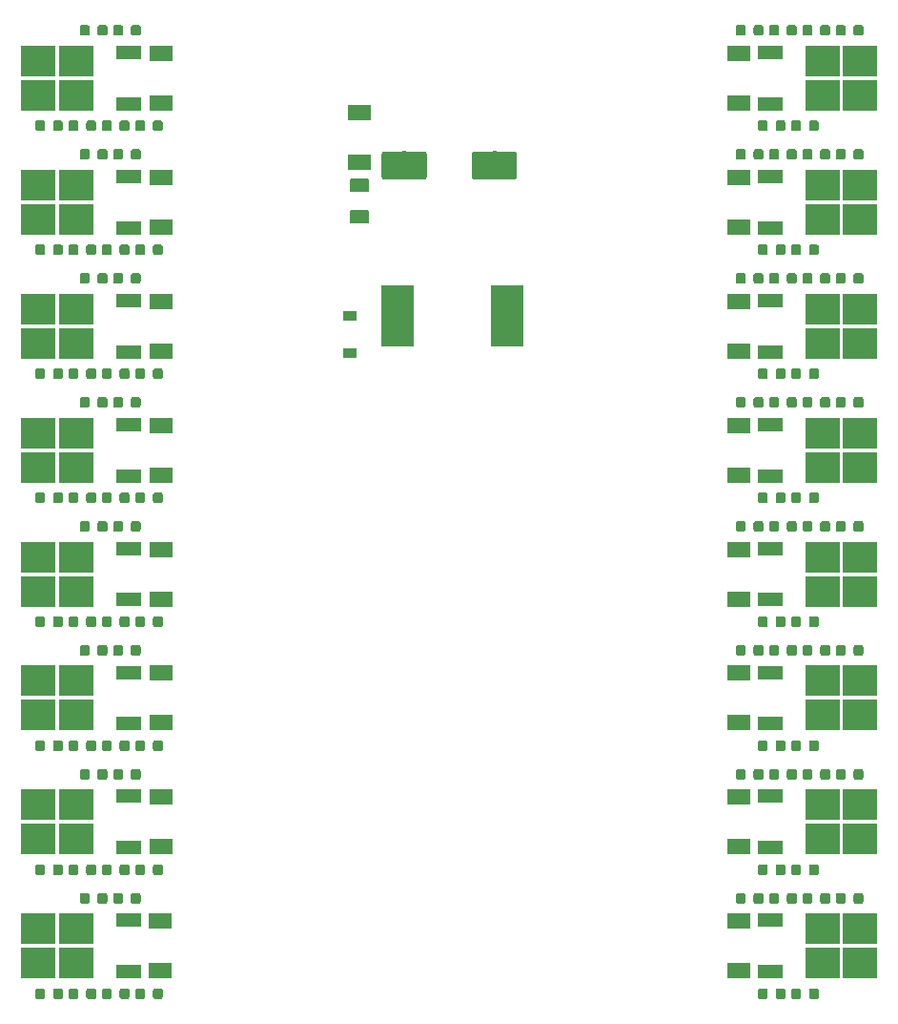
<source format=gbr>
G04 #@! TF.GenerationSoftware,KiCad,Pcbnew,(5.1.0)-1*
G04 #@! TF.CreationDate,2021-03-29T23:12:55+02:00*
G04 #@! TF.ProjectId,Magnetsteuerung,4d61676e-6574-4737-9465-756572756e67,rev?*
G04 #@! TF.SameCoordinates,Original*
G04 #@! TF.FileFunction,Paste,Top*
G04 #@! TF.FilePolarity,Positive*
%FSLAX46Y46*%
G04 Gerber Fmt 4.6, Leading zero omitted, Abs format (unit mm)*
G04 Created by KiCad (PCBNEW (5.1.0)-1) date 2021-03-29 23:12:55*
%MOMM*%
%LPD*%
G04 APERTURE LIST*
%ADD10R,2.900000X5.400000*%
%ADD11R,2.100000X1.400000*%
%ADD12C,0.100000*%
%ADD13C,0.875000*%
%ADD14R,3.050000X2.750000*%
%ADD15R,2.200000X1.200000*%
%ADD16R,1.200000X0.900000*%
%ADD17C,2.500000*%
%ADD18C,1.250000*%
G04 APERTURE END LIST*
D10*
X130425000Y-63600000D03*
X140125000Y-63600000D03*
D11*
X127000000Y-49950000D03*
X127000000Y-45550000D03*
X160700000Y-62300000D03*
X160700000Y-66700000D03*
X160700000Y-51300000D03*
X160700000Y-55700000D03*
X160700000Y-95300000D03*
X160700000Y-99700000D03*
X160700000Y-117300000D03*
X160700000Y-121700000D03*
X160700000Y-84300000D03*
X160700000Y-88700000D03*
X160700000Y-106300000D03*
X160700000Y-110700000D03*
X160700000Y-73300000D03*
X160700000Y-77700000D03*
D12*
G36*
X167617691Y-101256053D02*
G01*
X167638926Y-101259203D01*
X167659750Y-101264419D01*
X167679962Y-101271651D01*
X167699368Y-101280830D01*
X167717781Y-101291866D01*
X167735024Y-101304654D01*
X167750930Y-101319070D01*
X167765346Y-101334976D01*
X167778134Y-101352219D01*
X167789170Y-101370632D01*
X167798349Y-101390038D01*
X167805581Y-101410250D01*
X167810797Y-101431074D01*
X167813947Y-101452309D01*
X167815000Y-101473750D01*
X167815000Y-101986250D01*
X167813947Y-102007691D01*
X167810797Y-102028926D01*
X167805581Y-102049750D01*
X167798349Y-102069962D01*
X167789170Y-102089368D01*
X167778134Y-102107781D01*
X167765346Y-102125024D01*
X167750930Y-102140930D01*
X167735024Y-102155346D01*
X167717781Y-102168134D01*
X167699368Y-102179170D01*
X167679962Y-102188349D01*
X167659750Y-102195581D01*
X167638926Y-102200797D01*
X167617691Y-102203947D01*
X167596250Y-102205000D01*
X167158750Y-102205000D01*
X167137309Y-102203947D01*
X167116074Y-102200797D01*
X167095250Y-102195581D01*
X167075038Y-102188349D01*
X167055632Y-102179170D01*
X167037219Y-102168134D01*
X167019976Y-102155346D01*
X167004070Y-102140930D01*
X166989654Y-102125024D01*
X166976866Y-102107781D01*
X166965830Y-102089368D01*
X166956651Y-102069962D01*
X166949419Y-102049750D01*
X166944203Y-102028926D01*
X166941053Y-102007691D01*
X166940000Y-101986250D01*
X166940000Y-101473750D01*
X166941053Y-101452309D01*
X166944203Y-101431074D01*
X166949419Y-101410250D01*
X166956651Y-101390038D01*
X166965830Y-101370632D01*
X166976866Y-101352219D01*
X166989654Y-101334976D01*
X167004070Y-101319070D01*
X167019976Y-101304654D01*
X167037219Y-101291866D01*
X167055632Y-101280830D01*
X167075038Y-101271651D01*
X167095250Y-101264419D01*
X167116074Y-101259203D01*
X167137309Y-101256053D01*
X167158750Y-101255000D01*
X167596250Y-101255000D01*
X167617691Y-101256053D01*
X167617691Y-101256053D01*
G37*
D13*
X167377500Y-101730000D03*
D12*
G36*
X166042691Y-101256053D02*
G01*
X166063926Y-101259203D01*
X166084750Y-101264419D01*
X166104962Y-101271651D01*
X166124368Y-101280830D01*
X166142781Y-101291866D01*
X166160024Y-101304654D01*
X166175930Y-101319070D01*
X166190346Y-101334976D01*
X166203134Y-101352219D01*
X166214170Y-101370632D01*
X166223349Y-101390038D01*
X166230581Y-101410250D01*
X166235797Y-101431074D01*
X166238947Y-101452309D01*
X166240000Y-101473750D01*
X166240000Y-101986250D01*
X166238947Y-102007691D01*
X166235797Y-102028926D01*
X166230581Y-102049750D01*
X166223349Y-102069962D01*
X166214170Y-102089368D01*
X166203134Y-102107781D01*
X166190346Y-102125024D01*
X166175930Y-102140930D01*
X166160024Y-102155346D01*
X166142781Y-102168134D01*
X166124368Y-102179170D01*
X166104962Y-102188349D01*
X166084750Y-102195581D01*
X166063926Y-102200797D01*
X166042691Y-102203947D01*
X166021250Y-102205000D01*
X165583750Y-102205000D01*
X165562309Y-102203947D01*
X165541074Y-102200797D01*
X165520250Y-102195581D01*
X165500038Y-102188349D01*
X165480632Y-102179170D01*
X165462219Y-102168134D01*
X165444976Y-102155346D01*
X165429070Y-102140930D01*
X165414654Y-102125024D01*
X165401866Y-102107781D01*
X165390830Y-102089368D01*
X165381651Y-102069962D01*
X165374419Y-102049750D01*
X165369203Y-102028926D01*
X165366053Y-102007691D01*
X165365000Y-101986250D01*
X165365000Y-101473750D01*
X165366053Y-101452309D01*
X165369203Y-101431074D01*
X165374419Y-101410250D01*
X165381651Y-101390038D01*
X165390830Y-101370632D01*
X165401866Y-101352219D01*
X165414654Y-101334976D01*
X165429070Y-101319070D01*
X165444976Y-101304654D01*
X165462219Y-101291866D01*
X165480632Y-101280830D01*
X165500038Y-101271651D01*
X165520250Y-101264419D01*
X165541074Y-101259203D01*
X165562309Y-101256053D01*
X165583750Y-101255000D01*
X166021250Y-101255000D01*
X166042691Y-101256053D01*
X166042691Y-101256053D01*
G37*
D13*
X165802500Y-101730000D03*
D12*
G36*
X167617691Y-68256053D02*
G01*
X167638926Y-68259203D01*
X167659750Y-68264419D01*
X167679962Y-68271651D01*
X167699368Y-68280830D01*
X167717781Y-68291866D01*
X167735024Y-68304654D01*
X167750930Y-68319070D01*
X167765346Y-68334976D01*
X167778134Y-68352219D01*
X167789170Y-68370632D01*
X167798349Y-68390038D01*
X167805581Y-68410250D01*
X167810797Y-68431074D01*
X167813947Y-68452309D01*
X167815000Y-68473750D01*
X167815000Y-68986250D01*
X167813947Y-69007691D01*
X167810797Y-69028926D01*
X167805581Y-69049750D01*
X167798349Y-69069962D01*
X167789170Y-69089368D01*
X167778134Y-69107781D01*
X167765346Y-69125024D01*
X167750930Y-69140930D01*
X167735024Y-69155346D01*
X167717781Y-69168134D01*
X167699368Y-69179170D01*
X167679962Y-69188349D01*
X167659750Y-69195581D01*
X167638926Y-69200797D01*
X167617691Y-69203947D01*
X167596250Y-69205000D01*
X167158750Y-69205000D01*
X167137309Y-69203947D01*
X167116074Y-69200797D01*
X167095250Y-69195581D01*
X167075038Y-69188349D01*
X167055632Y-69179170D01*
X167037219Y-69168134D01*
X167019976Y-69155346D01*
X167004070Y-69140930D01*
X166989654Y-69125024D01*
X166976866Y-69107781D01*
X166965830Y-69089368D01*
X166956651Y-69069962D01*
X166949419Y-69049750D01*
X166944203Y-69028926D01*
X166941053Y-69007691D01*
X166940000Y-68986250D01*
X166940000Y-68473750D01*
X166941053Y-68452309D01*
X166944203Y-68431074D01*
X166949419Y-68410250D01*
X166956651Y-68390038D01*
X166965830Y-68370632D01*
X166976866Y-68352219D01*
X166989654Y-68334976D01*
X167004070Y-68319070D01*
X167019976Y-68304654D01*
X167037219Y-68291866D01*
X167055632Y-68280830D01*
X167075038Y-68271651D01*
X167095250Y-68264419D01*
X167116074Y-68259203D01*
X167137309Y-68256053D01*
X167158750Y-68255000D01*
X167596250Y-68255000D01*
X167617691Y-68256053D01*
X167617691Y-68256053D01*
G37*
D13*
X167377500Y-68730000D03*
D12*
G36*
X166042691Y-68256053D02*
G01*
X166063926Y-68259203D01*
X166084750Y-68264419D01*
X166104962Y-68271651D01*
X166124368Y-68280830D01*
X166142781Y-68291866D01*
X166160024Y-68304654D01*
X166175930Y-68319070D01*
X166190346Y-68334976D01*
X166203134Y-68352219D01*
X166214170Y-68370632D01*
X166223349Y-68390038D01*
X166230581Y-68410250D01*
X166235797Y-68431074D01*
X166238947Y-68452309D01*
X166240000Y-68473750D01*
X166240000Y-68986250D01*
X166238947Y-69007691D01*
X166235797Y-69028926D01*
X166230581Y-69049750D01*
X166223349Y-69069962D01*
X166214170Y-69089368D01*
X166203134Y-69107781D01*
X166190346Y-69125024D01*
X166175930Y-69140930D01*
X166160024Y-69155346D01*
X166142781Y-69168134D01*
X166124368Y-69179170D01*
X166104962Y-69188349D01*
X166084750Y-69195581D01*
X166063926Y-69200797D01*
X166042691Y-69203947D01*
X166021250Y-69205000D01*
X165583750Y-69205000D01*
X165562309Y-69203947D01*
X165541074Y-69200797D01*
X165520250Y-69195581D01*
X165500038Y-69188349D01*
X165480632Y-69179170D01*
X165462219Y-69168134D01*
X165444976Y-69155346D01*
X165429070Y-69140930D01*
X165414654Y-69125024D01*
X165401866Y-69107781D01*
X165390830Y-69089368D01*
X165381651Y-69069962D01*
X165374419Y-69049750D01*
X165369203Y-69028926D01*
X165366053Y-69007691D01*
X165365000Y-68986250D01*
X165365000Y-68473750D01*
X165366053Y-68452309D01*
X165369203Y-68431074D01*
X165374419Y-68410250D01*
X165381651Y-68390038D01*
X165390830Y-68370632D01*
X165401866Y-68352219D01*
X165414654Y-68334976D01*
X165429070Y-68319070D01*
X165444976Y-68304654D01*
X165462219Y-68291866D01*
X165480632Y-68280830D01*
X165500038Y-68271651D01*
X165520250Y-68264419D01*
X165541074Y-68259203D01*
X165562309Y-68256053D01*
X165583750Y-68255000D01*
X166021250Y-68255000D01*
X166042691Y-68256053D01*
X166042691Y-68256053D01*
G37*
D13*
X165802500Y-68730000D03*
D12*
G36*
X162702691Y-92796053D02*
G01*
X162723926Y-92799203D01*
X162744750Y-92804419D01*
X162764962Y-92811651D01*
X162784368Y-92820830D01*
X162802781Y-92831866D01*
X162820024Y-92844654D01*
X162835930Y-92859070D01*
X162850346Y-92874976D01*
X162863134Y-92892219D01*
X162874170Y-92910632D01*
X162883349Y-92930038D01*
X162890581Y-92950250D01*
X162895797Y-92971074D01*
X162898947Y-92992309D01*
X162900000Y-93013750D01*
X162900000Y-93526250D01*
X162898947Y-93547691D01*
X162895797Y-93568926D01*
X162890581Y-93589750D01*
X162883349Y-93609962D01*
X162874170Y-93629368D01*
X162863134Y-93647781D01*
X162850346Y-93665024D01*
X162835930Y-93680930D01*
X162820024Y-93695346D01*
X162802781Y-93708134D01*
X162784368Y-93719170D01*
X162764962Y-93728349D01*
X162744750Y-93735581D01*
X162723926Y-93740797D01*
X162702691Y-93743947D01*
X162681250Y-93745000D01*
X162243750Y-93745000D01*
X162222309Y-93743947D01*
X162201074Y-93740797D01*
X162180250Y-93735581D01*
X162160038Y-93728349D01*
X162140632Y-93719170D01*
X162122219Y-93708134D01*
X162104976Y-93695346D01*
X162089070Y-93680930D01*
X162074654Y-93665024D01*
X162061866Y-93647781D01*
X162050830Y-93629368D01*
X162041651Y-93609962D01*
X162034419Y-93589750D01*
X162029203Y-93568926D01*
X162026053Y-93547691D01*
X162025000Y-93526250D01*
X162025000Y-93013750D01*
X162026053Y-92992309D01*
X162029203Y-92971074D01*
X162034419Y-92950250D01*
X162041651Y-92930038D01*
X162050830Y-92910632D01*
X162061866Y-92892219D01*
X162074654Y-92874976D01*
X162089070Y-92859070D01*
X162104976Y-92844654D01*
X162122219Y-92831866D01*
X162140632Y-92820830D01*
X162160038Y-92811651D01*
X162180250Y-92804419D01*
X162201074Y-92799203D01*
X162222309Y-92796053D01*
X162243750Y-92795000D01*
X162681250Y-92795000D01*
X162702691Y-92796053D01*
X162702691Y-92796053D01*
G37*
D13*
X162462500Y-93270000D03*
D12*
G36*
X161127691Y-92796053D02*
G01*
X161148926Y-92799203D01*
X161169750Y-92804419D01*
X161189962Y-92811651D01*
X161209368Y-92820830D01*
X161227781Y-92831866D01*
X161245024Y-92844654D01*
X161260930Y-92859070D01*
X161275346Y-92874976D01*
X161288134Y-92892219D01*
X161299170Y-92910632D01*
X161308349Y-92930038D01*
X161315581Y-92950250D01*
X161320797Y-92971074D01*
X161323947Y-92992309D01*
X161325000Y-93013750D01*
X161325000Y-93526250D01*
X161323947Y-93547691D01*
X161320797Y-93568926D01*
X161315581Y-93589750D01*
X161308349Y-93609962D01*
X161299170Y-93629368D01*
X161288134Y-93647781D01*
X161275346Y-93665024D01*
X161260930Y-93680930D01*
X161245024Y-93695346D01*
X161227781Y-93708134D01*
X161209368Y-93719170D01*
X161189962Y-93728349D01*
X161169750Y-93735581D01*
X161148926Y-93740797D01*
X161127691Y-93743947D01*
X161106250Y-93745000D01*
X160668750Y-93745000D01*
X160647309Y-93743947D01*
X160626074Y-93740797D01*
X160605250Y-93735581D01*
X160585038Y-93728349D01*
X160565632Y-93719170D01*
X160547219Y-93708134D01*
X160529976Y-93695346D01*
X160514070Y-93680930D01*
X160499654Y-93665024D01*
X160486866Y-93647781D01*
X160475830Y-93629368D01*
X160466651Y-93609962D01*
X160459419Y-93589750D01*
X160454203Y-93568926D01*
X160451053Y-93547691D01*
X160450000Y-93526250D01*
X160450000Y-93013750D01*
X160451053Y-92992309D01*
X160454203Y-92971074D01*
X160459419Y-92950250D01*
X160466651Y-92930038D01*
X160475830Y-92910632D01*
X160486866Y-92892219D01*
X160499654Y-92874976D01*
X160514070Y-92859070D01*
X160529976Y-92844654D01*
X160547219Y-92831866D01*
X160565632Y-92820830D01*
X160585038Y-92811651D01*
X160605250Y-92804419D01*
X160626074Y-92799203D01*
X160647309Y-92796053D01*
X160668750Y-92795000D01*
X161106250Y-92795000D01*
X161127691Y-92796053D01*
X161127691Y-92796053D01*
G37*
D13*
X160887500Y-93270000D03*
D12*
G36*
X162702691Y-59796053D02*
G01*
X162723926Y-59799203D01*
X162744750Y-59804419D01*
X162764962Y-59811651D01*
X162784368Y-59820830D01*
X162802781Y-59831866D01*
X162820024Y-59844654D01*
X162835930Y-59859070D01*
X162850346Y-59874976D01*
X162863134Y-59892219D01*
X162874170Y-59910632D01*
X162883349Y-59930038D01*
X162890581Y-59950250D01*
X162895797Y-59971074D01*
X162898947Y-59992309D01*
X162900000Y-60013750D01*
X162900000Y-60526250D01*
X162898947Y-60547691D01*
X162895797Y-60568926D01*
X162890581Y-60589750D01*
X162883349Y-60609962D01*
X162874170Y-60629368D01*
X162863134Y-60647781D01*
X162850346Y-60665024D01*
X162835930Y-60680930D01*
X162820024Y-60695346D01*
X162802781Y-60708134D01*
X162784368Y-60719170D01*
X162764962Y-60728349D01*
X162744750Y-60735581D01*
X162723926Y-60740797D01*
X162702691Y-60743947D01*
X162681250Y-60745000D01*
X162243750Y-60745000D01*
X162222309Y-60743947D01*
X162201074Y-60740797D01*
X162180250Y-60735581D01*
X162160038Y-60728349D01*
X162140632Y-60719170D01*
X162122219Y-60708134D01*
X162104976Y-60695346D01*
X162089070Y-60680930D01*
X162074654Y-60665024D01*
X162061866Y-60647781D01*
X162050830Y-60629368D01*
X162041651Y-60609962D01*
X162034419Y-60589750D01*
X162029203Y-60568926D01*
X162026053Y-60547691D01*
X162025000Y-60526250D01*
X162025000Y-60013750D01*
X162026053Y-59992309D01*
X162029203Y-59971074D01*
X162034419Y-59950250D01*
X162041651Y-59930038D01*
X162050830Y-59910632D01*
X162061866Y-59892219D01*
X162074654Y-59874976D01*
X162089070Y-59859070D01*
X162104976Y-59844654D01*
X162122219Y-59831866D01*
X162140632Y-59820830D01*
X162160038Y-59811651D01*
X162180250Y-59804419D01*
X162201074Y-59799203D01*
X162222309Y-59796053D01*
X162243750Y-59795000D01*
X162681250Y-59795000D01*
X162702691Y-59796053D01*
X162702691Y-59796053D01*
G37*
D13*
X162462500Y-60270000D03*
D12*
G36*
X161127691Y-59796053D02*
G01*
X161148926Y-59799203D01*
X161169750Y-59804419D01*
X161189962Y-59811651D01*
X161209368Y-59820830D01*
X161227781Y-59831866D01*
X161245024Y-59844654D01*
X161260930Y-59859070D01*
X161275346Y-59874976D01*
X161288134Y-59892219D01*
X161299170Y-59910632D01*
X161308349Y-59930038D01*
X161315581Y-59950250D01*
X161320797Y-59971074D01*
X161323947Y-59992309D01*
X161325000Y-60013750D01*
X161325000Y-60526250D01*
X161323947Y-60547691D01*
X161320797Y-60568926D01*
X161315581Y-60589750D01*
X161308349Y-60609962D01*
X161299170Y-60629368D01*
X161288134Y-60647781D01*
X161275346Y-60665024D01*
X161260930Y-60680930D01*
X161245024Y-60695346D01*
X161227781Y-60708134D01*
X161209368Y-60719170D01*
X161189962Y-60728349D01*
X161169750Y-60735581D01*
X161148926Y-60740797D01*
X161127691Y-60743947D01*
X161106250Y-60745000D01*
X160668750Y-60745000D01*
X160647309Y-60743947D01*
X160626074Y-60740797D01*
X160605250Y-60735581D01*
X160585038Y-60728349D01*
X160565632Y-60719170D01*
X160547219Y-60708134D01*
X160529976Y-60695346D01*
X160514070Y-60680930D01*
X160499654Y-60665024D01*
X160486866Y-60647781D01*
X160475830Y-60629368D01*
X160466651Y-60609962D01*
X160459419Y-60589750D01*
X160454203Y-60568926D01*
X160451053Y-60547691D01*
X160450000Y-60526250D01*
X160450000Y-60013750D01*
X160451053Y-59992309D01*
X160454203Y-59971074D01*
X160459419Y-59950250D01*
X160466651Y-59930038D01*
X160475830Y-59910632D01*
X160486866Y-59892219D01*
X160499654Y-59874976D01*
X160514070Y-59859070D01*
X160529976Y-59844654D01*
X160547219Y-59831866D01*
X160565632Y-59820830D01*
X160585038Y-59811651D01*
X160605250Y-59804419D01*
X160626074Y-59799203D01*
X160647309Y-59796053D01*
X160668750Y-59795000D01*
X161106250Y-59795000D01*
X161127691Y-59796053D01*
X161127691Y-59796053D01*
G37*
D13*
X160887500Y-60270000D03*
D12*
G36*
X167047691Y-92796053D02*
G01*
X167068926Y-92799203D01*
X167089750Y-92804419D01*
X167109962Y-92811651D01*
X167129368Y-92820830D01*
X167147781Y-92831866D01*
X167165024Y-92844654D01*
X167180930Y-92859070D01*
X167195346Y-92874976D01*
X167208134Y-92892219D01*
X167219170Y-92910632D01*
X167228349Y-92930038D01*
X167235581Y-92950250D01*
X167240797Y-92971074D01*
X167243947Y-92992309D01*
X167245000Y-93013750D01*
X167245000Y-93526250D01*
X167243947Y-93547691D01*
X167240797Y-93568926D01*
X167235581Y-93589750D01*
X167228349Y-93609962D01*
X167219170Y-93629368D01*
X167208134Y-93647781D01*
X167195346Y-93665024D01*
X167180930Y-93680930D01*
X167165024Y-93695346D01*
X167147781Y-93708134D01*
X167129368Y-93719170D01*
X167109962Y-93728349D01*
X167089750Y-93735581D01*
X167068926Y-93740797D01*
X167047691Y-93743947D01*
X167026250Y-93745000D01*
X166588750Y-93745000D01*
X166567309Y-93743947D01*
X166546074Y-93740797D01*
X166525250Y-93735581D01*
X166505038Y-93728349D01*
X166485632Y-93719170D01*
X166467219Y-93708134D01*
X166449976Y-93695346D01*
X166434070Y-93680930D01*
X166419654Y-93665024D01*
X166406866Y-93647781D01*
X166395830Y-93629368D01*
X166386651Y-93609962D01*
X166379419Y-93589750D01*
X166374203Y-93568926D01*
X166371053Y-93547691D01*
X166370000Y-93526250D01*
X166370000Y-93013750D01*
X166371053Y-92992309D01*
X166374203Y-92971074D01*
X166379419Y-92950250D01*
X166386651Y-92930038D01*
X166395830Y-92910632D01*
X166406866Y-92892219D01*
X166419654Y-92874976D01*
X166434070Y-92859070D01*
X166449976Y-92844654D01*
X166467219Y-92831866D01*
X166485632Y-92820830D01*
X166505038Y-92811651D01*
X166525250Y-92804419D01*
X166546074Y-92799203D01*
X166567309Y-92796053D01*
X166588750Y-92795000D01*
X167026250Y-92795000D01*
X167047691Y-92796053D01*
X167047691Y-92796053D01*
G37*
D13*
X166807500Y-93270000D03*
D12*
G36*
X168622691Y-92796053D02*
G01*
X168643926Y-92799203D01*
X168664750Y-92804419D01*
X168684962Y-92811651D01*
X168704368Y-92820830D01*
X168722781Y-92831866D01*
X168740024Y-92844654D01*
X168755930Y-92859070D01*
X168770346Y-92874976D01*
X168783134Y-92892219D01*
X168794170Y-92910632D01*
X168803349Y-92930038D01*
X168810581Y-92950250D01*
X168815797Y-92971074D01*
X168818947Y-92992309D01*
X168820000Y-93013750D01*
X168820000Y-93526250D01*
X168818947Y-93547691D01*
X168815797Y-93568926D01*
X168810581Y-93589750D01*
X168803349Y-93609962D01*
X168794170Y-93629368D01*
X168783134Y-93647781D01*
X168770346Y-93665024D01*
X168755930Y-93680930D01*
X168740024Y-93695346D01*
X168722781Y-93708134D01*
X168704368Y-93719170D01*
X168684962Y-93728349D01*
X168664750Y-93735581D01*
X168643926Y-93740797D01*
X168622691Y-93743947D01*
X168601250Y-93745000D01*
X168163750Y-93745000D01*
X168142309Y-93743947D01*
X168121074Y-93740797D01*
X168100250Y-93735581D01*
X168080038Y-93728349D01*
X168060632Y-93719170D01*
X168042219Y-93708134D01*
X168024976Y-93695346D01*
X168009070Y-93680930D01*
X167994654Y-93665024D01*
X167981866Y-93647781D01*
X167970830Y-93629368D01*
X167961651Y-93609962D01*
X167954419Y-93589750D01*
X167949203Y-93568926D01*
X167946053Y-93547691D01*
X167945000Y-93526250D01*
X167945000Y-93013750D01*
X167946053Y-92992309D01*
X167949203Y-92971074D01*
X167954419Y-92950250D01*
X167961651Y-92930038D01*
X167970830Y-92910632D01*
X167981866Y-92892219D01*
X167994654Y-92874976D01*
X168009070Y-92859070D01*
X168024976Y-92844654D01*
X168042219Y-92831866D01*
X168060632Y-92820830D01*
X168080038Y-92811651D01*
X168100250Y-92804419D01*
X168121074Y-92799203D01*
X168142309Y-92796053D01*
X168163750Y-92795000D01*
X168601250Y-92795000D01*
X168622691Y-92796053D01*
X168622691Y-92796053D01*
G37*
D13*
X168382500Y-93270000D03*
D12*
G36*
X164087691Y-92796053D02*
G01*
X164108926Y-92799203D01*
X164129750Y-92804419D01*
X164149962Y-92811651D01*
X164169368Y-92820830D01*
X164187781Y-92831866D01*
X164205024Y-92844654D01*
X164220930Y-92859070D01*
X164235346Y-92874976D01*
X164248134Y-92892219D01*
X164259170Y-92910632D01*
X164268349Y-92930038D01*
X164275581Y-92950250D01*
X164280797Y-92971074D01*
X164283947Y-92992309D01*
X164285000Y-93013750D01*
X164285000Y-93526250D01*
X164283947Y-93547691D01*
X164280797Y-93568926D01*
X164275581Y-93589750D01*
X164268349Y-93609962D01*
X164259170Y-93629368D01*
X164248134Y-93647781D01*
X164235346Y-93665024D01*
X164220930Y-93680930D01*
X164205024Y-93695346D01*
X164187781Y-93708134D01*
X164169368Y-93719170D01*
X164149962Y-93728349D01*
X164129750Y-93735581D01*
X164108926Y-93740797D01*
X164087691Y-93743947D01*
X164066250Y-93745000D01*
X163628750Y-93745000D01*
X163607309Y-93743947D01*
X163586074Y-93740797D01*
X163565250Y-93735581D01*
X163545038Y-93728349D01*
X163525632Y-93719170D01*
X163507219Y-93708134D01*
X163489976Y-93695346D01*
X163474070Y-93680930D01*
X163459654Y-93665024D01*
X163446866Y-93647781D01*
X163435830Y-93629368D01*
X163426651Y-93609962D01*
X163419419Y-93589750D01*
X163414203Y-93568926D01*
X163411053Y-93547691D01*
X163410000Y-93526250D01*
X163410000Y-93013750D01*
X163411053Y-92992309D01*
X163414203Y-92971074D01*
X163419419Y-92950250D01*
X163426651Y-92930038D01*
X163435830Y-92910632D01*
X163446866Y-92892219D01*
X163459654Y-92874976D01*
X163474070Y-92859070D01*
X163489976Y-92844654D01*
X163507219Y-92831866D01*
X163525632Y-92820830D01*
X163545038Y-92811651D01*
X163565250Y-92804419D01*
X163586074Y-92799203D01*
X163607309Y-92796053D01*
X163628750Y-92795000D01*
X164066250Y-92795000D01*
X164087691Y-92796053D01*
X164087691Y-92796053D01*
G37*
D13*
X163847500Y-93270000D03*
D12*
G36*
X165662691Y-92796053D02*
G01*
X165683926Y-92799203D01*
X165704750Y-92804419D01*
X165724962Y-92811651D01*
X165744368Y-92820830D01*
X165762781Y-92831866D01*
X165780024Y-92844654D01*
X165795930Y-92859070D01*
X165810346Y-92874976D01*
X165823134Y-92892219D01*
X165834170Y-92910632D01*
X165843349Y-92930038D01*
X165850581Y-92950250D01*
X165855797Y-92971074D01*
X165858947Y-92992309D01*
X165860000Y-93013750D01*
X165860000Y-93526250D01*
X165858947Y-93547691D01*
X165855797Y-93568926D01*
X165850581Y-93589750D01*
X165843349Y-93609962D01*
X165834170Y-93629368D01*
X165823134Y-93647781D01*
X165810346Y-93665024D01*
X165795930Y-93680930D01*
X165780024Y-93695346D01*
X165762781Y-93708134D01*
X165744368Y-93719170D01*
X165724962Y-93728349D01*
X165704750Y-93735581D01*
X165683926Y-93740797D01*
X165662691Y-93743947D01*
X165641250Y-93745000D01*
X165203750Y-93745000D01*
X165182309Y-93743947D01*
X165161074Y-93740797D01*
X165140250Y-93735581D01*
X165120038Y-93728349D01*
X165100632Y-93719170D01*
X165082219Y-93708134D01*
X165064976Y-93695346D01*
X165049070Y-93680930D01*
X165034654Y-93665024D01*
X165021866Y-93647781D01*
X165010830Y-93629368D01*
X165001651Y-93609962D01*
X164994419Y-93589750D01*
X164989203Y-93568926D01*
X164986053Y-93547691D01*
X164985000Y-93526250D01*
X164985000Y-93013750D01*
X164986053Y-92992309D01*
X164989203Y-92971074D01*
X164994419Y-92950250D01*
X165001651Y-92930038D01*
X165010830Y-92910632D01*
X165021866Y-92892219D01*
X165034654Y-92874976D01*
X165049070Y-92859070D01*
X165064976Y-92844654D01*
X165082219Y-92831866D01*
X165100632Y-92820830D01*
X165120038Y-92811651D01*
X165140250Y-92804419D01*
X165161074Y-92799203D01*
X165182309Y-92796053D01*
X165203750Y-92795000D01*
X165641250Y-92795000D01*
X165662691Y-92796053D01*
X165662691Y-92796053D01*
G37*
D13*
X165422500Y-93270000D03*
D12*
G36*
X167047691Y-59796053D02*
G01*
X167068926Y-59799203D01*
X167089750Y-59804419D01*
X167109962Y-59811651D01*
X167129368Y-59820830D01*
X167147781Y-59831866D01*
X167165024Y-59844654D01*
X167180930Y-59859070D01*
X167195346Y-59874976D01*
X167208134Y-59892219D01*
X167219170Y-59910632D01*
X167228349Y-59930038D01*
X167235581Y-59950250D01*
X167240797Y-59971074D01*
X167243947Y-59992309D01*
X167245000Y-60013750D01*
X167245000Y-60526250D01*
X167243947Y-60547691D01*
X167240797Y-60568926D01*
X167235581Y-60589750D01*
X167228349Y-60609962D01*
X167219170Y-60629368D01*
X167208134Y-60647781D01*
X167195346Y-60665024D01*
X167180930Y-60680930D01*
X167165024Y-60695346D01*
X167147781Y-60708134D01*
X167129368Y-60719170D01*
X167109962Y-60728349D01*
X167089750Y-60735581D01*
X167068926Y-60740797D01*
X167047691Y-60743947D01*
X167026250Y-60745000D01*
X166588750Y-60745000D01*
X166567309Y-60743947D01*
X166546074Y-60740797D01*
X166525250Y-60735581D01*
X166505038Y-60728349D01*
X166485632Y-60719170D01*
X166467219Y-60708134D01*
X166449976Y-60695346D01*
X166434070Y-60680930D01*
X166419654Y-60665024D01*
X166406866Y-60647781D01*
X166395830Y-60629368D01*
X166386651Y-60609962D01*
X166379419Y-60589750D01*
X166374203Y-60568926D01*
X166371053Y-60547691D01*
X166370000Y-60526250D01*
X166370000Y-60013750D01*
X166371053Y-59992309D01*
X166374203Y-59971074D01*
X166379419Y-59950250D01*
X166386651Y-59930038D01*
X166395830Y-59910632D01*
X166406866Y-59892219D01*
X166419654Y-59874976D01*
X166434070Y-59859070D01*
X166449976Y-59844654D01*
X166467219Y-59831866D01*
X166485632Y-59820830D01*
X166505038Y-59811651D01*
X166525250Y-59804419D01*
X166546074Y-59799203D01*
X166567309Y-59796053D01*
X166588750Y-59795000D01*
X167026250Y-59795000D01*
X167047691Y-59796053D01*
X167047691Y-59796053D01*
G37*
D13*
X166807500Y-60270000D03*
D12*
G36*
X168622691Y-59796053D02*
G01*
X168643926Y-59799203D01*
X168664750Y-59804419D01*
X168684962Y-59811651D01*
X168704368Y-59820830D01*
X168722781Y-59831866D01*
X168740024Y-59844654D01*
X168755930Y-59859070D01*
X168770346Y-59874976D01*
X168783134Y-59892219D01*
X168794170Y-59910632D01*
X168803349Y-59930038D01*
X168810581Y-59950250D01*
X168815797Y-59971074D01*
X168818947Y-59992309D01*
X168820000Y-60013750D01*
X168820000Y-60526250D01*
X168818947Y-60547691D01*
X168815797Y-60568926D01*
X168810581Y-60589750D01*
X168803349Y-60609962D01*
X168794170Y-60629368D01*
X168783134Y-60647781D01*
X168770346Y-60665024D01*
X168755930Y-60680930D01*
X168740024Y-60695346D01*
X168722781Y-60708134D01*
X168704368Y-60719170D01*
X168684962Y-60728349D01*
X168664750Y-60735581D01*
X168643926Y-60740797D01*
X168622691Y-60743947D01*
X168601250Y-60745000D01*
X168163750Y-60745000D01*
X168142309Y-60743947D01*
X168121074Y-60740797D01*
X168100250Y-60735581D01*
X168080038Y-60728349D01*
X168060632Y-60719170D01*
X168042219Y-60708134D01*
X168024976Y-60695346D01*
X168009070Y-60680930D01*
X167994654Y-60665024D01*
X167981866Y-60647781D01*
X167970830Y-60629368D01*
X167961651Y-60609962D01*
X167954419Y-60589750D01*
X167949203Y-60568926D01*
X167946053Y-60547691D01*
X167945000Y-60526250D01*
X167945000Y-60013750D01*
X167946053Y-59992309D01*
X167949203Y-59971074D01*
X167954419Y-59950250D01*
X167961651Y-59930038D01*
X167970830Y-59910632D01*
X167981866Y-59892219D01*
X167994654Y-59874976D01*
X168009070Y-59859070D01*
X168024976Y-59844654D01*
X168042219Y-59831866D01*
X168060632Y-59820830D01*
X168080038Y-59811651D01*
X168100250Y-59804419D01*
X168121074Y-59799203D01*
X168142309Y-59796053D01*
X168163750Y-59795000D01*
X168601250Y-59795000D01*
X168622691Y-59796053D01*
X168622691Y-59796053D01*
G37*
D13*
X168382500Y-60270000D03*
D12*
G36*
X164087691Y-59796053D02*
G01*
X164108926Y-59799203D01*
X164129750Y-59804419D01*
X164149962Y-59811651D01*
X164169368Y-59820830D01*
X164187781Y-59831866D01*
X164205024Y-59844654D01*
X164220930Y-59859070D01*
X164235346Y-59874976D01*
X164248134Y-59892219D01*
X164259170Y-59910632D01*
X164268349Y-59930038D01*
X164275581Y-59950250D01*
X164280797Y-59971074D01*
X164283947Y-59992309D01*
X164285000Y-60013750D01*
X164285000Y-60526250D01*
X164283947Y-60547691D01*
X164280797Y-60568926D01*
X164275581Y-60589750D01*
X164268349Y-60609962D01*
X164259170Y-60629368D01*
X164248134Y-60647781D01*
X164235346Y-60665024D01*
X164220930Y-60680930D01*
X164205024Y-60695346D01*
X164187781Y-60708134D01*
X164169368Y-60719170D01*
X164149962Y-60728349D01*
X164129750Y-60735581D01*
X164108926Y-60740797D01*
X164087691Y-60743947D01*
X164066250Y-60745000D01*
X163628750Y-60745000D01*
X163607309Y-60743947D01*
X163586074Y-60740797D01*
X163565250Y-60735581D01*
X163545038Y-60728349D01*
X163525632Y-60719170D01*
X163507219Y-60708134D01*
X163489976Y-60695346D01*
X163474070Y-60680930D01*
X163459654Y-60665024D01*
X163446866Y-60647781D01*
X163435830Y-60629368D01*
X163426651Y-60609962D01*
X163419419Y-60589750D01*
X163414203Y-60568926D01*
X163411053Y-60547691D01*
X163410000Y-60526250D01*
X163410000Y-60013750D01*
X163411053Y-59992309D01*
X163414203Y-59971074D01*
X163419419Y-59950250D01*
X163426651Y-59930038D01*
X163435830Y-59910632D01*
X163446866Y-59892219D01*
X163459654Y-59874976D01*
X163474070Y-59859070D01*
X163489976Y-59844654D01*
X163507219Y-59831866D01*
X163525632Y-59820830D01*
X163545038Y-59811651D01*
X163565250Y-59804419D01*
X163586074Y-59799203D01*
X163607309Y-59796053D01*
X163628750Y-59795000D01*
X164066250Y-59795000D01*
X164087691Y-59796053D01*
X164087691Y-59796053D01*
G37*
D13*
X163847500Y-60270000D03*
D12*
G36*
X165662691Y-59796053D02*
G01*
X165683926Y-59799203D01*
X165704750Y-59804419D01*
X165724962Y-59811651D01*
X165744368Y-59820830D01*
X165762781Y-59831866D01*
X165780024Y-59844654D01*
X165795930Y-59859070D01*
X165810346Y-59874976D01*
X165823134Y-59892219D01*
X165834170Y-59910632D01*
X165843349Y-59930038D01*
X165850581Y-59950250D01*
X165855797Y-59971074D01*
X165858947Y-59992309D01*
X165860000Y-60013750D01*
X165860000Y-60526250D01*
X165858947Y-60547691D01*
X165855797Y-60568926D01*
X165850581Y-60589750D01*
X165843349Y-60609962D01*
X165834170Y-60629368D01*
X165823134Y-60647781D01*
X165810346Y-60665024D01*
X165795930Y-60680930D01*
X165780024Y-60695346D01*
X165762781Y-60708134D01*
X165744368Y-60719170D01*
X165724962Y-60728349D01*
X165704750Y-60735581D01*
X165683926Y-60740797D01*
X165662691Y-60743947D01*
X165641250Y-60745000D01*
X165203750Y-60745000D01*
X165182309Y-60743947D01*
X165161074Y-60740797D01*
X165140250Y-60735581D01*
X165120038Y-60728349D01*
X165100632Y-60719170D01*
X165082219Y-60708134D01*
X165064976Y-60695346D01*
X165049070Y-60680930D01*
X165034654Y-60665024D01*
X165021866Y-60647781D01*
X165010830Y-60629368D01*
X165001651Y-60609962D01*
X164994419Y-60589750D01*
X164989203Y-60568926D01*
X164986053Y-60547691D01*
X164985000Y-60526250D01*
X164985000Y-60013750D01*
X164986053Y-59992309D01*
X164989203Y-59971074D01*
X164994419Y-59950250D01*
X165001651Y-59930038D01*
X165010830Y-59910632D01*
X165021866Y-59892219D01*
X165034654Y-59874976D01*
X165049070Y-59859070D01*
X165064976Y-59844654D01*
X165082219Y-59831866D01*
X165100632Y-59820830D01*
X165120038Y-59811651D01*
X165140250Y-59804419D01*
X165161074Y-59799203D01*
X165182309Y-59796053D01*
X165203750Y-59795000D01*
X165641250Y-59795000D01*
X165662691Y-59796053D01*
X165662691Y-59796053D01*
G37*
D13*
X165422500Y-60270000D03*
D12*
G36*
X167617691Y-123256053D02*
G01*
X167638926Y-123259203D01*
X167659750Y-123264419D01*
X167679962Y-123271651D01*
X167699368Y-123280830D01*
X167717781Y-123291866D01*
X167735024Y-123304654D01*
X167750930Y-123319070D01*
X167765346Y-123334976D01*
X167778134Y-123352219D01*
X167789170Y-123370632D01*
X167798349Y-123390038D01*
X167805581Y-123410250D01*
X167810797Y-123431074D01*
X167813947Y-123452309D01*
X167815000Y-123473750D01*
X167815000Y-123986250D01*
X167813947Y-124007691D01*
X167810797Y-124028926D01*
X167805581Y-124049750D01*
X167798349Y-124069962D01*
X167789170Y-124089368D01*
X167778134Y-124107781D01*
X167765346Y-124125024D01*
X167750930Y-124140930D01*
X167735024Y-124155346D01*
X167717781Y-124168134D01*
X167699368Y-124179170D01*
X167679962Y-124188349D01*
X167659750Y-124195581D01*
X167638926Y-124200797D01*
X167617691Y-124203947D01*
X167596250Y-124205000D01*
X167158750Y-124205000D01*
X167137309Y-124203947D01*
X167116074Y-124200797D01*
X167095250Y-124195581D01*
X167075038Y-124188349D01*
X167055632Y-124179170D01*
X167037219Y-124168134D01*
X167019976Y-124155346D01*
X167004070Y-124140930D01*
X166989654Y-124125024D01*
X166976866Y-124107781D01*
X166965830Y-124089368D01*
X166956651Y-124069962D01*
X166949419Y-124049750D01*
X166944203Y-124028926D01*
X166941053Y-124007691D01*
X166940000Y-123986250D01*
X166940000Y-123473750D01*
X166941053Y-123452309D01*
X166944203Y-123431074D01*
X166949419Y-123410250D01*
X166956651Y-123390038D01*
X166965830Y-123370632D01*
X166976866Y-123352219D01*
X166989654Y-123334976D01*
X167004070Y-123319070D01*
X167019976Y-123304654D01*
X167037219Y-123291866D01*
X167055632Y-123280830D01*
X167075038Y-123271651D01*
X167095250Y-123264419D01*
X167116074Y-123259203D01*
X167137309Y-123256053D01*
X167158750Y-123255000D01*
X167596250Y-123255000D01*
X167617691Y-123256053D01*
X167617691Y-123256053D01*
G37*
D13*
X167377500Y-123730000D03*
D12*
G36*
X166042691Y-123256053D02*
G01*
X166063926Y-123259203D01*
X166084750Y-123264419D01*
X166104962Y-123271651D01*
X166124368Y-123280830D01*
X166142781Y-123291866D01*
X166160024Y-123304654D01*
X166175930Y-123319070D01*
X166190346Y-123334976D01*
X166203134Y-123352219D01*
X166214170Y-123370632D01*
X166223349Y-123390038D01*
X166230581Y-123410250D01*
X166235797Y-123431074D01*
X166238947Y-123452309D01*
X166240000Y-123473750D01*
X166240000Y-123986250D01*
X166238947Y-124007691D01*
X166235797Y-124028926D01*
X166230581Y-124049750D01*
X166223349Y-124069962D01*
X166214170Y-124089368D01*
X166203134Y-124107781D01*
X166190346Y-124125024D01*
X166175930Y-124140930D01*
X166160024Y-124155346D01*
X166142781Y-124168134D01*
X166124368Y-124179170D01*
X166104962Y-124188349D01*
X166084750Y-124195581D01*
X166063926Y-124200797D01*
X166042691Y-124203947D01*
X166021250Y-124205000D01*
X165583750Y-124205000D01*
X165562309Y-124203947D01*
X165541074Y-124200797D01*
X165520250Y-124195581D01*
X165500038Y-124188349D01*
X165480632Y-124179170D01*
X165462219Y-124168134D01*
X165444976Y-124155346D01*
X165429070Y-124140930D01*
X165414654Y-124125024D01*
X165401866Y-124107781D01*
X165390830Y-124089368D01*
X165381651Y-124069962D01*
X165374419Y-124049750D01*
X165369203Y-124028926D01*
X165366053Y-124007691D01*
X165365000Y-123986250D01*
X165365000Y-123473750D01*
X165366053Y-123452309D01*
X165369203Y-123431074D01*
X165374419Y-123410250D01*
X165381651Y-123390038D01*
X165390830Y-123370632D01*
X165401866Y-123352219D01*
X165414654Y-123334976D01*
X165429070Y-123319070D01*
X165444976Y-123304654D01*
X165462219Y-123291866D01*
X165480632Y-123280830D01*
X165500038Y-123271651D01*
X165520250Y-123264419D01*
X165541074Y-123259203D01*
X165562309Y-123256053D01*
X165583750Y-123255000D01*
X166021250Y-123255000D01*
X166042691Y-123256053D01*
X166042691Y-123256053D01*
G37*
D13*
X165802500Y-123730000D03*
D12*
G36*
X167617691Y-90256053D02*
G01*
X167638926Y-90259203D01*
X167659750Y-90264419D01*
X167679962Y-90271651D01*
X167699368Y-90280830D01*
X167717781Y-90291866D01*
X167735024Y-90304654D01*
X167750930Y-90319070D01*
X167765346Y-90334976D01*
X167778134Y-90352219D01*
X167789170Y-90370632D01*
X167798349Y-90390038D01*
X167805581Y-90410250D01*
X167810797Y-90431074D01*
X167813947Y-90452309D01*
X167815000Y-90473750D01*
X167815000Y-90986250D01*
X167813947Y-91007691D01*
X167810797Y-91028926D01*
X167805581Y-91049750D01*
X167798349Y-91069962D01*
X167789170Y-91089368D01*
X167778134Y-91107781D01*
X167765346Y-91125024D01*
X167750930Y-91140930D01*
X167735024Y-91155346D01*
X167717781Y-91168134D01*
X167699368Y-91179170D01*
X167679962Y-91188349D01*
X167659750Y-91195581D01*
X167638926Y-91200797D01*
X167617691Y-91203947D01*
X167596250Y-91205000D01*
X167158750Y-91205000D01*
X167137309Y-91203947D01*
X167116074Y-91200797D01*
X167095250Y-91195581D01*
X167075038Y-91188349D01*
X167055632Y-91179170D01*
X167037219Y-91168134D01*
X167019976Y-91155346D01*
X167004070Y-91140930D01*
X166989654Y-91125024D01*
X166976866Y-91107781D01*
X166965830Y-91089368D01*
X166956651Y-91069962D01*
X166949419Y-91049750D01*
X166944203Y-91028926D01*
X166941053Y-91007691D01*
X166940000Y-90986250D01*
X166940000Y-90473750D01*
X166941053Y-90452309D01*
X166944203Y-90431074D01*
X166949419Y-90410250D01*
X166956651Y-90390038D01*
X166965830Y-90370632D01*
X166976866Y-90352219D01*
X166989654Y-90334976D01*
X167004070Y-90319070D01*
X167019976Y-90304654D01*
X167037219Y-90291866D01*
X167055632Y-90280830D01*
X167075038Y-90271651D01*
X167095250Y-90264419D01*
X167116074Y-90259203D01*
X167137309Y-90256053D01*
X167158750Y-90255000D01*
X167596250Y-90255000D01*
X167617691Y-90256053D01*
X167617691Y-90256053D01*
G37*
D13*
X167377500Y-90730000D03*
D12*
G36*
X166042691Y-90256053D02*
G01*
X166063926Y-90259203D01*
X166084750Y-90264419D01*
X166104962Y-90271651D01*
X166124368Y-90280830D01*
X166142781Y-90291866D01*
X166160024Y-90304654D01*
X166175930Y-90319070D01*
X166190346Y-90334976D01*
X166203134Y-90352219D01*
X166214170Y-90370632D01*
X166223349Y-90390038D01*
X166230581Y-90410250D01*
X166235797Y-90431074D01*
X166238947Y-90452309D01*
X166240000Y-90473750D01*
X166240000Y-90986250D01*
X166238947Y-91007691D01*
X166235797Y-91028926D01*
X166230581Y-91049750D01*
X166223349Y-91069962D01*
X166214170Y-91089368D01*
X166203134Y-91107781D01*
X166190346Y-91125024D01*
X166175930Y-91140930D01*
X166160024Y-91155346D01*
X166142781Y-91168134D01*
X166124368Y-91179170D01*
X166104962Y-91188349D01*
X166084750Y-91195581D01*
X166063926Y-91200797D01*
X166042691Y-91203947D01*
X166021250Y-91205000D01*
X165583750Y-91205000D01*
X165562309Y-91203947D01*
X165541074Y-91200797D01*
X165520250Y-91195581D01*
X165500038Y-91188349D01*
X165480632Y-91179170D01*
X165462219Y-91168134D01*
X165444976Y-91155346D01*
X165429070Y-91140930D01*
X165414654Y-91125024D01*
X165401866Y-91107781D01*
X165390830Y-91089368D01*
X165381651Y-91069962D01*
X165374419Y-91049750D01*
X165369203Y-91028926D01*
X165366053Y-91007691D01*
X165365000Y-90986250D01*
X165365000Y-90473750D01*
X165366053Y-90452309D01*
X165369203Y-90431074D01*
X165374419Y-90410250D01*
X165381651Y-90390038D01*
X165390830Y-90370632D01*
X165401866Y-90352219D01*
X165414654Y-90334976D01*
X165429070Y-90319070D01*
X165444976Y-90304654D01*
X165462219Y-90291866D01*
X165480632Y-90280830D01*
X165500038Y-90271651D01*
X165520250Y-90264419D01*
X165541074Y-90259203D01*
X165562309Y-90256053D01*
X165583750Y-90255000D01*
X166021250Y-90255000D01*
X166042691Y-90256053D01*
X166042691Y-90256053D01*
G37*
D13*
X165802500Y-90730000D03*
D12*
G36*
X167617691Y-57256053D02*
G01*
X167638926Y-57259203D01*
X167659750Y-57264419D01*
X167679962Y-57271651D01*
X167699368Y-57280830D01*
X167717781Y-57291866D01*
X167735024Y-57304654D01*
X167750930Y-57319070D01*
X167765346Y-57334976D01*
X167778134Y-57352219D01*
X167789170Y-57370632D01*
X167798349Y-57390038D01*
X167805581Y-57410250D01*
X167810797Y-57431074D01*
X167813947Y-57452309D01*
X167815000Y-57473750D01*
X167815000Y-57986250D01*
X167813947Y-58007691D01*
X167810797Y-58028926D01*
X167805581Y-58049750D01*
X167798349Y-58069962D01*
X167789170Y-58089368D01*
X167778134Y-58107781D01*
X167765346Y-58125024D01*
X167750930Y-58140930D01*
X167735024Y-58155346D01*
X167717781Y-58168134D01*
X167699368Y-58179170D01*
X167679962Y-58188349D01*
X167659750Y-58195581D01*
X167638926Y-58200797D01*
X167617691Y-58203947D01*
X167596250Y-58205000D01*
X167158750Y-58205000D01*
X167137309Y-58203947D01*
X167116074Y-58200797D01*
X167095250Y-58195581D01*
X167075038Y-58188349D01*
X167055632Y-58179170D01*
X167037219Y-58168134D01*
X167019976Y-58155346D01*
X167004070Y-58140930D01*
X166989654Y-58125024D01*
X166976866Y-58107781D01*
X166965830Y-58089368D01*
X166956651Y-58069962D01*
X166949419Y-58049750D01*
X166944203Y-58028926D01*
X166941053Y-58007691D01*
X166940000Y-57986250D01*
X166940000Y-57473750D01*
X166941053Y-57452309D01*
X166944203Y-57431074D01*
X166949419Y-57410250D01*
X166956651Y-57390038D01*
X166965830Y-57370632D01*
X166976866Y-57352219D01*
X166989654Y-57334976D01*
X167004070Y-57319070D01*
X167019976Y-57304654D01*
X167037219Y-57291866D01*
X167055632Y-57280830D01*
X167075038Y-57271651D01*
X167095250Y-57264419D01*
X167116074Y-57259203D01*
X167137309Y-57256053D01*
X167158750Y-57255000D01*
X167596250Y-57255000D01*
X167617691Y-57256053D01*
X167617691Y-57256053D01*
G37*
D13*
X167377500Y-57730000D03*
D12*
G36*
X166042691Y-57256053D02*
G01*
X166063926Y-57259203D01*
X166084750Y-57264419D01*
X166104962Y-57271651D01*
X166124368Y-57280830D01*
X166142781Y-57291866D01*
X166160024Y-57304654D01*
X166175930Y-57319070D01*
X166190346Y-57334976D01*
X166203134Y-57352219D01*
X166214170Y-57370632D01*
X166223349Y-57390038D01*
X166230581Y-57410250D01*
X166235797Y-57431074D01*
X166238947Y-57452309D01*
X166240000Y-57473750D01*
X166240000Y-57986250D01*
X166238947Y-58007691D01*
X166235797Y-58028926D01*
X166230581Y-58049750D01*
X166223349Y-58069962D01*
X166214170Y-58089368D01*
X166203134Y-58107781D01*
X166190346Y-58125024D01*
X166175930Y-58140930D01*
X166160024Y-58155346D01*
X166142781Y-58168134D01*
X166124368Y-58179170D01*
X166104962Y-58188349D01*
X166084750Y-58195581D01*
X166063926Y-58200797D01*
X166042691Y-58203947D01*
X166021250Y-58205000D01*
X165583750Y-58205000D01*
X165562309Y-58203947D01*
X165541074Y-58200797D01*
X165520250Y-58195581D01*
X165500038Y-58188349D01*
X165480632Y-58179170D01*
X165462219Y-58168134D01*
X165444976Y-58155346D01*
X165429070Y-58140930D01*
X165414654Y-58125024D01*
X165401866Y-58107781D01*
X165390830Y-58089368D01*
X165381651Y-58069962D01*
X165374419Y-58049750D01*
X165369203Y-58028926D01*
X165366053Y-58007691D01*
X165365000Y-57986250D01*
X165365000Y-57473750D01*
X165366053Y-57452309D01*
X165369203Y-57431074D01*
X165374419Y-57410250D01*
X165381651Y-57390038D01*
X165390830Y-57370632D01*
X165401866Y-57352219D01*
X165414654Y-57334976D01*
X165429070Y-57319070D01*
X165444976Y-57304654D01*
X165462219Y-57291866D01*
X165480632Y-57280830D01*
X165500038Y-57271651D01*
X165520250Y-57264419D01*
X165541074Y-57259203D01*
X165562309Y-57256053D01*
X165583750Y-57255000D01*
X166021250Y-57255000D01*
X166042691Y-57256053D01*
X166042691Y-57256053D01*
G37*
D13*
X165802500Y-57730000D03*
D12*
G36*
X162702691Y-114796053D02*
G01*
X162723926Y-114799203D01*
X162744750Y-114804419D01*
X162764962Y-114811651D01*
X162784368Y-114820830D01*
X162802781Y-114831866D01*
X162820024Y-114844654D01*
X162835930Y-114859070D01*
X162850346Y-114874976D01*
X162863134Y-114892219D01*
X162874170Y-114910632D01*
X162883349Y-114930038D01*
X162890581Y-114950250D01*
X162895797Y-114971074D01*
X162898947Y-114992309D01*
X162900000Y-115013750D01*
X162900000Y-115526250D01*
X162898947Y-115547691D01*
X162895797Y-115568926D01*
X162890581Y-115589750D01*
X162883349Y-115609962D01*
X162874170Y-115629368D01*
X162863134Y-115647781D01*
X162850346Y-115665024D01*
X162835930Y-115680930D01*
X162820024Y-115695346D01*
X162802781Y-115708134D01*
X162784368Y-115719170D01*
X162764962Y-115728349D01*
X162744750Y-115735581D01*
X162723926Y-115740797D01*
X162702691Y-115743947D01*
X162681250Y-115745000D01*
X162243750Y-115745000D01*
X162222309Y-115743947D01*
X162201074Y-115740797D01*
X162180250Y-115735581D01*
X162160038Y-115728349D01*
X162140632Y-115719170D01*
X162122219Y-115708134D01*
X162104976Y-115695346D01*
X162089070Y-115680930D01*
X162074654Y-115665024D01*
X162061866Y-115647781D01*
X162050830Y-115629368D01*
X162041651Y-115609962D01*
X162034419Y-115589750D01*
X162029203Y-115568926D01*
X162026053Y-115547691D01*
X162025000Y-115526250D01*
X162025000Y-115013750D01*
X162026053Y-114992309D01*
X162029203Y-114971074D01*
X162034419Y-114950250D01*
X162041651Y-114930038D01*
X162050830Y-114910632D01*
X162061866Y-114892219D01*
X162074654Y-114874976D01*
X162089070Y-114859070D01*
X162104976Y-114844654D01*
X162122219Y-114831866D01*
X162140632Y-114820830D01*
X162160038Y-114811651D01*
X162180250Y-114804419D01*
X162201074Y-114799203D01*
X162222309Y-114796053D01*
X162243750Y-114795000D01*
X162681250Y-114795000D01*
X162702691Y-114796053D01*
X162702691Y-114796053D01*
G37*
D13*
X162462500Y-115270000D03*
D12*
G36*
X161127691Y-114796053D02*
G01*
X161148926Y-114799203D01*
X161169750Y-114804419D01*
X161189962Y-114811651D01*
X161209368Y-114820830D01*
X161227781Y-114831866D01*
X161245024Y-114844654D01*
X161260930Y-114859070D01*
X161275346Y-114874976D01*
X161288134Y-114892219D01*
X161299170Y-114910632D01*
X161308349Y-114930038D01*
X161315581Y-114950250D01*
X161320797Y-114971074D01*
X161323947Y-114992309D01*
X161325000Y-115013750D01*
X161325000Y-115526250D01*
X161323947Y-115547691D01*
X161320797Y-115568926D01*
X161315581Y-115589750D01*
X161308349Y-115609962D01*
X161299170Y-115629368D01*
X161288134Y-115647781D01*
X161275346Y-115665024D01*
X161260930Y-115680930D01*
X161245024Y-115695346D01*
X161227781Y-115708134D01*
X161209368Y-115719170D01*
X161189962Y-115728349D01*
X161169750Y-115735581D01*
X161148926Y-115740797D01*
X161127691Y-115743947D01*
X161106250Y-115745000D01*
X160668750Y-115745000D01*
X160647309Y-115743947D01*
X160626074Y-115740797D01*
X160605250Y-115735581D01*
X160585038Y-115728349D01*
X160565632Y-115719170D01*
X160547219Y-115708134D01*
X160529976Y-115695346D01*
X160514070Y-115680930D01*
X160499654Y-115665024D01*
X160486866Y-115647781D01*
X160475830Y-115629368D01*
X160466651Y-115609962D01*
X160459419Y-115589750D01*
X160454203Y-115568926D01*
X160451053Y-115547691D01*
X160450000Y-115526250D01*
X160450000Y-115013750D01*
X160451053Y-114992309D01*
X160454203Y-114971074D01*
X160459419Y-114950250D01*
X160466651Y-114930038D01*
X160475830Y-114910632D01*
X160486866Y-114892219D01*
X160499654Y-114874976D01*
X160514070Y-114859070D01*
X160529976Y-114844654D01*
X160547219Y-114831866D01*
X160565632Y-114820830D01*
X160585038Y-114811651D01*
X160605250Y-114804419D01*
X160626074Y-114799203D01*
X160647309Y-114796053D01*
X160668750Y-114795000D01*
X161106250Y-114795000D01*
X161127691Y-114796053D01*
X161127691Y-114796053D01*
G37*
D13*
X160887500Y-115270000D03*
D12*
G36*
X162702691Y-81796053D02*
G01*
X162723926Y-81799203D01*
X162744750Y-81804419D01*
X162764962Y-81811651D01*
X162784368Y-81820830D01*
X162802781Y-81831866D01*
X162820024Y-81844654D01*
X162835930Y-81859070D01*
X162850346Y-81874976D01*
X162863134Y-81892219D01*
X162874170Y-81910632D01*
X162883349Y-81930038D01*
X162890581Y-81950250D01*
X162895797Y-81971074D01*
X162898947Y-81992309D01*
X162900000Y-82013750D01*
X162900000Y-82526250D01*
X162898947Y-82547691D01*
X162895797Y-82568926D01*
X162890581Y-82589750D01*
X162883349Y-82609962D01*
X162874170Y-82629368D01*
X162863134Y-82647781D01*
X162850346Y-82665024D01*
X162835930Y-82680930D01*
X162820024Y-82695346D01*
X162802781Y-82708134D01*
X162784368Y-82719170D01*
X162764962Y-82728349D01*
X162744750Y-82735581D01*
X162723926Y-82740797D01*
X162702691Y-82743947D01*
X162681250Y-82745000D01*
X162243750Y-82745000D01*
X162222309Y-82743947D01*
X162201074Y-82740797D01*
X162180250Y-82735581D01*
X162160038Y-82728349D01*
X162140632Y-82719170D01*
X162122219Y-82708134D01*
X162104976Y-82695346D01*
X162089070Y-82680930D01*
X162074654Y-82665024D01*
X162061866Y-82647781D01*
X162050830Y-82629368D01*
X162041651Y-82609962D01*
X162034419Y-82589750D01*
X162029203Y-82568926D01*
X162026053Y-82547691D01*
X162025000Y-82526250D01*
X162025000Y-82013750D01*
X162026053Y-81992309D01*
X162029203Y-81971074D01*
X162034419Y-81950250D01*
X162041651Y-81930038D01*
X162050830Y-81910632D01*
X162061866Y-81892219D01*
X162074654Y-81874976D01*
X162089070Y-81859070D01*
X162104976Y-81844654D01*
X162122219Y-81831866D01*
X162140632Y-81820830D01*
X162160038Y-81811651D01*
X162180250Y-81804419D01*
X162201074Y-81799203D01*
X162222309Y-81796053D01*
X162243750Y-81795000D01*
X162681250Y-81795000D01*
X162702691Y-81796053D01*
X162702691Y-81796053D01*
G37*
D13*
X162462500Y-82270000D03*
D12*
G36*
X161127691Y-81796053D02*
G01*
X161148926Y-81799203D01*
X161169750Y-81804419D01*
X161189962Y-81811651D01*
X161209368Y-81820830D01*
X161227781Y-81831866D01*
X161245024Y-81844654D01*
X161260930Y-81859070D01*
X161275346Y-81874976D01*
X161288134Y-81892219D01*
X161299170Y-81910632D01*
X161308349Y-81930038D01*
X161315581Y-81950250D01*
X161320797Y-81971074D01*
X161323947Y-81992309D01*
X161325000Y-82013750D01*
X161325000Y-82526250D01*
X161323947Y-82547691D01*
X161320797Y-82568926D01*
X161315581Y-82589750D01*
X161308349Y-82609962D01*
X161299170Y-82629368D01*
X161288134Y-82647781D01*
X161275346Y-82665024D01*
X161260930Y-82680930D01*
X161245024Y-82695346D01*
X161227781Y-82708134D01*
X161209368Y-82719170D01*
X161189962Y-82728349D01*
X161169750Y-82735581D01*
X161148926Y-82740797D01*
X161127691Y-82743947D01*
X161106250Y-82745000D01*
X160668750Y-82745000D01*
X160647309Y-82743947D01*
X160626074Y-82740797D01*
X160605250Y-82735581D01*
X160585038Y-82728349D01*
X160565632Y-82719170D01*
X160547219Y-82708134D01*
X160529976Y-82695346D01*
X160514070Y-82680930D01*
X160499654Y-82665024D01*
X160486866Y-82647781D01*
X160475830Y-82629368D01*
X160466651Y-82609962D01*
X160459419Y-82589750D01*
X160454203Y-82568926D01*
X160451053Y-82547691D01*
X160450000Y-82526250D01*
X160450000Y-82013750D01*
X160451053Y-81992309D01*
X160454203Y-81971074D01*
X160459419Y-81950250D01*
X160466651Y-81930038D01*
X160475830Y-81910632D01*
X160486866Y-81892219D01*
X160499654Y-81874976D01*
X160514070Y-81859070D01*
X160529976Y-81844654D01*
X160547219Y-81831866D01*
X160565632Y-81820830D01*
X160585038Y-81811651D01*
X160605250Y-81804419D01*
X160626074Y-81799203D01*
X160647309Y-81796053D01*
X160668750Y-81795000D01*
X161106250Y-81795000D01*
X161127691Y-81796053D01*
X161127691Y-81796053D01*
G37*
D13*
X160887500Y-82270000D03*
D12*
G36*
X162702691Y-48796053D02*
G01*
X162723926Y-48799203D01*
X162744750Y-48804419D01*
X162764962Y-48811651D01*
X162784368Y-48820830D01*
X162802781Y-48831866D01*
X162820024Y-48844654D01*
X162835930Y-48859070D01*
X162850346Y-48874976D01*
X162863134Y-48892219D01*
X162874170Y-48910632D01*
X162883349Y-48930038D01*
X162890581Y-48950250D01*
X162895797Y-48971074D01*
X162898947Y-48992309D01*
X162900000Y-49013750D01*
X162900000Y-49526250D01*
X162898947Y-49547691D01*
X162895797Y-49568926D01*
X162890581Y-49589750D01*
X162883349Y-49609962D01*
X162874170Y-49629368D01*
X162863134Y-49647781D01*
X162850346Y-49665024D01*
X162835930Y-49680930D01*
X162820024Y-49695346D01*
X162802781Y-49708134D01*
X162784368Y-49719170D01*
X162764962Y-49728349D01*
X162744750Y-49735581D01*
X162723926Y-49740797D01*
X162702691Y-49743947D01*
X162681250Y-49745000D01*
X162243750Y-49745000D01*
X162222309Y-49743947D01*
X162201074Y-49740797D01*
X162180250Y-49735581D01*
X162160038Y-49728349D01*
X162140632Y-49719170D01*
X162122219Y-49708134D01*
X162104976Y-49695346D01*
X162089070Y-49680930D01*
X162074654Y-49665024D01*
X162061866Y-49647781D01*
X162050830Y-49629368D01*
X162041651Y-49609962D01*
X162034419Y-49589750D01*
X162029203Y-49568926D01*
X162026053Y-49547691D01*
X162025000Y-49526250D01*
X162025000Y-49013750D01*
X162026053Y-48992309D01*
X162029203Y-48971074D01*
X162034419Y-48950250D01*
X162041651Y-48930038D01*
X162050830Y-48910632D01*
X162061866Y-48892219D01*
X162074654Y-48874976D01*
X162089070Y-48859070D01*
X162104976Y-48844654D01*
X162122219Y-48831866D01*
X162140632Y-48820830D01*
X162160038Y-48811651D01*
X162180250Y-48804419D01*
X162201074Y-48799203D01*
X162222309Y-48796053D01*
X162243750Y-48795000D01*
X162681250Y-48795000D01*
X162702691Y-48796053D01*
X162702691Y-48796053D01*
G37*
D13*
X162462500Y-49270000D03*
D12*
G36*
X161127691Y-48796053D02*
G01*
X161148926Y-48799203D01*
X161169750Y-48804419D01*
X161189962Y-48811651D01*
X161209368Y-48820830D01*
X161227781Y-48831866D01*
X161245024Y-48844654D01*
X161260930Y-48859070D01*
X161275346Y-48874976D01*
X161288134Y-48892219D01*
X161299170Y-48910632D01*
X161308349Y-48930038D01*
X161315581Y-48950250D01*
X161320797Y-48971074D01*
X161323947Y-48992309D01*
X161325000Y-49013750D01*
X161325000Y-49526250D01*
X161323947Y-49547691D01*
X161320797Y-49568926D01*
X161315581Y-49589750D01*
X161308349Y-49609962D01*
X161299170Y-49629368D01*
X161288134Y-49647781D01*
X161275346Y-49665024D01*
X161260930Y-49680930D01*
X161245024Y-49695346D01*
X161227781Y-49708134D01*
X161209368Y-49719170D01*
X161189962Y-49728349D01*
X161169750Y-49735581D01*
X161148926Y-49740797D01*
X161127691Y-49743947D01*
X161106250Y-49745000D01*
X160668750Y-49745000D01*
X160647309Y-49743947D01*
X160626074Y-49740797D01*
X160605250Y-49735581D01*
X160585038Y-49728349D01*
X160565632Y-49719170D01*
X160547219Y-49708134D01*
X160529976Y-49695346D01*
X160514070Y-49680930D01*
X160499654Y-49665024D01*
X160486866Y-49647781D01*
X160475830Y-49629368D01*
X160466651Y-49609962D01*
X160459419Y-49589750D01*
X160454203Y-49568926D01*
X160451053Y-49547691D01*
X160450000Y-49526250D01*
X160450000Y-49013750D01*
X160451053Y-48992309D01*
X160454203Y-48971074D01*
X160459419Y-48950250D01*
X160466651Y-48930038D01*
X160475830Y-48910632D01*
X160486866Y-48892219D01*
X160499654Y-48874976D01*
X160514070Y-48859070D01*
X160529976Y-48844654D01*
X160547219Y-48831866D01*
X160565632Y-48820830D01*
X160585038Y-48811651D01*
X160605250Y-48804419D01*
X160626074Y-48799203D01*
X160647309Y-48796053D01*
X160668750Y-48795000D01*
X161106250Y-48795000D01*
X161127691Y-48796053D01*
X161127691Y-48796053D01*
G37*
D13*
X160887500Y-49270000D03*
D12*
G36*
X167047691Y-114796053D02*
G01*
X167068926Y-114799203D01*
X167089750Y-114804419D01*
X167109962Y-114811651D01*
X167129368Y-114820830D01*
X167147781Y-114831866D01*
X167165024Y-114844654D01*
X167180930Y-114859070D01*
X167195346Y-114874976D01*
X167208134Y-114892219D01*
X167219170Y-114910632D01*
X167228349Y-114930038D01*
X167235581Y-114950250D01*
X167240797Y-114971074D01*
X167243947Y-114992309D01*
X167245000Y-115013750D01*
X167245000Y-115526250D01*
X167243947Y-115547691D01*
X167240797Y-115568926D01*
X167235581Y-115589750D01*
X167228349Y-115609962D01*
X167219170Y-115629368D01*
X167208134Y-115647781D01*
X167195346Y-115665024D01*
X167180930Y-115680930D01*
X167165024Y-115695346D01*
X167147781Y-115708134D01*
X167129368Y-115719170D01*
X167109962Y-115728349D01*
X167089750Y-115735581D01*
X167068926Y-115740797D01*
X167047691Y-115743947D01*
X167026250Y-115745000D01*
X166588750Y-115745000D01*
X166567309Y-115743947D01*
X166546074Y-115740797D01*
X166525250Y-115735581D01*
X166505038Y-115728349D01*
X166485632Y-115719170D01*
X166467219Y-115708134D01*
X166449976Y-115695346D01*
X166434070Y-115680930D01*
X166419654Y-115665024D01*
X166406866Y-115647781D01*
X166395830Y-115629368D01*
X166386651Y-115609962D01*
X166379419Y-115589750D01*
X166374203Y-115568926D01*
X166371053Y-115547691D01*
X166370000Y-115526250D01*
X166370000Y-115013750D01*
X166371053Y-114992309D01*
X166374203Y-114971074D01*
X166379419Y-114950250D01*
X166386651Y-114930038D01*
X166395830Y-114910632D01*
X166406866Y-114892219D01*
X166419654Y-114874976D01*
X166434070Y-114859070D01*
X166449976Y-114844654D01*
X166467219Y-114831866D01*
X166485632Y-114820830D01*
X166505038Y-114811651D01*
X166525250Y-114804419D01*
X166546074Y-114799203D01*
X166567309Y-114796053D01*
X166588750Y-114795000D01*
X167026250Y-114795000D01*
X167047691Y-114796053D01*
X167047691Y-114796053D01*
G37*
D13*
X166807500Y-115270000D03*
D12*
G36*
X168622691Y-114796053D02*
G01*
X168643926Y-114799203D01*
X168664750Y-114804419D01*
X168684962Y-114811651D01*
X168704368Y-114820830D01*
X168722781Y-114831866D01*
X168740024Y-114844654D01*
X168755930Y-114859070D01*
X168770346Y-114874976D01*
X168783134Y-114892219D01*
X168794170Y-114910632D01*
X168803349Y-114930038D01*
X168810581Y-114950250D01*
X168815797Y-114971074D01*
X168818947Y-114992309D01*
X168820000Y-115013750D01*
X168820000Y-115526250D01*
X168818947Y-115547691D01*
X168815797Y-115568926D01*
X168810581Y-115589750D01*
X168803349Y-115609962D01*
X168794170Y-115629368D01*
X168783134Y-115647781D01*
X168770346Y-115665024D01*
X168755930Y-115680930D01*
X168740024Y-115695346D01*
X168722781Y-115708134D01*
X168704368Y-115719170D01*
X168684962Y-115728349D01*
X168664750Y-115735581D01*
X168643926Y-115740797D01*
X168622691Y-115743947D01*
X168601250Y-115745000D01*
X168163750Y-115745000D01*
X168142309Y-115743947D01*
X168121074Y-115740797D01*
X168100250Y-115735581D01*
X168080038Y-115728349D01*
X168060632Y-115719170D01*
X168042219Y-115708134D01*
X168024976Y-115695346D01*
X168009070Y-115680930D01*
X167994654Y-115665024D01*
X167981866Y-115647781D01*
X167970830Y-115629368D01*
X167961651Y-115609962D01*
X167954419Y-115589750D01*
X167949203Y-115568926D01*
X167946053Y-115547691D01*
X167945000Y-115526250D01*
X167945000Y-115013750D01*
X167946053Y-114992309D01*
X167949203Y-114971074D01*
X167954419Y-114950250D01*
X167961651Y-114930038D01*
X167970830Y-114910632D01*
X167981866Y-114892219D01*
X167994654Y-114874976D01*
X168009070Y-114859070D01*
X168024976Y-114844654D01*
X168042219Y-114831866D01*
X168060632Y-114820830D01*
X168080038Y-114811651D01*
X168100250Y-114804419D01*
X168121074Y-114799203D01*
X168142309Y-114796053D01*
X168163750Y-114795000D01*
X168601250Y-114795000D01*
X168622691Y-114796053D01*
X168622691Y-114796053D01*
G37*
D13*
X168382500Y-115270000D03*
D12*
G36*
X164087691Y-114796053D02*
G01*
X164108926Y-114799203D01*
X164129750Y-114804419D01*
X164149962Y-114811651D01*
X164169368Y-114820830D01*
X164187781Y-114831866D01*
X164205024Y-114844654D01*
X164220930Y-114859070D01*
X164235346Y-114874976D01*
X164248134Y-114892219D01*
X164259170Y-114910632D01*
X164268349Y-114930038D01*
X164275581Y-114950250D01*
X164280797Y-114971074D01*
X164283947Y-114992309D01*
X164285000Y-115013750D01*
X164285000Y-115526250D01*
X164283947Y-115547691D01*
X164280797Y-115568926D01*
X164275581Y-115589750D01*
X164268349Y-115609962D01*
X164259170Y-115629368D01*
X164248134Y-115647781D01*
X164235346Y-115665024D01*
X164220930Y-115680930D01*
X164205024Y-115695346D01*
X164187781Y-115708134D01*
X164169368Y-115719170D01*
X164149962Y-115728349D01*
X164129750Y-115735581D01*
X164108926Y-115740797D01*
X164087691Y-115743947D01*
X164066250Y-115745000D01*
X163628750Y-115745000D01*
X163607309Y-115743947D01*
X163586074Y-115740797D01*
X163565250Y-115735581D01*
X163545038Y-115728349D01*
X163525632Y-115719170D01*
X163507219Y-115708134D01*
X163489976Y-115695346D01*
X163474070Y-115680930D01*
X163459654Y-115665024D01*
X163446866Y-115647781D01*
X163435830Y-115629368D01*
X163426651Y-115609962D01*
X163419419Y-115589750D01*
X163414203Y-115568926D01*
X163411053Y-115547691D01*
X163410000Y-115526250D01*
X163410000Y-115013750D01*
X163411053Y-114992309D01*
X163414203Y-114971074D01*
X163419419Y-114950250D01*
X163426651Y-114930038D01*
X163435830Y-114910632D01*
X163446866Y-114892219D01*
X163459654Y-114874976D01*
X163474070Y-114859070D01*
X163489976Y-114844654D01*
X163507219Y-114831866D01*
X163525632Y-114820830D01*
X163545038Y-114811651D01*
X163565250Y-114804419D01*
X163586074Y-114799203D01*
X163607309Y-114796053D01*
X163628750Y-114795000D01*
X164066250Y-114795000D01*
X164087691Y-114796053D01*
X164087691Y-114796053D01*
G37*
D13*
X163847500Y-115270000D03*
D12*
G36*
X165662691Y-114796053D02*
G01*
X165683926Y-114799203D01*
X165704750Y-114804419D01*
X165724962Y-114811651D01*
X165744368Y-114820830D01*
X165762781Y-114831866D01*
X165780024Y-114844654D01*
X165795930Y-114859070D01*
X165810346Y-114874976D01*
X165823134Y-114892219D01*
X165834170Y-114910632D01*
X165843349Y-114930038D01*
X165850581Y-114950250D01*
X165855797Y-114971074D01*
X165858947Y-114992309D01*
X165860000Y-115013750D01*
X165860000Y-115526250D01*
X165858947Y-115547691D01*
X165855797Y-115568926D01*
X165850581Y-115589750D01*
X165843349Y-115609962D01*
X165834170Y-115629368D01*
X165823134Y-115647781D01*
X165810346Y-115665024D01*
X165795930Y-115680930D01*
X165780024Y-115695346D01*
X165762781Y-115708134D01*
X165744368Y-115719170D01*
X165724962Y-115728349D01*
X165704750Y-115735581D01*
X165683926Y-115740797D01*
X165662691Y-115743947D01*
X165641250Y-115745000D01*
X165203750Y-115745000D01*
X165182309Y-115743947D01*
X165161074Y-115740797D01*
X165140250Y-115735581D01*
X165120038Y-115728349D01*
X165100632Y-115719170D01*
X165082219Y-115708134D01*
X165064976Y-115695346D01*
X165049070Y-115680930D01*
X165034654Y-115665024D01*
X165021866Y-115647781D01*
X165010830Y-115629368D01*
X165001651Y-115609962D01*
X164994419Y-115589750D01*
X164989203Y-115568926D01*
X164986053Y-115547691D01*
X164985000Y-115526250D01*
X164985000Y-115013750D01*
X164986053Y-114992309D01*
X164989203Y-114971074D01*
X164994419Y-114950250D01*
X165001651Y-114930038D01*
X165010830Y-114910632D01*
X165021866Y-114892219D01*
X165034654Y-114874976D01*
X165049070Y-114859070D01*
X165064976Y-114844654D01*
X165082219Y-114831866D01*
X165100632Y-114820830D01*
X165120038Y-114811651D01*
X165140250Y-114804419D01*
X165161074Y-114799203D01*
X165182309Y-114796053D01*
X165203750Y-114795000D01*
X165641250Y-114795000D01*
X165662691Y-114796053D01*
X165662691Y-114796053D01*
G37*
D13*
X165422500Y-115270000D03*
D12*
G36*
X167047691Y-81796053D02*
G01*
X167068926Y-81799203D01*
X167089750Y-81804419D01*
X167109962Y-81811651D01*
X167129368Y-81820830D01*
X167147781Y-81831866D01*
X167165024Y-81844654D01*
X167180930Y-81859070D01*
X167195346Y-81874976D01*
X167208134Y-81892219D01*
X167219170Y-81910632D01*
X167228349Y-81930038D01*
X167235581Y-81950250D01*
X167240797Y-81971074D01*
X167243947Y-81992309D01*
X167245000Y-82013750D01*
X167245000Y-82526250D01*
X167243947Y-82547691D01*
X167240797Y-82568926D01*
X167235581Y-82589750D01*
X167228349Y-82609962D01*
X167219170Y-82629368D01*
X167208134Y-82647781D01*
X167195346Y-82665024D01*
X167180930Y-82680930D01*
X167165024Y-82695346D01*
X167147781Y-82708134D01*
X167129368Y-82719170D01*
X167109962Y-82728349D01*
X167089750Y-82735581D01*
X167068926Y-82740797D01*
X167047691Y-82743947D01*
X167026250Y-82745000D01*
X166588750Y-82745000D01*
X166567309Y-82743947D01*
X166546074Y-82740797D01*
X166525250Y-82735581D01*
X166505038Y-82728349D01*
X166485632Y-82719170D01*
X166467219Y-82708134D01*
X166449976Y-82695346D01*
X166434070Y-82680930D01*
X166419654Y-82665024D01*
X166406866Y-82647781D01*
X166395830Y-82629368D01*
X166386651Y-82609962D01*
X166379419Y-82589750D01*
X166374203Y-82568926D01*
X166371053Y-82547691D01*
X166370000Y-82526250D01*
X166370000Y-82013750D01*
X166371053Y-81992309D01*
X166374203Y-81971074D01*
X166379419Y-81950250D01*
X166386651Y-81930038D01*
X166395830Y-81910632D01*
X166406866Y-81892219D01*
X166419654Y-81874976D01*
X166434070Y-81859070D01*
X166449976Y-81844654D01*
X166467219Y-81831866D01*
X166485632Y-81820830D01*
X166505038Y-81811651D01*
X166525250Y-81804419D01*
X166546074Y-81799203D01*
X166567309Y-81796053D01*
X166588750Y-81795000D01*
X167026250Y-81795000D01*
X167047691Y-81796053D01*
X167047691Y-81796053D01*
G37*
D13*
X166807500Y-82270000D03*
D12*
G36*
X168622691Y-81796053D02*
G01*
X168643926Y-81799203D01*
X168664750Y-81804419D01*
X168684962Y-81811651D01*
X168704368Y-81820830D01*
X168722781Y-81831866D01*
X168740024Y-81844654D01*
X168755930Y-81859070D01*
X168770346Y-81874976D01*
X168783134Y-81892219D01*
X168794170Y-81910632D01*
X168803349Y-81930038D01*
X168810581Y-81950250D01*
X168815797Y-81971074D01*
X168818947Y-81992309D01*
X168820000Y-82013750D01*
X168820000Y-82526250D01*
X168818947Y-82547691D01*
X168815797Y-82568926D01*
X168810581Y-82589750D01*
X168803349Y-82609962D01*
X168794170Y-82629368D01*
X168783134Y-82647781D01*
X168770346Y-82665024D01*
X168755930Y-82680930D01*
X168740024Y-82695346D01*
X168722781Y-82708134D01*
X168704368Y-82719170D01*
X168684962Y-82728349D01*
X168664750Y-82735581D01*
X168643926Y-82740797D01*
X168622691Y-82743947D01*
X168601250Y-82745000D01*
X168163750Y-82745000D01*
X168142309Y-82743947D01*
X168121074Y-82740797D01*
X168100250Y-82735581D01*
X168080038Y-82728349D01*
X168060632Y-82719170D01*
X168042219Y-82708134D01*
X168024976Y-82695346D01*
X168009070Y-82680930D01*
X167994654Y-82665024D01*
X167981866Y-82647781D01*
X167970830Y-82629368D01*
X167961651Y-82609962D01*
X167954419Y-82589750D01*
X167949203Y-82568926D01*
X167946053Y-82547691D01*
X167945000Y-82526250D01*
X167945000Y-82013750D01*
X167946053Y-81992309D01*
X167949203Y-81971074D01*
X167954419Y-81950250D01*
X167961651Y-81930038D01*
X167970830Y-81910632D01*
X167981866Y-81892219D01*
X167994654Y-81874976D01*
X168009070Y-81859070D01*
X168024976Y-81844654D01*
X168042219Y-81831866D01*
X168060632Y-81820830D01*
X168080038Y-81811651D01*
X168100250Y-81804419D01*
X168121074Y-81799203D01*
X168142309Y-81796053D01*
X168163750Y-81795000D01*
X168601250Y-81795000D01*
X168622691Y-81796053D01*
X168622691Y-81796053D01*
G37*
D13*
X168382500Y-82270000D03*
D12*
G36*
X164087691Y-81796053D02*
G01*
X164108926Y-81799203D01*
X164129750Y-81804419D01*
X164149962Y-81811651D01*
X164169368Y-81820830D01*
X164187781Y-81831866D01*
X164205024Y-81844654D01*
X164220930Y-81859070D01*
X164235346Y-81874976D01*
X164248134Y-81892219D01*
X164259170Y-81910632D01*
X164268349Y-81930038D01*
X164275581Y-81950250D01*
X164280797Y-81971074D01*
X164283947Y-81992309D01*
X164285000Y-82013750D01*
X164285000Y-82526250D01*
X164283947Y-82547691D01*
X164280797Y-82568926D01*
X164275581Y-82589750D01*
X164268349Y-82609962D01*
X164259170Y-82629368D01*
X164248134Y-82647781D01*
X164235346Y-82665024D01*
X164220930Y-82680930D01*
X164205024Y-82695346D01*
X164187781Y-82708134D01*
X164169368Y-82719170D01*
X164149962Y-82728349D01*
X164129750Y-82735581D01*
X164108926Y-82740797D01*
X164087691Y-82743947D01*
X164066250Y-82745000D01*
X163628750Y-82745000D01*
X163607309Y-82743947D01*
X163586074Y-82740797D01*
X163565250Y-82735581D01*
X163545038Y-82728349D01*
X163525632Y-82719170D01*
X163507219Y-82708134D01*
X163489976Y-82695346D01*
X163474070Y-82680930D01*
X163459654Y-82665024D01*
X163446866Y-82647781D01*
X163435830Y-82629368D01*
X163426651Y-82609962D01*
X163419419Y-82589750D01*
X163414203Y-82568926D01*
X163411053Y-82547691D01*
X163410000Y-82526250D01*
X163410000Y-82013750D01*
X163411053Y-81992309D01*
X163414203Y-81971074D01*
X163419419Y-81950250D01*
X163426651Y-81930038D01*
X163435830Y-81910632D01*
X163446866Y-81892219D01*
X163459654Y-81874976D01*
X163474070Y-81859070D01*
X163489976Y-81844654D01*
X163507219Y-81831866D01*
X163525632Y-81820830D01*
X163545038Y-81811651D01*
X163565250Y-81804419D01*
X163586074Y-81799203D01*
X163607309Y-81796053D01*
X163628750Y-81795000D01*
X164066250Y-81795000D01*
X164087691Y-81796053D01*
X164087691Y-81796053D01*
G37*
D13*
X163847500Y-82270000D03*
D12*
G36*
X165662691Y-81796053D02*
G01*
X165683926Y-81799203D01*
X165704750Y-81804419D01*
X165724962Y-81811651D01*
X165744368Y-81820830D01*
X165762781Y-81831866D01*
X165780024Y-81844654D01*
X165795930Y-81859070D01*
X165810346Y-81874976D01*
X165823134Y-81892219D01*
X165834170Y-81910632D01*
X165843349Y-81930038D01*
X165850581Y-81950250D01*
X165855797Y-81971074D01*
X165858947Y-81992309D01*
X165860000Y-82013750D01*
X165860000Y-82526250D01*
X165858947Y-82547691D01*
X165855797Y-82568926D01*
X165850581Y-82589750D01*
X165843349Y-82609962D01*
X165834170Y-82629368D01*
X165823134Y-82647781D01*
X165810346Y-82665024D01*
X165795930Y-82680930D01*
X165780024Y-82695346D01*
X165762781Y-82708134D01*
X165744368Y-82719170D01*
X165724962Y-82728349D01*
X165704750Y-82735581D01*
X165683926Y-82740797D01*
X165662691Y-82743947D01*
X165641250Y-82745000D01*
X165203750Y-82745000D01*
X165182309Y-82743947D01*
X165161074Y-82740797D01*
X165140250Y-82735581D01*
X165120038Y-82728349D01*
X165100632Y-82719170D01*
X165082219Y-82708134D01*
X165064976Y-82695346D01*
X165049070Y-82680930D01*
X165034654Y-82665024D01*
X165021866Y-82647781D01*
X165010830Y-82629368D01*
X165001651Y-82609962D01*
X164994419Y-82589750D01*
X164989203Y-82568926D01*
X164986053Y-82547691D01*
X164985000Y-82526250D01*
X164985000Y-82013750D01*
X164986053Y-81992309D01*
X164989203Y-81971074D01*
X164994419Y-81950250D01*
X165001651Y-81930038D01*
X165010830Y-81910632D01*
X165021866Y-81892219D01*
X165034654Y-81874976D01*
X165049070Y-81859070D01*
X165064976Y-81844654D01*
X165082219Y-81831866D01*
X165100632Y-81820830D01*
X165120038Y-81811651D01*
X165140250Y-81804419D01*
X165161074Y-81799203D01*
X165182309Y-81796053D01*
X165203750Y-81795000D01*
X165641250Y-81795000D01*
X165662691Y-81796053D01*
X165662691Y-81796053D01*
G37*
D13*
X165422500Y-82270000D03*
D12*
G36*
X167047691Y-48796053D02*
G01*
X167068926Y-48799203D01*
X167089750Y-48804419D01*
X167109962Y-48811651D01*
X167129368Y-48820830D01*
X167147781Y-48831866D01*
X167165024Y-48844654D01*
X167180930Y-48859070D01*
X167195346Y-48874976D01*
X167208134Y-48892219D01*
X167219170Y-48910632D01*
X167228349Y-48930038D01*
X167235581Y-48950250D01*
X167240797Y-48971074D01*
X167243947Y-48992309D01*
X167245000Y-49013750D01*
X167245000Y-49526250D01*
X167243947Y-49547691D01*
X167240797Y-49568926D01*
X167235581Y-49589750D01*
X167228349Y-49609962D01*
X167219170Y-49629368D01*
X167208134Y-49647781D01*
X167195346Y-49665024D01*
X167180930Y-49680930D01*
X167165024Y-49695346D01*
X167147781Y-49708134D01*
X167129368Y-49719170D01*
X167109962Y-49728349D01*
X167089750Y-49735581D01*
X167068926Y-49740797D01*
X167047691Y-49743947D01*
X167026250Y-49745000D01*
X166588750Y-49745000D01*
X166567309Y-49743947D01*
X166546074Y-49740797D01*
X166525250Y-49735581D01*
X166505038Y-49728349D01*
X166485632Y-49719170D01*
X166467219Y-49708134D01*
X166449976Y-49695346D01*
X166434070Y-49680930D01*
X166419654Y-49665024D01*
X166406866Y-49647781D01*
X166395830Y-49629368D01*
X166386651Y-49609962D01*
X166379419Y-49589750D01*
X166374203Y-49568926D01*
X166371053Y-49547691D01*
X166370000Y-49526250D01*
X166370000Y-49013750D01*
X166371053Y-48992309D01*
X166374203Y-48971074D01*
X166379419Y-48950250D01*
X166386651Y-48930038D01*
X166395830Y-48910632D01*
X166406866Y-48892219D01*
X166419654Y-48874976D01*
X166434070Y-48859070D01*
X166449976Y-48844654D01*
X166467219Y-48831866D01*
X166485632Y-48820830D01*
X166505038Y-48811651D01*
X166525250Y-48804419D01*
X166546074Y-48799203D01*
X166567309Y-48796053D01*
X166588750Y-48795000D01*
X167026250Y-48795000D01*
X167047691Y-48796053D01*
X167047691Y-48796053D01*
G37*
D13*
X166807500Y-49270000D03*
D12*
G36*
X168622691Y-48796053D02*
G01*
X168643926Y-48799203D01*
X168664750Y-48804419D01*
X168684962Y-48811651D01*
X168704368Y-48820830D01*
X168722781Y-48831866D01*
X168740024Y-48844654D01*
X168755930Y-48859070D01*
X168770346Y-48874976D01*
X168783134Y-48892219D01*
X168794170Y-48910632D01*
X168803349Y-48930038D01*
X168810581Y-48950250D01*
X168815797Y-48971074D01*
X168818947Y-48992309D01*
X168820000Y-49013750D01*
X168820000Y-49526250D01*
X168818947Y-49547691D01*
X168815797Y-49568926D01*
X168810581Y-49589750D01*
X168803349Y-49609962D01*
X168794170Y-49629368D01*
X168783134Y-49647781D01*
X168770346Y-49665024D01*
X168755930Y-49680930D01*
X168740024Y-49695346D01*
X168722781Y-49708134D01*
X168704368Y-49719170D01*
X168684962Y-49728349D01*
X168664750Y-49735581D01*
X168643926Y-49740797D01*
X168622691Y-49743947D01*
X168601250Y-49745000D01*
X168163750Y-49745000D01*
X168142309Y-49743947D01*
X168121074Y-49740797D01*
X168100250Y-49735581D01*
X168080038Y-49728349D01*
X168060632Y-49719170D01*
X168042219Y-49708134D01*
X168024976Y-49695346D01*
X168009070Y-49680930D01*
X167994654Y-49665024D01*
X167981866Y-49647781D01*
X167970830Y-49629368D01*
X167961651Y-49609962D01*
X167954419Y-49589750D01*
X167949203Y-49568926D01*
X167946053Y-49547691D01*
X167945000Y-49526250D01*
X167945000Y-49013750D01*
X167946053Y-48992309D01*
X167949203Y-48971074D01*
X167954419Y-48950250D01*
X167961651Y-48930038D01*
X167970830Y-48910632D01*
X167981866Y-48892219D01*
X167994654Y-48874976D01*
X168009070Y-48859070D01*
X168024976Y-48844654D01*
X168042219Y-48831866D01*
X168060632Y-48820830D01*
X168080038Y-48811651D01*
X168100250Y-48804419D01*
X168121074Y-48799203D01*
X168142309Y-48796053D01*
X168163750Y-48795000D01*
X168601250Y-48795000D01*
X168622691Y-48796053D01*
X168622691Y-48796053D01*
G37*
D13*
X168382500Y-49270000D03*
D12*
G36*
X164087691Y-48796053D02*
G01*
X164108926Y-48799203D01*
X164129750Y-48804419D01*
X164149962Y-48811651D01*
X164169368Y-48820830D01*
X164187781Y-48831866D01*
X164205024Y-48844654D01*
X164220930Y-48859070D01*
X164235346Y-48874976D01*
X164248134Y-48892219D01*
X164259170Y-48910632D01*
X164268349Y-48930038D01*
X164275581Y-48950250D01*
X164280797Y-48971074D01*
X164283947Y-48992309D01*
X164285000Y-49013750D01*
X164285000Y-49526250D01*
X164283947Y-49547691D01*
X164280797Y-49568926D01*
X164275581Y-49589750D01*
X164268349Y-49609962D01*
X164259170Y-49629368D01*
X164248134Y-49647781D01*
X164235346Y-49665024D01*
X164220930Y-49680930D01*
X164205024Y-49695346D01*
X164187781Y-49708134D01*
X164169368Y-49719170D01*
X164149962Y-49728349D01*
X164129750Y-49735581D01*
X164108926Y-49740797D01*
X164087691Y-49743947D01*
X164066250Y-49745000D01*
X163628750Y-49745000D01*
X163607309Y-49743947D01*
X163586074Y-49740797D01*
X163565250Y-49735581D01*
X163545038Y-49728349D01*
X163525632Y-49719170D01*
X163507219Y-49708134D01*
X163489976Y-49695346D01*
X163474070Y-49680930D01*
X163459654Y-49665024D01*
X163446866Y-49647781D01*
X163435830Y-49629368D01*
X163426651Y-49609962D01*
X163419419Y-49589750D01*
X163414203Y-49568926D01*
X163411053Y-49547691D01*
X163410000Y-49526250D01*
X163410000Y-49013750D01*
X163411053Y-48992309D01*
X163414203Y-48971074D01*
X163419419Y-48950250D01*
X163426651Y-48930038D01*
X163435830Y-48910632D01*
X163446866Y-48892219D01*
X163459654Y-48874976D01*
X163474070Y-48859070D01*
X163489976Y-48844654D01*
X163507219Y-48831866D01*
X163525632Y-48820830D01*
X163545038Y-48811651D01*
X163565250Y-48804419D01*
X163586074Y-48799203D01*
X163607309Y-48796053D01*
X163628750Y-48795000D01*
X164066250Y-48795000D01*
X164087691Y-48796053D01*
X164087691Y-48796053D01*
G37*
D13*
X163847500Y-49270000D03*
D12*
G36*
X165662691Y-48796053D02*
G01*
X165683926Y-48799203D01*
X165704750Y-48804419D01*
X165724962Y-48811651D01*
X165744368Y-48820830D01*
X165762781Y-48831866D01*
X165780024Y-48844654D01*
X165795930Y-48859070D01*
X165810346Y-48874976D01*
X165823134Y-48892219D01*
X165834170Y-48910632D01*
X165843349Y-48930038D01*
X165850581Y-48950250D01*
X165855797Y-48971074D01*
X165858947Y-48992309D01*
X165860000Y-49013750D01*
X165860000Y-49526250D01*
X165858947Y-49547691D01*
X165855797Y-49568926D01*
X165850581Y-49589750D01*
X165843349Y-49609962D01*
X165834170Y-49629368D01*
X165823134Y-49647781D01*
X165810346Y-49665024D01*
X165795930Y-49680930D01*
X165780024Y-49695346D01*
X165762781Y-49708134D01*
X165744368Y-49719170D01*
X165724962Y-49728349D01*
X165704750Y-49735581D01*
X165683926Y-49740797D01*
X165662691Y-49743947D01*
X165641250Y-49745000D01*
X165203750Y-49745000D01*
X165182309Y-49743947D01*
X165161074Y-49740797D01*
X165140250Y-49735581D01*
X165120038Y-49728349D01*
X165100632Y-49719170D01*
X165082219Y-49708134D01*
X165064976Y-49695346D01*
X165049070Y-49680930D01*
X165034654Y-49665024D01*
X165021866Y-49647781D01*
X165010830Y-49629368D01*
X165001651Y-49609962D01*
X164994419Y-49589750D01*
X164989203Y-49568926D01*
X164986053Y-49547691D01*
X164985000Y-49526250D01*
X164985000Y-49013750D01*
X164986053Y-48992309D01*
X164989203Y-48971074D01*
X164994419Y-48950250D01*
X165001651Y-48930038D01*
X165010830Y-48910632D01*
X165021866Y-48892219D01*
X165034654Y-48874976D01*
X165049070Y-48859070D01*
X165064976Y-48844654D01*
X165082219Y-48831866D01*
X165100632Y-48820830D01*
X165120038Y-48811651D01*
X165140250Y-48804419D01*
X165161074Y-48799203D01*
X165182309Y-48796053D01*
X165203750Y-48795000D01*
X165641250Y-48795000D01*
X165662691Y-48796053D01*
X165662691Y-48796053D01*
G37*
D13*
X165422500Y-49270000D03*
D12*
G36*
X167617691Y-112256053D02*
G01*
X167638926Y-112259203D01*
X167659750Y-112264419D01*
X167679962Y-112271651D01*
X167699368Y-112280830D01*
X167717781Y-112291866D01*
X167735024Y-112304654D01*
X167750930Y-112319070D01*
X167765346Y-112334976D01*
X167778134Y-112352219D01*
X167789170Y-112370632D01*
X167798349Y-112390038D01*
X167805581Y-112410250D01*
X167810797Y-112431074D01*
X167813947Y-112452309D01*
X167815000Y-112473750D01*
X167815000Y-112986250D01*
X167813947Y-113007691D01*
X167810797Y-113028926D01*
X167805581Y-113049750D01*
X167798349Y-113069962D01*
X167789170Y-113089368D01*
X167778134Y-113107781D01*
X167765346Y-113125024D01*
X167750930Y-113140930D01*
X167735024Y-113155346D01*
X167717781Y-113168134D01*
X167699368Y-113179170D01*
X167679962Y-113188349D01*
X167659750Y-113195581D01*
X167638926Y-113200797D01*
X167617691Y-113203947D01*
X167596250Y-113205000D01*
X167158750Y-113205000D01*
X167137309Y-113203947D01*
X167116074Y-113200797D01*
X167095250Y-113195581D01*
X167075038Y-113188349D01*
X167055632Y-113179170D01*
X167037219Y-113168134D01*
X167019976Y-113155346D01*
X167004070Y-113140930D01*
X166989654Y-113125024D01*
X166976866Y-113107781D01*
X166965830Y-113089368D01*
X166956651Y-113069962D01*
X166949419Y-113049750D01*
X166944203Y-113028926D01*
X166941053Y-113007691D01*
X166940000Y-112986250D01*
X166940000Y-112473750D01*
X166941053Y-112452309D01*
X166944203Y-112431074D01*
X166949419Y-112410250D01*
X166956651Y-112390038D01*
X166965830Y-112370632D01*
X166976866Y-112352219D01*
X166989654Y-112334976D01*
X167004070Y-112319070D01*
X167019976Y-112304654D01*
X167037219Y-112291866D01*
X167055632Y-112280830D01*
X167075038Y-112271651D01*
X167095250Y-112264419D01*
X167116074Y-112259203D01*
X167137309Y-112256053D01*
X167158750Y-112255000D01*
X167596250Y-112255000D01*
X167617691Y-112256053D01*
X167617691Y-112256053D01*
G37*
D13*
X167377500Y-112730000D03*
D12*
G36*
X166042691Y-112256053D02*
G01*
X166063926Y-112259203D01*
X166084750Y-112264419D01*
X166104962Y-112271651D01*
X166124368Y-112280830D01*
X166142781Y-112291866D01*
X166160024Y-112304654D01*
X166175930Y-112319070D01*
X166190346Y-112334976D01*
X166203134Y-112352219D01*
X166214170Y-112370632D01*
X166223349Y-112390038D01*
X166230581Y-112410250D01*
X166235797Y-112431074D01*
X166238947Y-112452309D01*
X166240000Y-112473750D01*
X166240000Y-112986250D01*
X166238947Y-113007691D01*
X166235797Y-113028926D01*
X166230581Y-113049750D01*
X166223349Y-113069962D01*
X166214170Y-113089368D01*
X166203134Y-113107781D01*
X166190346Y-113125024D01*
X166175930Y-113140930D01*
X166160024Y-113155346D01*
X166142781Y-113168134D01*
X166124368Y-113179170D01*
X166104962Y-113188349D01*
X166084750Y-113195581D01*
X166063926Y-113200797D01*
X166042691Y-113203947D01*
X166021250Y-113205000D01*
X165583750Y-113205000D01*
X165562309Y-113203947D01*
X165541074Y-113200797D01*
X165520250Y-113195581D01*
X165500038Y-113188349D01*
X165480632Y-113179170D01*
X165462219Y-113168134D01*
X165444976Y-113155346D01*
X165429070Y-113140930D01*
X165414654Y-113125024D01*
X165401866Y-113107781D01*
X165390830Y-113089368D01*
X165381651Y-113069962D01*
X165374419Y-113049750D01*
X165369203Y-113028926D01*
X165366053Y-113007691D01*
X165365000Y-112986250D01*
X165365000Y-112473750D01*
X165366053Y-112452309D01*
X165369203Y-112431074D01*
X165374419Y-112410250D01*
X165381651Y-112390038D01*
X165390830Y-112370632D01*
X165401866Y-112352219D01*
X165414654Y-112334976D01*
X165429070Y-112319070D01*
X165444976Y-112304654D01*
X165462219Y-112291866D01*
X165480632Y-112280830D01*
X165500038Y-112271651D01*
X165520250Y-112264419D01*
X165541074Y-112259203D01*
X165562309Y-112256053D01*
X165583750Y-112255000D01*
X166021250Y-112255000D01*
X166042691Y-112256053D01*
X166042691Y-112256053D01*
G37*
D13*
X165802500Y-112730000D03*
D12*
G36*
X167617691Y-79256053D02*
G01*
X167638926Y-79259203D01*
X167659750Y-79264419D01*
X167679962Y-79271651D01*
X167699368Y-79280830D01*
X167717781Y-79291866D01*
X167735024Y-79304654D01*
X167750930Y-79319070D01*
X167765346Y-79334976D01*
X167778134Y-79352219D01*
X167789170Y-79370632D01*
X167798349Y-79390038D01*
X167805581Y-79410250D01*
X167810797Y-79431074D01*
X167813947Y-79452309D01*
X167815000Y-79473750D01*
X167815000Y-79986250D01*
X167813947Y-80007691D01*
X167810797Y-80028926D01*
X167805581Y-80049750D01*
X167798349Y-80069962D01*
X167789170Y-80089368D01*
X167778134Y-80107781D01*
X167765346Y-80125024D01*
X167750930Y-80140930D01*
X167735024Y-80155346D01*
X167717781Y-80168134D01*
X167699368Y-80179170D01*
X167679962Y-80188349D01*
X167659750Y-80195581D01*
X167638926Y-80200797D01*
X167617691Y-80203947D01*
X167596250Y-80205000D01*
X167158750Y-80205000D01*
X167137309Y-80203947D01*
X167116074Y-80200797D01*
X167095250Y-80195581D01*
X167075038Y-80188349D01*
X167055632Y-80179170D01*
X167037219Y-80168134D01*
X167019976Y-80155346D01*
X167004070Y-80140930D01*
X166989654Y-80125024D01*
X166976866Y-80107781D01*
X166965830Y-80089368D01*
X166956651Y-80069962D01*
X166949419Y-80049750D01*
X166944203Y-80028926D01*
X166941053Y-80007691D01*
X166940000Y-79986250D01*
X166940000Y-79473750D01*
X166941053Y-79452309D01*
X166944203Y-79431074D01*
X166949419Y-79410250D01*
X166956651Y-79390038D01*
X166965830Y-79370632D01*
X166976866Y-79352219D01*
X166989654Y-79334976D01*
X167004070Y-79319070D01*
X167019976Y-79304654D01*
X167037219Y-79291866D01*
X167055632Y-79280830D01*
X167075038Y-79271651D01*
X167095250Y-79264419D01*
X167116074Y-79259203D01*
X167137309Y-79256053D01*
X167158750Y-79255000D01*
X167596250Y-79255000D01*
X167617691Y-79256053D01*
X167617691Y-79256053D01*
G37*
D13*
X167377500Y-79730000D03*
D12*
G36*
X166042691Y-79256053D02*
G01*
X166063926Y-79259203D01*
X166084750Y-79264419D01*
X166104962Y-79271651D01*
X166124368Y-79280830D01*
X166142781Y-79291866D01*
X166160024Y-79304654D01*
X166175930Y-79319070D01*
X166190346Y-79334976D01*
X166203134Y-79352219D01*
X166214170Y-79370632D01*
X166223349Y-79390038D01*
X166230581Y-79410250D01*
X166235797Y-79431074D01*
X166238947Y-79452309D01*
X166240000Y-79473750D01*
X166240000Y-79986250D01*
X166238947Y-80007691D01*
X166235797Y-80028926D01*
X166230581Y-80049750D01*
X166223349Y-80069962D01*
X166214170Y-80089368D01*
X166203134Y-80107781D01*
X166190346Y-80125024D01*
X166175930Y-80140930D01*
X166160024Y-80155346D01*
X166142781Y-80168134D01*
X166124368Y-80179170D01*
X166104962Y-80188349D01*
X166084750Y-80195581D01*
X166063926Y-80200797D01*
X166042691Y-80203947D01*
X166021250Y-80205000D01*
X165583750Y-80205000D01*
X165562309Y-80203947D01*
X165541074Y-80200797D01*
X165520250Y-80195581D01*
X165500038Y-80188349D01*
X165480632Y-80179170D01*
X165462219Y-80168134D01*
X165444976Y-80155346D01*
X165429070Y-80140930D01*
X165414654Y-80125024D01*
X165401866Y-80107781D01*
X165390830Y-80089368D01*
X165381651Y-80069962D01*
X165374419Y-80049750D01*
X165369203Y-80028926D01*
X165366053Y-80007691D01*
X165365000Y-79986250D01*
X165365000Y-79473750D01*
X165366053Y-79452309D01*
X165369203Y-79431074D01*
X165374419Y-79410250D01*
X165381651Y-79390038D01*
X165390830Y-79370632D01*
X165401866Y-79352219D01*
X165414654Y-79334976D01*
X165429070Y-79319070D01*
X165444976Y-79304654D01*
X165462219Y-79291866D01*
X165480632Y-79280830D01*
X165500038Y-79271651D01*
X165520250Y-79264419D01*
X165541074Y-79259203D01*
X165562309Y-79256053D01*
X165583750Y-79255000D01*
X166021250Y-79255000D01*
X166042691Y-79256053D01*
X166042691Y-79256053D01*
G37*
D13*
X165802500Y-79730000D03*
D12*
G36*
X167617691Y-46256053D02*
G01*
X167638926Y-46259203D01*
X167659750Y-46264419D01*
X167679962Y-46271651D01*
X167699368Y-46280830D01*
X167717781Y-46291866D01*
X167735024Y-46304654D01*
X167750930Y-46319070D01*
X167765346Y-46334976D01*
X167778134Y-46352219D01*
X167789170Y-46370632D01*
X167798349Y-46390038D01*
X167805581Y-46410250D01*
X167810797Y-46431074D01*
X167813947Y-46452309D01*
X167815000Y-46473750D01*
X167815000Y-46986250D01*
X167813947Y-47007691D01*
X167810797Y-47028926D01*
X167805581Y-47049750D01*
X167798349Y-47069962D01*
X167789170Y-47089368D01*
X167778134Y-47107781D01*
X167765346Y-47125024D01*
X167750930Y-47140930D01*
X167735024Y-47155346D01*
X167717781Y-47168134D01*
X167699368Y-47179170D01*
X167679962Y-47188349D01*
X167659750Y-47195581D01*
X167638926Y-47200797D01*
X167617691Y-47203947D01*
X167596250Y-47205000D01*
X167158750Y-47205000D01*
X167137309Y-47203947D01*
X167116074Y-47200797D01*
X167095250Y-47195581D01*
X167075038Y-47188349D01*
X167055632Y-47179170D01*
X167037219Y-47168134D01*
X167019976Y-47155346D01*
X167004070Y-47140930D01*
X166989654Y-47125024D01*
X166976866Y-47107781D01*
X166965830Y-47089368D01*
X166956651Y-47069962D01*
X166949419Y-47049750D01*
X166944203Y-47028926D01*
X166941053Y-47007691D01*
X166940000Y-46986250D01*
X166940000Y-46473750D01*
X166941053Y-46452309D01*
X166944203Y-46431074D01*
X166949419Y-46410250D01*
X166956651Y-46390038D01*
X166965830Y-46370632D01*
X166976866Y-46352219D01*
X166989654Y-46334976D01*
X167004070Y-46319070D01*
X167019976Y-46304654D01*
X167037219Y-46291866D01*
X167055632Y-46280830D01*
X167075038Y-46271651D01*
X167095250Y-46264419D01*
X167116074Y-46259203D01*
X167137309Y-46256053D01*
X167158750Y-46255000D01*
X167596250Y-46255000D01*
X167617691Y-46256053D01*
X167617691Y-46256053D01*
G37*
D13*
X167377500Y-46730000D03*
D12*
G36*
X166042691Y-46256053D02*
G01*
X166063926Y-46259203D01*
X166084750Y-46264419D01*
X166104962Y-46271651D01*
X166124368Y-46280830D01*
X166142781Y-46291866D01*
X166160024Y-46304654D01*
X166175930Y-46319070D01*
X166190346Y-46334976D01*
X166203134Y-46352219D01*
X166214170Y-46370632D01*
X166223349Y-46390038D01*
X166230581Y-46410250D01*
X166235797Y-46431074D01*
X166238947Y-46452309D01*
X166240000Y-46473750D01*
X166240000Y-46986250D01*
X166238947Y-47007691D01*
X166235797Y-47028926D01*
X166230581Y-47049750D01*
X166223349Y-47069962D01*
X166214170Y-47089368D01*
X166203134Y-47107781D01*
X166190346Y-47125024D01*
X166175930Y-47140930D01*
X166160024Y-47155346D01*
X166142781Y-47168134D01*
X166124368Y-47179170D01*
X166104962Y-47188349D01*
X166084750Y-47195581D01*
X166063926Y-47200797D01*
X166042691Y-47203947D01*
X166021250Y-47205000D01*
X165583750Y-47205000D01*
X165562309Y-47203947D01*
X165541074Y-47200797D01*
X165520250Y-47195581D01*
X165500038Y-47188349D01*
X165480632Y-47179170D01*
X165462219Y-47168134D01*
X165444976Y-47155346D01*
X165429070Y-47140930D01*
X165414654Y-47125024D01*
X165401866Y-47107781D01*
X165390830Y-47089368D01*
X165381651Y-47069962D01*
X165374419Y-47049750D01*
X165369203Y-47028926D01*
X165366053Y-47007691D01*
X165365000Y-46986250D01*
X165365000Y-46473750D01*
X165366053Y-46452309D01*
X165369203Y-46431074D01*
X165374419Y-46410250D01*
X165381651Y-46390038D01*
X165390830Y-46370632D01*
X165401866Y-46352219D01*
X165414654Y-46334976D01*
X165429070Y-46319070D01*
X165444976Y-46304654D01*
X165462219Y-46291866D01*
X165480632Y-46280830D01*
X165500038Y-46271651D01*
X165520250Y-46264419D01*
X165541074Y-46259203D01*
X165562309Y-46256053D01*
X165583750Y-46255000D01*
X166021250Y-46255000D01*
X166042691Y-46256053D01*
X166042691Y-46256053D01*
G37*
D13*
X165802500Y-46730000D03*
D12*
G36*
X162702691Y-103796053D02*
G01*
X162723926Y-103799203D01*
X162744750Y-103804419D01*
X162764962Y-103811651D01*
X162784368Y-103820830D01*
X162802781Y-103831866D01*
X162820024Y-103844654D01*
X162835930Y-103859070D01*
X162850346Y-103874976D01*
X162863134Y-103892219D01*
X162874170Y-103910632D01*
X162883349Y-103930038D01*
X162890581Y-103950250D01*
X162895797Y-103971074D01*
X162898947Y-103992309D01*
X162900000Y-104013750D01*
X162900000Y-104526250D01*
X162898947Y-104547691D01*
X162895797Y-104568926D01*
X162890581Y-104589750D01*
X162883349Y-104609962D01*
X162874170Y-104629368D01*
X162863134Y-104647781D01*
X162850346Y-104665024D01*
X162835930Y-104680930D01*
X162820024Y-104695346D01*
X162802781Y-104708134D01*
X162784368Y-104719170D01*
X162764962Y-104728349D01*
X162744750Y-104735581D01*
X162723926Y-104740797D01*
X162702691Y-104743947D01*
X162681250Y-104745000D01*
X162243750Y-104745000D01*
X162222309Y-104743947D01*
X162201074Y-104740797D01*
X162180250Y-104735581D01*
X162160038Y-104728349D01*
X162140632Y-104719170D01*
X162122219Y-104708134D01*
X162104976Y-104695346D01*
X162089070Y-104680930D01*
X162074654Y-104665024D01*
X162061866Y-104647781D01*
X162050830Y-104629368D01*
X162041651Y-104609962D01*
X162034419Y-104589750D01*
X162029203Y-104568926D01*
X162026053Y-104547691D01*
X162025000Y-104526250D01*
X162025000Y-104013750D01*
X162026053Y-103992309D01*
X162029203Y-103971074D01*
X162034419Y-103950250D01*
X162041651Y-103930038D01*
X162050830Y-103910632D01*
X162061866Y-103892219D01*
X162074654Y-103874976D01*
X162089070Y-103859070D01*
X162104976Y-103844654D01*
X162122219Y-103831866D01*
X162140632Y-103820830D01*
X162160038Y-103811651D01*
X162180250Y-103804419D01*
X162201074Y-103799203D01*
X162222309Y-103796053D01*
X162243750Y-103795000D01*
X162681250Y-103795000D01*
X162702691Y-103796053D01*
X162702691Y-103796053D01*
G37*
D13*
X162462500Y-104270000D03*
D12*
G36*
X161127691Y-103796053D02*
G01*
X161148926Y-103799203D01*
X161169750Y-103804419D01*
X161189962Y-103811651D01*
X161209368Y-103820830D01*
X161227781Y-103831866D01*
X161245024Y-103844654D01*
X161260930Y-103859070D01*
X161275346Y-103874976D01*
X161288134Y-103892219D01*
X161299170Y-103910632D01*
X161308349Y-103930038D01*
X161315581Y-103950250D01*
X161320797Y-103971074D01*
X161323947Y-103992309D01*
X161325000Y-104013750D01*
X161325000Y-104526250D01*
X161323947Y-104547691D01*
X161320797Y-104568926D01*
X161315581Y-104589750D01*
X161308349Y-104609962D01*
X161299170Y-104629368D01*
X161288134Y-104647781D01*
X161275346Y-104665024D01*
X161260930Y-104680930D01*
X161245024Y-104695346D01*
X161227781Y-104708134D01*
X161209368Y-104719170D01*
X161189962Y-104728349D01*
X161169750Y-104735581D01*
X161148926Y-104740797D01*
X161127691Y-104743947D01*
X161106250Y-104745000D01*
X160668750Y-104745000D01*
X160647309Y-104743947D01*
X160626074Y-104740797D01*
X160605250Y-104735581D01*
X160585038Y-104728349D01*
X160565632Y-104719170D01*
X160547219Y-104708134D01*
X160529976Y-104695346D01*
X160514070Y-104680930D01*
X160499654Y-104665024D01*
X160486866Y-104647781D01*
X160475830Y-104629368D01*
X160466651Y-104609962D01*
X160459419Y-104589750D01*
X160454203Y-104568926D01*
X160451053Y-104547691D01*
X160450000Y-104526250D01*
X160450000Y-104013750D01*
X160451053Y-103992309D01*
X160454203Y-103971074D01*
X160459419Y-103950250D01*
X160466651Y-103930038D01*
X160475830Y-103910632D01*
X160486866Y-103892219D01*
X160499654Y-103874976D01*
X160514070Y-103859070D01*
X160529976Y-103844654D01*
X160547219Y-103831866D01*
X160565632Y-103820830D01*
X160585038Y-103811651D01*
X160605250Y-103804419D01*
X160626074Y-103799203D01*
X160647309Y-103796053D01*
X160668750Y-103795000D01*
X161106250Y-103795000D01*
X161127691Y-103796053D01*
X161127691Y-103796053D01*
G37*
D13*
X160887500Y-104270000D03*
D12*
G36*
X162702691Y-70796053D02*
G01*
X162723926Y-70799203D01*
X162744750Y-70804419D01*
X162764962Y-70811651D01*
X162784368Y-70820830D01*
X162802781Y-70831866D01*
X162820024Y-70844654D01*
X162835930Y-70859070D01*
X162850346Y-70874976D01*
X162863134Y-70892219D01*
X162874170Y-70910632D01*
X162883349Y-70930038D01*
X162890581Y-70950250D01*
X162895797Y-70971074D01*
X162898947Y-70992309D01*
X162900000Y-71013750D01*
X162900000Y-71526250D01*
X162898947Y-71547691D01*
X162895797Y-71568926D01*
X162890581Y-71589750D01*
X162883349Y-71609962D01*
X162874170Y-71629368D01*
X162863134Y-71647781D01*
X162850346Y-71665024D01*
X162835930Y-71680930D01*
X162820024Y-71695346D01*
X162802781Y-71708134D01*
X162784368Y-71719170D01*
X162764962Y-71728349D01*
X162744750Y-71735581D01*
X162723926Y-71740797D01*
X162702691Y-71743947D01*
X162681250Y-71745000D01*
X162243750Y-71745000D01*
X162222309Y-71743947D01*
X162201074Y-71740797D01*
X162180250Y-71735581D01*
X162160038Y-71728349D01*
X162140632Y-71719170D01*
X162122219Y-71708134D01*
X162104976Y-71695346D01*
X162089070Y-71680930D01*
X162074654Y-71665024D01*
X162061866Y-71647781D01*
X162050830Y-71629368D01*
X162041651Y-71609962D01*
X162034419Y-71589750D01*
X162029203Y-71568926D01*
X162026053Y-71547691D01*
X162025000Y-71526250D01*
X162025000Y-71013750D01*
X162026053Y-70992309D01*
X162029203Y-70971074D01*
X162034419Y-70950250D01*
X162041651Y-70930038D01*
X162050830Y-70910632D01*
X162061866Y-70892219D01*
X162074654Y-70874976D01*
X162089070Y-70859070D01*
X162104976Y-70844654D01*
X162122219Y-70831866D01*
X162140632Y-70820830D01*
X162160038Y-70811651D01*
X162180250Y-70804419D01*
X162201074Y-70799203D01*
X162222309Y-70796053D01*
X162243750Y-70795000D01*
X162681250Y-70795000D01*
X162702691Y-70796053D01*
X162702691Y-70796053D01*
G37*
D13*
X162462500Y-71270000D03*
D12*
G36*
X161127691Y-70796053D02*
G01*
X161148926Y-70799203D01*
X161169750Y-70804419D01*
X161189962Y-70811651D01*
X161209368Y-70820830D01*
X161227781Y-70831866D01*
X161245024Y-70844654D01*
X161260930Y-70859070D01*
X161275346Y-70874976D01*
X161288134Y-70892219D01*
X161299170Y-70910632D01*
X161308349Y-70930038D01*
X161315581Y-70950250D01*
X161320797Y-70971074D01*
X161323947Y-70992309D01*
X161325000Y-71013750D01*
X161325000Y-71526250D01*
X161323947Y-71547691D01*
X161320797Y-71568926D01*
X161315581Y-71589750D01*
X161308349Y-71609962D01*
X161299170Y-71629368D01*
X161288134Y-71647781D01*
X161275346Y-71665024D01*
X161260930Y-71680930D01*
X161245024Y-71695346D01*
X161227781Y-71708134D01*
X161209368Y-71719170D01*
X161189962Y-71728349D01*
X161169750Y-71735581D01*
X161148926Y-71740797D01*
X161127691Y-71743947D01*
X161106250Y-71745000D01*
X160668750Y-71745000D01*
X160647309Y-71743947D01*
X160626074Y-71740797D01*
X160605250Y-71735581D01*
X160585038Y-71728349D01*
X160565632Y-71719170D01*
X160547219Y-71708134D01*
X160529976Y-71695346D01*
X160514070Y-71680930D01*
X160499654Y-71665024D01*
X160486866Y-71647781D01*
X160475830Y-71629368D01*
X160466651Y-71609962D01*
X160459419Y-71589750D01*
X160454203Y-71568926D01*
X160451053Y-71547691D01*
X160450000Y-71526250D01*
X160450000Y-71013750D01*
X160451053Y-70992309D01*
X160454203Y-70971074D01*
X160459419Y-70950250D01*
X160466651Y-70930038D01*
X160475830Y-70910632D01*
X160486866Y-70892219D01*
X160499654Y-70874976D01*
X160514070Y-70859070D01*
X160529976Y-70844654D01*
X160547219Y-70831866D01*
X160565632Y-70820830D01*
X160585038Y-70811651D01*
X160605250Y-70804419D01*
X160626074Y-70799203D01*
X160647309Y-70796053D01*
X160668750Y-70795000D01*
X161106250Y-70795000D01*
X161127691Y-70796053D01*
X161127691Y-70796053D01*
G37*
D13*
X160887500Y-71270000D03*
D12*
G36*
X162702691Y-37796053D02*
G01*
X162723926Y-37799203D01*
X162744750Y-37804419D01*
X162764962Y-37811651D01*
X162784368Y-37820830D01*
X162802781Y-37831866D01*
X162820024Y-37844654D01*
X162835930Y-37859070D01*
X162850346Y-37874976D01*
X162863134Y-37892219D01*
X162874170Y-37910632D01*
X162883349Y-37930038D01*
X162890581Y-37950250D01*
X162895797Y-37971074D01*
X162898947Y-37992309D01*
X162900000Y-38013750D01*
X162900000Y-38526250D01*
X162898947Y-38547691D01*
X162895797Y-38568926D01*
X162890581Y-38589750D01*
X162883349Y-38609962D01*
X162874170Y-38629368D01*
X162863134Y-38647781D01*
X162850346Y-38665024D01*
X162835930Y-38680930D01*
X162820024Y-38695346D01*
X162802781Y-38708134D01*
X162784368Y-38719170D01*
X162764962Y-38728349D01*
X162744750Y-38735581D01*
X162723926Y-38740797D01*
X162702691Y-38743947D01*
X162681250Y-38745000D01*
X162243750Y-38745000D01*
X162222309Y-38743947D01*
X162201074Y-38740797D01*
X162180250Y-38735581D01*
X162160038Y-38728349D01*
X162140632Y-38719170D01*
X162122219Y-38708134D01*
X162104976Y-38695346D01*
X162089070Y-38680930D01*
X162074654Y-38665024D01*
X162061866Y-38647781D01*
X162050830Y-38629368D01*
X162041651Y-38609962D01*
X162034419Y-38589750D01*
X162029203Y-38568926D01*
X162026053Y-38547691D01*
X162025000Y-38526250D01*
X162025000Y-38013750D01*
X162026053Y-37992309D01*
X162029203Y-37971074D01*
X162034419Y-37950250D01*
X162041651Y-37930038D01*
X162050830Y-37910632D01*
X162061866Y-37892219D01*
X162074654Y-37874976D01*
X162089070Y-37859070D01*
X162104976Y-37844654D01*
X162122219Y-37831866D01*
X162140632Y-37820830D01*
X162160038Y-37811651D01*
X162180250Y-37804419D01*
X162201074Y-37799203D01*
X162222309Y-37796053D01*
X162243750Y-37795000D01*
X162681250Y-37795000D01*
X162702691Y-37796053D01*
X162702691Y-37796053D01*
G37*
D13*
X162462500Y-38270000D03*
D12*
G36*
X161127691Y-37796053D02*
G01*
X161148926Y-37799203D01*
X161169750Y-37804419D01*
X161189962Y-37811651D01*
X161209368Y-37820830D01*
X161227781Y-37831866D01*
X161245024Y-37844654D01*
X161260930Y-37859070D01*
X161275346Y-37874976D01*
X161288134Y-37892219D01*
X161299170Y-37910632D01*
X161308349Y-37930038D01*
X161315581Y-37950250D01*
X161320797Y-37971074D01*
X161323947Y-37992309D01*
X161325000Y-38013750D01*
X161325000Y-38526250D01*
X161323947Y-38547691D01*
X161320797Y-38568926D01*
X161315581Y-38589750D01*
X161308349Y-38609962D01*
X161299170Y-38629368D01*
X161288134Y-38647781D01*
X161275346Y-38665024D01*
X161260930Y-38680930D01*
X161245024Y-38695346D01*
X161227781Y-38708134D01*
X161209368Y-38719170D01*
X161189962Y-38728349D01*
X161169750Y-38735581D01*
X161148926Y-38740797D01*
X161127691Y-38743947D01*
X161106250Y-38745000D01*
X160668750Y-38745000D01*
X160647309Y-38743947D01*
X160626074Y-38740797D01*
X160605250Y-38735581D01*
X160585038Y-38728349D01*
X160565632Y-38719170D01*
X160547219Y-38708134D01*
X160529976Y-38695346D01*
X160514070Y-38680930D01*
X160499654Y-38665024D01*
X160486866Y-38647781D01*
X160475830Y-38629368D01*
X160466651Y-38609962D01*
X160459419Y-38589750D01*
X160454203Y-38568926D01*
X160451053Y-38547691D01*
X160450000Y-38526250D01*
X160450000Y-38013750D01*
X160451053Y-37992309D01*
X160454203Y-37971074D01*
X160459419Y-37950250D01*
X160466651Y-37930038D01*
X160475830Y-37910632D01*
X160486866Y-37892219D01*
X160499654Y-37874976D01*
X160514070Y-37859070D01*
X160529976Y-37844654D01*
X160547219Y-37831866D01*
X160565632Y-37820830D01*
X160585038Y-37811651D01*
X160605250Y-37804419D01*
X160626074Y-37799203D01*
X160647309Y-37796053D01*
X160668750Y-37795000D01*
X161106250Y-37795000D01*
X161127691Y-37796053D01*
X161127691Y-37796053D01*
G37*
D13*
X160887500Y-38270000D03*
D12*
G36*
X167047691Y-103796053D02*
G01*
X167068926Y-103799203D01*
X167089750Y-103804419D01*
X167109962Y-103811651D01*
X167129368Y-103820830D01*
X167147781Y-103831866D01*
X167165024Y-103844654D01*
X167180930Y-103859070D01*
X167195346Y-103874976D01*
X167208134Y-103892219D01*
X167219170Y-103910632D01*
X167228349Y-103930038D01*
X167235581Y-103950250D01*
X167240797Y-103971074D01*
X167243947Y-103992309D01*
X167245000Y-104013750D01*
X167245000Y-104526250D01*
X167243947Y-104547691D01*
X167240797Y-104568926D01*
X167235581Y-104589750D01*
X167228349Y-104609962D01*
X167219170Y-104629368D01*
X167208134Y-104647781D01*
X167195346Y-104665024D01*
X167180930Y-104680930D01*
X167165024Y-104695346D01*
X167147781Y-104708134D01*
X167129368Y-104719170D01*
X167109962Y-104728349D01*
X167089750Y-104735581D01*
X167068926Y-104740797D01*
X167047691Y-104743947D01*
X167026250Y-104745000D01*
X166588750Y-104745000D01*
X166567309Y-104743947D01*
X166546074Y-104740797D01*
X166525250Y-104735581D01*
X166505038Y-104728349D01*
X166485632Y-104719170D01*
X166467219Y-104708134D01*
X166449976Y-104695346D01*
X166434070Y-104680930D01*
X166419654Y-104665024D01*
X166406866Y-104647781D01*
X166395830Y-104629368D01*
X166386651Y-104609962D01*
X166379419Y-104589750D01*
X166374203Y-104568926D01*
X166371053Y-104547691D01*
X166370000Y-104526250D01*
X166370000Y-104013750D01*
X166371053Y-103992309D01*
X166374203Y-103971074D01*
X166379419Y-103950250D01*
X166386651Y-103930038D01*
X166395830Y-103910632D01*
X166406866Y-103892219D01*
X166419654Y-103874976D01*
X166434070Y-103859070D01*
X166449976Y-103844654D01*
X166467219Y-103831866D01*
X166485632Y-103820830D01*
X166505038Y-103811651D01*
X166525250Y-103804419D01*
X166546074Y-103799203D01*
X166567309Y-103796053D01*
X166588750Y-103795000D01*
X167026250Y-103795000D01*
X167047691Y-103796053D01*
X167047691Y-103796053D01*
G37*
D13*
X166807500Y-104270000D03*
D12*
G36*
X168622691Y-103796053D02*
G01*
X168643926Y-103799203D01*
X168664750Y-103804419D01*
X168684962Y-103811651D01*
X168704368Y-103820830D01*
X168722781Y-103831866D01*
X168740024Y-103844654D01*
X168755930Y-103859070D01*
X168770346Y-103874976D01*
X168783134Y-103892219D01*
X168794170Y-103910632D01*
X168803349Y-103930038D01*
X168810581Y-103950250D01*
X168815797Y-103971074D01*
X168818947Y-103992309D01*
X168820000Y-104013750D01*
X168820000Y-104526250D01*
X168818947Y-104547691D01*
X168815797Y-104568926D01*
X168810581Y-104589750D01*
X168803349Y-104609962D01*
X168794170Y-104629368D01*
X168783134Y-104647781D01*
X168770346Y-104665024D01*
X168755930Y-104680930D01*
X168740024Y-104695346D01*
X168722781Y-104708134D01*
X168704368Y-104719170D01*
X168684962Y-104728349D01*
X168664750Y-104735581D01*
X168643926Y-104740797D01*
X168622691Y-104743947D01*
X168601250Y-104745000D01*
X168163750Y-104745000D01*
X168142309Y-104743947D01*
X168121074Y-104740797D01*
X168100250Y-104735581D01*
X168080038Y-104728349D01*
X168060632Y-104719170D01*
X168042219Y-104708134D01*
X168024976Y-104695346D01*
X168009070Y-104680930D01*
X167994654Y-104665024D01*
X167981866Y-104647781D01*
X167970830Y-104629368D01*
X167961651Y-104609962D01*
X167954419Y-104589750D01*
X167949203Y-104568926D01*
X167946053Y-104547691D01*
X167945000Y-104526250D01*
X167945000Y-104013750D01*
X167946053Y-103992309D01*
X167949203Y-103971074D01*
X167954419Y-103950250D01*
X167961651Y-103930038D01*
X167970830Y-103910632D01*
X167981866Y-103892219D01*
X167994654Y-103874976D01*
X168009070Y-103859070D01*
X168024976Y-103844654D01*
X168042219Y-103831866D01*
X168060632Y-103820830D01*
X168080038Y-103811651D01*
X168100250Y-103804419D01*
X168121074Y-103799203D01*
X168142309Y-103796053D01*
X168163750Y-103795000D01*
X168601250Y-103795000D01*
X168622691Y-103796053D01*
X168622691Y-103796053D01*
G37*
D13*
X168382500Y-104270000D03*
D12*
G36*
X164087691Y-103796053D02*
G01*
X164108926Y-103799203D01*
X164129750Y-103804419D01*
X164149962Y-103811651D01*
X164169368Y-103820830D01*
X164187781Y-103831866D01*
X164205024Y-103844654D01*
X164220930Y-103859070D01*
X164235346Y-103874976D01*
X164248134Y-103892219D01*
X164259170Y-103910632D01*
X164268349Y-103930038D01*
X164275581Y-103950250D01*
X164280797Y-103971074D01*
X164283947Y-103992309D01*
X164285000Y-104013750D01*
X164285000Y-104526250D01*
X164283947Y-104547691D01*
X164280797Y-104568926D01*
X164275581Y-104589750D01*
X164268349Y-104609962D01*
X164259170Y-104629368D01*
X164248134Y-104647781D01*
X164235346Y-104665024D01*
X164220930Y-104680930D01*
X164205024Y-104695346D01*
X164187781Y-104708134D01*
X164169368Y-104719170D01*
X164149962Y-104728349D01*
X164129750Y-104735581D01*
X164108926Y-104740797D01*
X164087691Y-104743947D01*
X164066250Y-104745000D01*
X163628750Y-104745000D01*
X163607309Y-104743947D01*
X163586074Y-104740797D01*
X163565250Y-104735581D01*
X163545038Y-104728349D01*
X163525632Y-104719170D01*
X163507219Y-104708134D01*
X163489976Y-104695346D01*
X163474070Y-104680930D01*
X163459654Y-104665024D01*
X163446866Y-104647781D01*
X163435830Y-104629368D01*
X163426651Y-104609962D01*
X163419419Y-104589750D01*
X163414203Y-104568926D01*
X163411053Y-104547691D01*
X163410000Y-104526250D01*
X163410000Y-104013750D01*
X163411053Y-103992309D01*
X163414203Y-103971074D01*
X163419419Y-103950250D01*
X163426651Y-103930038D01*
X163435830Y-103910632D01*
X163446866Y-103892219D01*
X163459654Y-103874976D01*
X163474070Y-103859070D01*
X163489976Y-103844654D01*
X163507219Y-103831866D01*
X163525632Y-103820830D01*
X163545038Y-103811651D01*
X163565250Y-103804419D01*
X163586074Y-103799203D01*
X163607309Y-103796053D01*
X163628750Y-103795000D01*
X164066250Y-103795000D01*
X164087691Y-103796053D01*
X164087691Y-103796053D01*
G37*
D13*
X163847500Y-104270000D03*
D12*
G36*
X165662691Y-103796053D02*
G01*
X165683926Y-103799203D01*
X165704750Y-103804419D01*
X165724962Y-103811651D01*
X165744368Y-103820830D01*
X165762781Y-103831866D01*
X165780024Y-103844654D01*
X165795930Y-103859070D01*
X165810346Y-103874976D01*
X165823134Y-103892219D01*
X165834170Y-103910632D01*
X165843349Y-103930038D01*
X165850581Y-103950250D01*
X165855797Y-103971074D01*
X165858947Y-103992309D01*
X165860000Y-104013750D01*
X165860000Y-104526250D01*
X165858947Y-104547691D01*
X165855797Y-104568926D01*
X165850581Y-104589750D01*
X165843349Y-104609962D01*
X165834170Y-104629368D01*
X165823134Y-104647781D01*
X165810346Y-104665024D01*
X165795930Y-104680930D01*
X165780024Y-104695346D01*
X165762781Y-104708134D01*
X165744368Y-104719170D01*
X165724962Y-104728349D01*
X165704750Y-104735581D01*
X165683926Y-104740797D01*
X165662691Y-104743947D01*
X165641250Y-104745000D01*
X165203750Y-104745000D01*
X165182309Y-104743947D01*
X165161074Y-104740797D01*
X165140250Y-104735581D01*
X165120038Y-104728349D01*
X165100632Y-104719170D01*
X165082219Y-104708134D01*
X165064976Y-104695346D01*
X165049070Y-104680930D01*
X165034654Y-104665024D01*
X165021866Y-104647781D01*
X165010830Y-104629368D01*
X165001651Y-104609962D01*
X164994419Y-104589750D01*
X164989203Y-104568926D01*
X164986053Y-104547691D01*
X164985000Y-104526250D01*
X164985000Y-104013750D01*
X164986053Y-103992309D01*
X164989203Y-103971074D01*
X164994419Y-103950250D01*
X165001651Y-103930038D01*
X165010830Y-103910632D01*
X165021866Y-103892219D01*
X165034654Y-103874976D01*
X165049070Y-103859070D01*
X165064976Y-103844654D01*
X165082219Y-103831866D01*
X165100632Y-103820830D01*
X165120038Y-103811651D01*
X165140250Y-103804419D01*
X165161074Y-103799203D01*
X165182309Y-103796053D01*
X165203750Y-103795000D01*
X165641250Y-103795000D01*
X165662691Y-103796053D01*
X165662691Y-103796053D01*
G37*
D13*
X165422500Y-104270000D03*
D12*
G36*
X167047691Y-70796053D02*
G01*
X167068926Y-70799203D01*
X167089750Y-70804419D01*
X167109962Y-70811651D01*
X167129368Y-70820830D01*
X167147781Y-70831866D01*
X167165024Y-70844654D01*
X167180930Y-70859070D01*
X167195346Y-70874976D01*
X167208134Y-70892219D01*
X167219170Y-70910632D01*
X167228349Y-70930038D01*
X167235581Y-70950250D01*
X167240797Y-70971074D01*
X167243947Y-70992309D01*
X167245000Y-71013750D01*
X167245000Y-71526250D01*
X167243947Y-71547691D01*
X167240797Y-71568926D01*
X167235581Y-71589750D01*
X167228349Y-71609962D01*
X167219170Y-71629368D01*
X167208134Y-71647781D01*
X167195346Y-71665024D01*
X167180930Y-71680930D01*
X167165024Y-71695346D01*
X167147781Y-71708134D01*
X167129368Y-71719170D01*
X167109962Y-71728349D01*
X167089750Y-71735581D01*
X167068926Y-71740797D01*
X167047691Y-71743947D01*
X167026250Y-71745000D01*
X166588750Y-71745000D01*
X166567309Y-71743947D01*
X166546074Y-71740797D01*
X166525250Y-71735581D01*
X166505038Y-71728349D01*
X166485632Y-71719170D01*
X166467219Y-71708134D01*
X166449976Y-71695346D01*
X166434070Y-71680930D01*
X166419654Y-71665024D01*
X166406866Y-71647781D01*
X166395830Y-71629368D01*
X166386651Y-71609962D01*
X166379419Y-71589750D01*
X166374203Y-71568926D01*
X166371053Y-71547691D01*
X166370000Y-71526250D01*
X166370000Y-71013750D01*
X166371053Y-70992309D01*
X166374203Y-70971074D01*
X166379419Y-70950250D01*
X166386651Y-70930038D01*
X166395830Y-70910632D01*
X166406866Y-70892219D01*
X166419654Y-70874976D01*
X166434070Y-70859070D01*
X166449976Y-70844654D01*
X166467219Y-70831866D01*
X166485632Y-70820830D01*
X166505038Y-70811651D01*
X166525250Y-70804419D01*
X166546074Y-70799203D01*
X166567309Y-70796053D01*
X166588750Y-70795000D01*
X167026250Y-70795000D01*
X167047691Y-70796053D01*
X167047691Y-70796053D01*
G37*
D13*
X166807500Y-71270000D03*
D12*
G36*
X168622691Y-70796053D02*
G01*
X168643926Y-70799203D01*
X168664750Y-70804419D01*
X168684962Y-70811651D01*
X168704368Y-70820830D01*
X168722781Y-70831866D01*
X168740024Y-70844654D01*
X168755930Y-70859070D01*
X168770346Y-70874976D01*
X168783134Y-70892219D01*
X168794170Y-70910632D01*
X168803349Y-70930038D01*
X168810581Y-70950250D01*
X168815797Y-70971074D01*
X168818947Y-70992309D01*
X168820000Y-71013750D01*
X168820000Y-71526250D01*
X168818947Y-71547691D01*
X168815797Y-71568926D01*
X168810581Y-71589750D01*
X168803349Y-71609962D01*
X168794170Y-71629368D01*
X168783134Y-71647781D01*
X168770346Y-71665024D01*
X168755930Y-71680930D01*
X168740024Y-71695346D01*
X168722781Y-71708134D01*
X168704368Y-71719170D01*
X168684962Y-71728349D01*
X168664750Y-71735581D01*
X168643926Y-71740797D01*
X168622691Y-71743947D01*
X168601250Y-71745000D01*
X168163750Y-71745000D01*
X168142309Y-71743947D01*
X168121074Y-71740797D01*
X168100250Y-71735581D01*
X168080038Y-71728349D01*
X168060632Y-71719170D01*
X168042219Y-71708134D01*
X168024976Y-71695346D01*
X168009070Y-71680930D01*
X167994654Y-71665024D01*
X167981866Y-71647781D01*
X167970830Y-71629368D01*
X167961651Y-71609962D01*
X167954419Y-71589750D01*
X167949203Y-71568926D01*
X167946053Y-71547691D01*
X167945000Y-71526250D01*
X167945000Y-71013750D01*
X167946053Y-70992309D01*
X167949203Y-70971074D01*
X167954419Y-70950250D01*
X167961651Y-70930038D01*
X167970830Y-70910632D01*
X167981866Y-70892219D01*
X167994654Y-70874976D01*
X168009070Y-70859070D01*
X168024976Y-70844654D01*
X168042219Y-70831866D01*
X168060632Y-70820830D01*
X168080038Y-70811651D01*
X168100250Y-70804419D01*
X168121074Y-70799203D01*
X168142309Y-70796053D01*
X168163750Y-70795000D01*
X168601250Y-70795000D01*
X168622691Y-70796053D01*
X168622691Y-70796053D01*
G37*
D13*
X168382500Y-71270000D03*
D12*
G36*
X164087691Y-70796053D02*
G01*
X164108926Y-70799203D01*
X164129750Y-70804419D01*
X164149962Y-70811651D01*
X164169368Y-70820830D01*
X164187781Y-70831866D01*
X164205024Y-70844654D01*
X164220930Y-70859070D01*
X164235346Y-70874976D01*
X164248134Y-70892219D01*
X164259170Y-70910632D01*
X164268349Y-70930038D01*
X164275581Y-70950250D01*
X164280797Y-70971074D01*
X164283947Y-70992309D01*
X164285000Y-71013750D01*
X164285000Y-71526250D01*
X164283947Y-71547691D01*
X164280797Y-71568926D01*
X164275581Y-71589750D01*
X164268349Y-71609962D01*
X164259170Y-71629368D01*
X164248134Y-71647781D01*
X164235346Y-71665024D01*
X164220930Y-71680930D01*
X164205024Y-71695346D01*
X164187781Y-71708134D01*
X164169368Y-71719170D01*
X164149962Y-71728349D01*
X164129750Y-71735581D01*
X164108926Y-71740797D01*
X164087691Y-71743947D01*
X164066250Y-71745000D01*
X163628750Y-71745000D01*
X163607309Y-71743947D01*
X163586074Y-71740797D01*
X163565250Y-71735581D01*
X163545038Y-71728349D01*
X163525632Y-71719170D01*
X163507219Y-71708134D01*
X163489976Y-71695346D01*
X163474070Y-71680930D01*
X163459654Y-71665024D01*
X163446866Y-71647781D01*
X163435830Y-71629368D01*
X163426651Y-71609962D01*
X163419419Y-71589750D01*
X163414203Y-71568926D01*
X163411053Y-71547691D01*
X163410000Y-71526250D01*
X163410000Y-71013750D01*
X163411053Y-70992309D01*
X163414203Y-70971074D01*
X163419419Y-70950250D01*
X163426651Y-70930038D01*
X163435830Y-70910632D01*
X163446866Y-70892219D01*
X163459654Y-70874976D01*
X163474070Y-70859070D01*
X163489976Y-70844654D01*
X163507219Y-70831866D01*
X163525632Y-70820830D01*
X163545038Y-70811651D01*
X163565250Y-70804419D01*
X163586074Y-70799203D01*
X163607309Y-70796053D01*
X163628750Y-70795000D01*
X164066250Y-70795000D01*
X164087691Y-70796053D01*
X164087691Y-70796053D01*
G37*
D13*
X163847500Y-71270000D03*
D12*
G36*
X165662691Y-70796053D02*
G01*
X165683926Y-70799203D01*
X165704750Y-70804419D01*
X165724962Y-70811651D01*
X165744368Y-70820830D01*
X165762781Y-70831866D01*
X165780024Y-70844654D01*
X165795930Y-70859070D01*
X165810346Y-70874976D01*
X165823134Y-70892219D01*
X165834170Y-70910632D01*
X165843349Y-70930038D01*
X165850581Y-70950250D01*
X165855797Y-70971074D01*
X165858947Y-70992309D01*
X165860000Y-71013750D01*
X165860000Y-71526250D01*
X165858947Y-71547691D01*
X165855797Y-71568926D01*
X165850581Y-71589750D01*
X165843349Y-71609962D01*
X165834170Y-71629368D01*
X165823134Y-71647781D01*
X165810346Y-71665024D01*
X165795930Y-71680930D01*
X165780024Y-71695346D01*
X165762781Y-71708134D01*
X165744368Y-71719170D01*
X165724962Y-71728349D01*
X165704750Y-71735581D01*
X165683926Y-71740797D01*
X165662691Y-71743947D01*
X165641250Y-71745000D01*
X165203750Y-71745000D01*
X165182309Y-71743947D01*
X165161074Y-71740797D01*
X165140250Y-71735581D01*
X165120038Y-71728349D01*
X165100632Y-71719170D01*
X165082219Y-71708134D01*
X165064976Y-71695346D01*
X165049070Y-71680930D01*
X165034654Y-71665024D01*
X165021866Y-71647781D01*
X165010830Y-71629368D01*
X165001651Y-71609962D01*
X164994419Y-71589750D01*
X164989203Y-71568926D01*
X164986053Y-71547691D01*
X164985000Y-71526250D01*
X164985000Y-71013750D01*
X164986053Y-70992309D01*
X164989203Y-70971074D01*
X164994419Y-70950250D01*
X165001651Y-70930038D01*
X165010830Y-70910632D01*
X165021866Y-70892219D01*
X165034654Y-70874976D01*
X165049070Y-70859070D01*
X165064976Y-70844654D01*
X165082219Y-70831866D01*
X165100632Y-70820830D01*
X165120038Y-70811651D01*
X165140250Y-70804419D01*
X165161074Y-70799203D01*
X165182309Y-70796053D01*
X165203750Y-70795000D01*
X165641250Y-70795000D01*
X165662691Y-70796053D01*
X165662691Y-70796053D01*
G37*
D13*
X165422500Y-71270000D03*
D12*
G36*
X167047691Y-37796053D02*
G01*
X167068926Y-37799203D01*
X167089750Y-37804419D01*
X167109962Y-37811651D01*
X167129368Y-37820830D01*
X167147781Y-37831866D01*
X167165024Y-37844654D01*
X167180930Y-37859070D01*
X167195346Y-37874976D01*
X167208134Y-37892219D01*
X167219170Y-37910632D01*
X167228349Y-37930038D01*
X167235581Y-37950250D01*
X167240797Y-37971074D01*
X167243947Y-37992309D01*
X167245000Y-38013750D01*
X167245000Y-38526250D01*
X167243947Y-38547691D01*
X167240797Y-38568926D01*
X167235581Y-38589750D01*
X167228349Y-38609962D01*
X167219170Y-38629368D01*
X167208134Y-38647781D01*
X167195346Y-38665024D01*
X167180930Y-38680930D01*
X167165024Y-38695346D01*
X167147781Y-38708134D01*
X167129368Y-38719170D01*
X167109962Y-38728349D01*
X167089750Y-38735581D01*
X167068926Y-38740797D01*
X167047691Y-38743947D01*
X167026250Y-38745000D01*
X166588750Y-38745000D01*
X166567309Y-38743947D01*
X166546074Y-38740797D01*
X166525250Y-38735581D01*
X166505038Y-38728349D01*
X166485632Y-38719170D01*
X166467219Y-38708134D01*
X166449976Y-38695346D01*
X166434070Y-38680930D01*
X166419654Y-38665024D01*
X166406866Y-38647781D01*
X166395830Y-38629368D01*
X166386651Y-38609962D01*
X166379419Y-38589750D01*
X166374203Y-38568926D01*
X166371053Y-38547691D01*
X166370000Y-38526250D01*
X166370000Y-38013750D01*
X166371053Y-37992309D01*
X166374203Y-37971074D01*
X166379419Y-37950250D01*
X166386651Y-37930038D01*
X166395830Y-37910632D01*
X166406866Y-37892219D01*
X166419654Y-37874976D01*
X166434070Y-37859070D01*
X166449976Y-37844654D01*
X166467219Y-37831866D01*
X166485632Y-37820830D01*
X166505038Y-37811651D01*
X166525250Y-37804419D01*
X166546074Y-37799203D01*
X166567309Y-37796053D01*
X166588750Y-37795000D01*
X167026250Y-37795000D01*
X167047691Y-37796053D01*
X167047691Y-37796053D01*
G37*
D13*
X166807500Y-38270000D03*
D12*
G36*
X168622691Y-37796053D02*
G01*
X168643926Y-37799203D01*
X168664750Y-37804419D01*
X168684962Y-37811651D01*
X168704368Y-37820830D01*
X168722781Y-37831866D01*
X168740024Y-37844654D01*
X168755930Y-37859070D01*
X168770346Y-37874976D01*
X168783134Y-37892219D01*
X168794170Y-37910632D01*
X168803349Y-37930038D01*
X168810581Y-37950250D01*
X168815797Y-37971074D01*
X168818947Y-37992309D01*
X168820000Y-38013750D01*
X168820000Y-38526250D01*
X168818947Y-38547691D01*
X168815797Y-38568926D01*
X168810581Y-38589750D01*
X168803349Y-38609962D01*
X168794170Y-38629368D01*
X168783134Y-38647781D01*
X168770346Y-38665024D01*
X168755930Y-38680930D01*
X168740024Y-38695346D01*
X168722781Y-38708134D01*
X168704368Y-38719170D01*
X168684962Y-38728349D01*
X168664750Y-38735581D01*
X168643926Y-38740797D01*
X168622691Y-38743947D01*
X168601250Y-38745000D01*
X168163750Y-38745000D01*
X168142309Y-38743947D01*
X168121074Y-38740797D01*
X168100250Y-38735581D01*
X168080038Y-38728349D01*
X168060632Y-38719170D01*
X168042219Y-38708134D01*
X168024976Y-38695346D01*
X168009070Y-38680930D01*
X167994654Y-38665024D01*
X167981866Y-38647781D01*
X167970830Y-38629368D01*
X167961651Y-38609962D01*
X167954419Y-38589750D01*
X167949203Y-38568926D01*
X167946053Y-38547691D01*
X167945000Y-38526250D01*
X167945000Y-38013750D01*
X167946053Y-37992309D01*
X167949203Y-37971074D01*
X167954419Y-37950250D01*
X167961651Y-37930038D01*
X167970830Y-37910632D01*
X167981866Y-37892219D01*
X167994654Y-37874976D01*
X168009070Y-37859070D01*
X168024976Y-37844654D01*
X168042219Y-37831866D01*
X168060632Y-37820830D01*
X168080038Y-37811651D01*
X168100250Y-37804419D01*
X168121074Y-37799203D01*
X168142309Y-37796053D01*
X168163750Y-37795000D01*
X168601250Y-37795000D01*
X168622691Y-37796053D01*
X168622691Y-37796053D01*
G37*
D13*
X168382500Y-38270000D03*
D12*
G36*
X164087691Y-37796053D02*
G01*
X164108926Y-37799203D01*
X164129750Y-37804419D01*
X164149962Y-37811651D01*
X164169368Y-37820830D01*
X164187781Y-37831866D01*
X164205024Y-37844654D01*
X164220930Y-37859070D01*
X164235346Y-37874976D01*
X164248134Y-37892219D01*
X164259170Y-37910632D01*
X164268349Y-37930038D01*
X164275581Y-37950250D01*
X164280797Y-37971074D01*
X164283947Y-37992309D01*
X164285000Y-38013750D01*
X164285000Y-38526250D01*
X164283947Y-38547691D01*
X164280797Y-38568926D01*
X164275581Y-38589750D01*
X164268349Y-38609962D01*
X164259170Y-38629368D01*
X164248134Y-38647781D01*
X164235346Y-38665024D01*
X164220930Y-38680930D01*
X164205024Y-38695346D01*
X164187781Y-38708134D01*
X164169368Y-38719170D01*
X164149962Y-38728349D01*
X164129750Y-38735581D01*
X164108926Y-38740797D01*
X164087691Y-38743947D01*
X164066250Y-38745000D01*
X163628750Y-38745000D01*
X163607309Y-38743947D01*
X163586074Y-38740797D01*
X163565250Y-38735581D01*
X163545038Y-38728349D01*
X163525632Y-38719170D01*
X163507219Y-38708134D01*
X163489976Y-38695346D01*
X163474070Y-38680930D01*
X163459654Y-38665024D01*
X163446866Y-38647781D01*
X163435830Y-38629368D01*
X163426651Y-38609962D01*
X163419419Y-38589750D01*
X163414203Y-38568926D01*
X163411053Y-38547691D01*
X163410000Y-38526250D01*
X163410000Y-38013750D01*
X163411053Y-37992309D01*
X163414203Y-37971074D01*
X163419419Y-37950250D01*
X163426651Y-37930038D01*
X163435830Y-37910632D01*
X163446866Y-37892219D01*
X163459654Y-37874976D01*
X163474070Y-37859070D01*
X163489976Y-37844654D01*
X163507219Y-37831866D01*
X163525632Y-37820830D01*
X163545038Y-37811651D01*
X163565250Y-37804419D01*
X163586074Y-37799203D01*
X163607309Y-37796053D01*
X163628750Y-37795000D01*
X164066250Y-37795000D01*
X164087691Y-37796053D01*
X164087691Y-37796053D01*
G37*
D13*
X163847500Y-38270000D03*
D12*
G36*
X165662691Y-37796053D02*
G01*
X165683926Y-37799203D01*
X165704750Y-37804419D01*
X165724962Y-37811651D01*
X165744368Y-37820830D01*
X165762781Y-37831866D01*
X165780024Y-37844654D01*
X165795930Y-37859070D01*
X165810346Y-37874976D01*
X165823134Y-37892219D01*
X165834170Y-37910632D01*
X165843349Y-37930038D01*
X165850581Y-37950250D01*
X165855797Y-37971074D01*
X165858947Y-37992309D01*
X165860000Y-38013750D01*
X165860000Y-38526250D01*
X165858947Y-38547691D01*
X165855797Y-38568926D01*
X165850581Y-38589750D01*
X165843349Y-38609962D01*
X165834170Y-38629368D01*
X165823134Y-38647781D01*
X165810346Y-38665024D01*
X165795930Y-38680930D01*
X165780024Y-38695346D01*
X165762781Y-38708134D01*
X165744368Y-38719170D01*
X165724962Y-38728349D01*
X165704750Y-38735581D01*
X165683926Y-38740797D01*
X165662691Y-38743947D01*
X165641250Y-38745000D01*
X165203750Y-38745000D01*
X165182309Y-38743947D01*
X165161074Y-38740797D01*
X165140250Y-38735581D01*
X165120038Y-38728349D01*
X165100632Y-38719170D01*
X165082219Y-38708134D01*
X165064976Y-38695346D01*
X165049070Y-38680930D01*
X165034654Y-38665024D01*
X165021866Y-38647781D01*
X165010830Y-38629368D01*
X165001651Y-38609962D01*
X164994419Y-38589750D01*
X164989203Y-38568926D01*
X164986053Y-38547691D01*
X164985000Y-38526250D01*
X164985000Y-38013750D01*
X164986053Y-37992309D01*
X164989203Y-37971074D01*
X164994419Y-37950250D01*
X165001651Y-37930038D01*
X165010830Y-37910632D01*
X165021866Y-37892219D01*
X165034654Y-37874976D01*
X165049070Y-37859070D01*
X165064976Y-37844654D01*
X165082219Y-37831866D01*
X165100632Y-37820830D01*
X165120038Y-37811651D01*
X165140250Y-37804419D01*
X165161074Y-37799203D01*
X165182309Y-37796053D01*
X165203750Y-37795000D01*
X165641250Y-37795000D01*
X165662691Y-37796053D01*
X165662691Y-37796053D01*
G37*
D13*
X165422500Y-38270000D03*
D14*
X168125000Y-99025000D03*
X171475000Y-95975000D03*
X168125000Y-95975000D03*
X171475000Y-99025000D03*
D15*
X163500000Y-99780000D03*
X163500000Y-95220000D03*
D14*
X168125000Y-66025000D03*
X171475000Y-62975000D03*
X168125000Y-62975000D03*
X171475000Y-66025000D03*
D15*
X163500000Y-66780000D03*
X163500000Y-62220000D03*
D14*
X168125000Y-121025000D03*
X171475000Y-117975000D03*
X168125000Y-117975000D03*
X171475000Y-121025000D03*
D15*
X163500000Y-121780000D03*
X163500000Y-117220000D03*
D14*
X168125000Y-88025000D03*
X171475000Y-84975000D03*
X168125000Y-84975000D03*
X171475000Y-88025000D03*
D15*
X163500000Y-88780000D03*
X163500000Y-84220000D03*
D14*
X168125000Y-55025000D03*
X171475000Y-51975000D03*
X168125000Y-51975000D03*
X171475000Y-55025000D03*
D15*
X163500000Y-55780000D03*
X163500000Y-51220000D03*
D14*
X168125000Y-110025000D03*
X171475000Y-106975000D03*
X168125000Y-106975000D03*
X171475000Y-110025000D03*
D15*
X163500000Y-110780000D03*
X163500000Y-106220000D03*
D14*
X168125000Y-77025000D03*
X171475000Y-73975000D03*
X168125000Y-73975000D03*
X171475000Y-77025000D03*
D15*
X163500000Y-77780000D03*
X163500000Y-73220000D03*
D14*
X168125000Y-44025000D03*
X171475000Y-40975000D03*
X168125000Y-40975000D03*
X171475000Y-44025000D03*
D15*
X163500000Y-44780000D03*
X163500000Y-40220000D03*
D12*
G36*
X164657691Y-101256053D02*
G01*
X164678926Y-101259203D01*
X164699750Y-101264419D01*
X164719962Y-101271651D01*
X164739368Y-101280830D01*
X164757781Y-101291866D01*
X164775024Y-101304654D01*
X164790930Y-101319070D01*
X164805346Y-101334976D01*
X164818134Y-101352219D01*
X164829170Y-101370632D01*
X164838349Y-101390038D01*
X164845581Y-101410250D01*
X164850797Y-101431074D01*
X164853947Y-101452309D01*
X164855000Y-101473750D01*
X164855000Y-101986250D01*
X164853947Y-102007691D01*
X164850797Y-102028926D01*
X164845581Y-102049750D01*
X164838349Y-102069962D01*
X164829170Y-102089368D01*
X164818134Y-102107781D01*
X164805346Y-102125024D01*
X164790930Y-102140930D01*
X164775024Y-102155346D01*
X164757781Y-102168134D01*
X164739368Y-102179170D01*
X164719962Y-102188349D01*
X164699750Y-102195581D01*
X164678926Y-102200797D01*
X164657691Y-102203947D01*
X164636250Y-102205000D01*
X164198750Y-102205000D01*
X164177309Y-102203947D01*
X164156074Y-102200797D01*
X164135250Y-102195581D01*
X164115038Y-102188349D01*
X164095632Y-102179170D01*
X164077219Y-102168134D01*
X164059976Y-102155346D01*
X164044070Y-102140930D01*
X164029654Y-102125024D01*
X164016866Y-102107781D01*
X164005830Y-102089368D01*
X163996651Y-102069962D01*
X163989419Y-102049750D01*
X163984203Y-102028926D01*
X163981053Y-102007691D01*
X163980000Y-101986250D01*
X163980000Y-101473750D01*
X163981053Y-101452309D01*
X163984203Y-101431074D01*
X163989419Y-101410250D01*
X163996651Y-101390038D01*
X164005830Y-101370632D01*
X164016866Y-101352219D01*
X164029654Y-101334976D01*
X164044070Y-101319070D01*
X164059976Y-101304654D01*
X164077219Y-101291866D01*
X164095632Y-101280830D01*
X164115038Y-101271651D01*
X164135250Y-101264419D01*
X164156074Y-101259203D01*
X164177309Y-101256053D01*
X164198750Y-101255000D01*
X164636250Y-101255000D01*
X164657691Y-101256053D01*
X164657691Y-101256053D01*
G37*
D13*
X164417500Y-101730000D03*
D12*
G36*
X163082691Y-101256053D02*
G01*
X163103926Y-101259203D01*
X163124750Y-101264419D01*
X163144962Y-101271651D01*
X163164368Y-101280830D01*
X163182781Y-101291866D01*
X163200024Y-101304654D01*
X163215930Y-101319070D01*
X163230346Y-101334976D01*
X163243134Y-101352219D01*
X163254170Y-101370632D01*
X163263349Y-101390038D01*
X163270581Y-101410250D01*
X163275797Y-101431074D01*
X163278947Y-101452309D01*
X163280000Y-101473750D01*
X163280000Y-101986250D01*
X163278947Y-102007691D01*
X163275797Y-102028926D01*
X163270581Y-102049750D01*
X163263349Y-102069962D01*
X163254170Y-102089368D01*
X163243134Y-102107781D01*
X163230346Y-102125024D01*
X163215930Y-102140930D01*
X163200024Y-102155346D01*
X163182781Y-102168134D01*
X163164368Y-102179170D01*
X163144962Y-102188349D01*
X163124750Y-102195581D01*
X163103926Y-102200797D01*
X163082691Y-102203947D01*
X163061250Y-102205000D01*
X162623750Y-102205000D01*
X162602309Y-102203947D01*
X162581074Y-102200797D01*
X162560250Y-102195581D01*
X162540038Y-102188349D01*
X162520632Y-102179170D01*
X162502219Y-102168134D01*
X162484976Y-102155346D01*
X162469070Y-102140930D01*
X162454654Y-102125024D01*
X162441866Y-102107781D01*
X162430830Y-102089368D01*
X162421651Y-102069962D01*
X162414419Y-102049750D01*
X162409203Y-102028926D01*
X162406053Y-102007691D01*
X162405000Y-101986250D01*
X162405000Y-101473750D01*
X162406053Y-101452309D01*
X162409203Y-101431074D01*
X162414419Y-101410250D01*
X162421651Y-101390038D01*
X162430830Y-101370632D01*
X162441866Y-101352219D01*
X162454654Y-101334976D01*
X162469070Y-101319070D01*
X162484976Y-101304654D01*
X162502219Y-101291866D01*
X162520632Y-101280830D01*
X162540038Y-101271651D01*
X162560250Y-101264419D01*
X162581074Y-101259203D01*
X162602309Y-101256053D01*
X162623750Y-101255000D01*
X163061250Y-101255000D01*
X163082691Y-101256053D01*
X163082691Y-101256053D01*
G37*
D13*
X162842500Y-101730000D03*
D12*
G36*
X164657691Y-68256053D02*
G01*
X164678926Y-68259203D01*
X164699750Y-68264419D01*
X164719962Y-68271651D01*
X164739368Y-68280830D01*
X164757781Y-68291866D01*
X164775024Y-68304654D01*
X164790930Y-68319070D01*
X164805346Y-68334976D01*
X164818134Y-68352219D01*
X164829170Y-68370632D01*
X164838349Y-68390038D01*
X164845581Y-68410250D01*
X164850797Y-68431074D01*
X164853947Y-68452309D01*
X164855000Y-68473750D01*
X164855000Y-68986250D01*
X164853947Y-69007691D01*
X164850797Y-69028926D01*
X164845581Y-69049750D01*
X164838349Y-69069962D01*
X164829170Y-69089368D01*
X164818134Y-69107781D01*
X164805346Y-69125024D01*
X164790930Y-69140930D01*
X164775024Y-69155346D01*
X164757781Y-69168134D01*
X164739368Y-69179170D01*
X164719962Y-69188349D01*
X164699750Y-69195581D01*
X164678926Y-69200797D01*
X164657691Y-69203947D01*
X164636250Y-69205000D01*
X164198750Y-69205000D01*
X164177309Y-69203947D01*
X164156074Y-69200797D01*
X164135250Y-69195581D01*
X164115038Y-69188349D01*
X164095632Y-69179170D01*
X164077219Y-69168134D01*
X164059976Y-69155346D01*
X164044070Y-69140930D01*
X164029654Y-69125024D01*
X164016866Y-69107781D01*
X164005830Y-69089368D01*
X163996651Y-69069962D01*
X163989419Y-69049750D01*
X163984203Y-69028926D01*
X163981053Y-69007691D01*
X163980000Y-68986250D01*
X163980000Y-68473750D01*
X163981053Y-68452309D01*
X163984203Y-68431074D01*
X163989419Y-68410250D01*
X163996651Y-68390038D01*
X164005830Y-68370632D01*
X164016866Y-68352219D01*
X164029654Y-68334976D01*
X164044070Y-68319070D01*
X164059976Y-68304654D01*
X164077219Y-68291866D01*
X164095632Y-68280830D01*
X164115038Y-68271651D01*
X164135250Y-68264419D01*
X164156074Y-68259203D01*
X164177309Y-68256053D01*
X164198750Y-68255000D01*
X164636250Y-68255000D01*
X164657691Y-68256053D01*
X164657691Y-68256053D01*
G37*
D13*
X164417500Y-68730000D03*
D12*
G36*
X163082691Y-68256053D02*
G01*
X163103926Y-68259203D01*
X163124750Y-68264419D01*
X163144962Y-68271651D01*
X163164368Y-68280830D01*
X163182781Y-68291866D01*
X163200024Y-68304654D01*
X163215930Y-68319070D01*
X163230346Y-68334976D01*
X163243134Y-68352219D01*
X163254170Y-68370632D01*
X163263349Y-68390038D01*
X163270581Y-68410250D01*
X163275797Y-68431074D01*
X163278947Y-68452309D01*
X163280000Y-68473750D01*
X163280000Y-68986250D01*
X163278947Y-69007691D01*
X163275797Y-69028926D01*
X163270581Y-69049750D01*
X163263349Y-69069962D01*
X163254170Y-69089368D01*
X163243134Y-69107781D01*
X163230346Y-69125024D01*
X163215930Y-69140930D01*
X163200024Y-69155346D01*
X163182781Y-69168134D01*
X163164368Y-69179170D01*
X163144962Y-69188349D01*
X163124750Y-69195581D01*
X163103926Y-69200797D01*
X163082691Y-69203947D01*
X163061250Y-69205000D01*
X162623750Y-69205000D01*
X162602309Y-69203947D01*
X162581074Y-69200797D01*
X162560250Y-69195581D01*
X162540038Y-69188349D01*
X162520632Y-69179170D01*
X162502219Y-69168134D01*
X162484976Y-69155346D01*
X162469070Y-69140930D01*
X162454654Y-69125024D01*
X162441866Y-69107781D01*
X162430830Y-69089368D01*
X162421651Y-69069962D01*
X162414419Y-69049750D01*
X162409203Y-69028926D01*
X162406053Y-69007691D01*
X162405000Y-68986250D01*
X162405000Y-68473750D01*
X162406053Y-68452309D01*
X162409203Y-68431074D01*
X162414419Y-68410250D01*
X162421651Y-68390038D01*
X162430830Y-68370632D01*
X162441866Y-68352219D01*
X162454654Y-68334976D01*
X162469070Y-68319070D01*
X162484976Y-68304654D01*
X162502219Y-68291866D01*
X162520632Y-68280830D01*
X162540038Y-68271651D01*
X162560250Y-68264419D01*
X162581074Y-68259203D01*
X162602309Y-68256053D01*
X162623750Y-68255000D01*
X163061250Y-68255000D01*
X163082691Y-68256053D01*
X163082691Y-68256053D01*
G37*
D13*
X162842500Y-68730000D03*
D12*
G36*
X170007691Y-92796053D02*
G01*
X170028926Y-92799203D01*
X170049750Y-92804419D01*
X170069962Y-92811651D01*
X170089368Y-92820830D01*
X170107781Y-92831866D01*
X170125024Y-92844654D01*
X170140930Y-92859070D01*
X170155346Y-92874976D01*
X170168134Y-92892219D01*
X170179170Y-92910632D01*
X170188349Y-92930038D01*
X170195581Y-92950250D01*
X170200797Y-92971074D01*
X170203947Y-92992309D01*
X170205000Y-93013750D01*
X170205000Y-93526250D01*
X170203947Y-93547691D01*
X170200797Y-93568926D01*
X170195581Y-93589750D01*
X170188349Y-93609962D01*
X170179170Y-93629368D01*
X170168134Y-93647781D01*
X170155346Y-93665024D01*
X170140930Y-93680930D01*
X170125024Y-93695346D01*
X170107781Y-93708134D01*
X170089368Y-93719170D01*
X170069962Y-93728349D01*
X170049750Y-93735581D01*
X170028926Y-93740797D01*
X170007691Y-93743947D01*
X169986250Y-93745000D01*
X169548750Y-93745000D01*
X169527309Y-93743947D01*
X169506074Y-93740797D01*
X169485250Y-93735581D01*
X169465038Y-93728349D01*
X169445632Y-93719170D01*
X169427219Y-93708134D01*
X169409976Y-93695346D01*
X169394070Y-93680930D01*
X169379654Y-93665024D01*
X169366866Y-93647781D01*
X169355830Y-93629368D01*
X169346651Y-93609962D01*
X169339419Y-93589750D01*
X169334203Y-93568926D01*
X169331053Y-93547691D01*
X169330000Y-93526250D01*
X169330000Y-93013750D01*
X169331053Y-92992309D01*
X169334203Y-92971074D01*
X169339419Y-92950250D01*
X169346651Y-92930038D01*
X169355830Y-92910632D01*
X169366866Y-92892219D01*
X169379654Y-92874976D01*
X169394070Y-92859070D01*
X169409976Y-92844654D01*
X169427219Y-92831866D01*
X169445632Y-92820830D01*
X169465038Y-92811651D01*
X169485250Y-92804419D01*
X169506074Y-92799203D01*
X169527309Y-92796053D01*
X169548750Y-92795000D01*
X169986250Y-92795000D01*
X170007691Y-92796053D01*
X170007691Y-92796053D01*
G37*
D13*
X169767500Y-93270000D03*
D12*
G36*
X171582691Y-92796053D02*
G01*
X171603926Y-92799203D01*
X171624750Y-92804419D01*
X171644962Y-92811651D01*
X171664368Y-92820830D01*
X171682781Y-92831866D01*
X171700024Y-92844654D01*
X171715930Y-92859070D01*
X171730346Y-92874976D01*
X171743134Y-92892219D01*
X171754170Y-92910632D01*
X171763349Y-92930038D01*
X171770581Y-92950250D01*
X171775797Y-92971074D01*
X171778947Y-92992309D01*
X171780000Y-93013750D01*
X171780000Y-93526250D01*
X171778947Y-93547691D01*
X171775797Y-93568926D01*
X171770581Y-93589750D01*
X171763349Y-93609962D01*
X171754170Y-93629368D01*
X171743134Y-93647781D01*
X171730346Y-93665024D01*
X171715930Y-93680930D01*
X171700024Y-93695346D01*
X171682781Y-93708134D01*
X171664368Y-93719170D01*
X171644962Y-93728349D01*
X171624750Y-93735581D01*
X171603926Y-93740797D01*
X171582691Y-93743947D01*
X171561250Y-93745000D01*
X171123750Y-93745000D01*
X171102309Y-93743947D01*
X171081074Y-93740797D01*
X171060250Y-93735581D01*
X171040038Y-93728349D01*
X171020632Y-93719170D01*
X171002219Y-93708134D01*
X170984976Y-93695346D01*
X170969070Y-93680930D01*
X170954654Y-93665024D01*
X170941866Y-93647781D01*
X170930830Y-93629368D01*
X170921651Y-93609962D01*
X170914419Y-93589750D01*
X170909203Y-93568926D01*
X170906053Y-93547691D01*
X170905000Y-93526250D01*
X170905000Y-93013750D01*
X170906053Y-92992309D01*
X170909203Y-92971074D01*
X170914419Y-92950250D01*
X170921651Y-92930038D01*
X170930830Y-92910632D01*
X170941866Y-92892219D01*
X170954654Y-92874976D01*
X170969070Y-92859070D01*
X170984976Y-92844654D01*
X171002219Y-92831866D01*
X171020632Y-92820830D01*
X171040038Y-92811651D01*
X171060250Y-92804419D01*
X171081074Y-92799203D01*
X171102309Y-92796053D01*
X171123750Y-92795000D01*
X171561250Y-92795000D01*
X171582691Y-92796053D01*
X171582691Y-92796053D01*
G37*
D13*
X171342500Y-93270000D03*
D12*
G36*
X170007691Y-59796053D02*
G01*
X170028926Y-59799203D01*
X170049750Y-59804419D01*
X170069962Y-59811651D01*
X170089368Y-59820830D01*
X170107781Y-59831866D01*
X170125024Y-59844654D01*
X170140930Y-59859070D01*
X170155346Y-59874976D01*
X170168134Y-59892219D01*
X170179170Y-59910632D01*
X170188349Y-59930038D01*
X170195581Y-59950250D01*
X170200797Y-59971074D01*
X170203947Y-59992309D01*
X170205000Y-60013750D01*
X170205000Y-60526250D01*
X170203947Y-60547691D01*
X170200797Y-60568926D01*
X170195581Y-60589750D01*
X170188349Y-60609962D01*
X170179170Y-60629368D01*
X170168134Y-60647781D01*
X170155346Y-60665024D01*
X170140930Y-60680930D01*
X170125024Y-60695346D01*
X170107781Y-60708134D01*
X170089368Y-60719170D01*
X170069962Y-60728349D01*
X170049750Y-60735581D01*
X170028926Y-60740797D01*
X170007691Y-60743947D01*
X169986250Y-60745000D01*
X169548750Y-60745000D01*
X169527309Y-60743947D01*
X169506074Y-60740797D01*
X169485250Y-60735581D01*
X169465038Y-60728349D01*
X169445632Y-60719170D01*
X169427219Y-60708134D01*
X169409976Y-60695346D01*
X169394070Y-60680930D01*
X169379654Y-60665024D01*
X169366866Y-60647781D01*
X169355830Y-60629368D01*
X169346651Y-60609962D01*
X169339419Y-60589750D01*
X169334203Y-60568926D01*
X169331053Y-60547691D01*
X169330000Y-60526250D01*
X169330000Y-60013750D01*
X169331053Y-59992309D01*
X169334203Y-59971074D01*
X169339419Y-59950250D01*
X169346651Y-59930038D01*
X169355830Y-59910632D01*
X169366866Y-59892219D01*
X169379654Y-59874976D01*
X169394070Y-59859070D01*
X169409976Y-59844654D01*
X169427219Y-59831866D01*
X169445632Y-59820830D01*
X169465038Y-59811651D01*
X169485250Y-59804419D01*
X169506074Y-59799203D01*
X169527309Y-59796053D01*
X169548750Y-59795000D01*
X169986250Y-59795000D01*
X170007691Y-59796053D01*
X170007691Y-59796053D01*
G37*
D13*
X169767500Y-60270000D03*
D12*
G36*
X171582691Y-59796053D02*
G01*
X171603926Y-59799203D01*
X171624750Y-59804419D01*
X171644962Y-59811651D01*
X171664368Y-59820830D01*
X171682781Y-59831866D01*
X171700024Y-59844654D01*
X171715930Y-59859070D01*
X171730346Y-59874976D01*
X171743134Y-59892219D01*
X171754170Y-59910632D01*
X171763349Y-59930038D01*
X171770581Y-59950250D01*
X171775797Y-59971074D01*
X171778947Y-59992309D01*
X171780000Y-60013750D01*
X171780000Y-60526250D01*
X171778947Y-60547691D01*
X171775797Y-60568926D01*
X171770581Y-60589750D01*
X171763349Y-60609962D01*
X171754170Y-60629368D01*
X171743134Y-60647781D01*
X171730346Y-60665024D01*
X171715930Y-60680930D01*
X171700024Y-60695346D01*
X171682781Y-60708134D01*
X171664368Y-60719170D01*
X171644962Y-60728349D01*
X171624750Y-60735581D01*
X171603926Y-60740797D01*
X171582691Y-60743947D01*
X171561250Y-60745000D01*
X171123750Y-60745000D01*
X171102309Y-60743947D01*
X171081074Y-60740797D01*
X171060250Y-60735581D01*
X171040038Y-60728349D01*
X171020632Y-60719170D01*
X171002219Y-60708134D01*
X170984976Y-60695346D01*
X170969070Y-60680930D01*
X170954654Y-60665024D01*
X170941866Y-60647781D01*
X170930830Y-60629368D01*
X170921651Y-60609962D01*
X170914419Y-60589750D01*
X170909203Y-60568926D01*
X170906053Y-60547691D01*
X170905000Y-60526250D01*
X170905000Y-60013750D01*
X170906053Y-59992309D01*
X170909203Y-59971074D01*
X170914419Y-59950250D01*
X170921651Y-59930038D01*
X170930830Y-59910632D01*
X170941866Y-59892219D01*
X170954654Y-59874976D01*
X170969070Y-59859070D01*
X170984976Y-59844654D01*
X171002219Y-59831866D01*
X171020632Y-59820830D01*
X171040038Y-59811651D01*
X171060250Y-59804419D01*
X171081074Y-59799203D01*
X171102309Y-59796053D01*
X171123750Y-59795000D01*
X171561250Y-59795000D01*
X171582691Y-59796053D01*
X171582691Y-59796053D01*
G37*
D13*
X171342500Y-60270000D03*
D12*
G36*
X164657691Y-123256053D02*
G01*
X164678926Y-123259203D01*
X164699750Y-123264419D01*
X164719962Y-123271651D01*
X164739368Y-123280830D01*
X164757781Y-123291866D01*
X164775024Y-123304654D01*
X164790930Y-123319070D01*
X164805346Y-123334976D01*
X164818134Y-123352219D01*
X164829170Y-123370632D01*
X164838349Y-123390038D01*
X164845581Y-123410250D01*
X164850797Y-123431074D01*
X164853947Y-123452309D01*
X164855000Y-123473750D01*
X164855000Y-123986250D01*
X164853947Y-124007691D01*
X164850797Y-124028926D01*
X164845581Y-124049750D01*
X164838349Y-124069962D01*
X164829170Y-124089368D01*
X164818134Y-124107781D01*
X164805346Y-124125024D01*
X164790930Y-124140930D01*
X164775024Y-124155346D01*
X164757781Y-124168134D01*
X164739368Y-124179170D01*
X164719962Y-124188349D01*
X164699750Y-124195581D01*
X164678926Y-124200797D01*
X164657691Y-124203947D01*
X164636250Y-124205000D01*
X164198750Y-124205000D01*
X164177309Y-124203947D01*
X164156074Y-124200797D01*
X164135250Y-124195581D01*
X164115038Y-124188349D01*
X164095632Y-124179170D01*
X164077219Y-124168134D01*
X164059976Y-124155346D01*
X164044070Y-124140930D01*
X164029654Y-124125024D01*
X164016866Y-124107781D01*
X164005830Y-124089368D01*
X163996651Y-124069962D01*
X163989419Y-124049750D01*
X163984203Y-124028926D01*
X163981053Y-124007691D01*
X163980000Y-123986250D01*
X163980000Y-123473750D01*
X163981053Y-123452309D01*
X163984203Y-123431074D01*
X163989419Y-123410250D01*
X163996651Y-123390038D01*
X164005830Y-123370632D01*
X164016866Y-123352219D01*
X164029654Y-123334976D01*
X164044070Y-123319070D01*
X164059976Y-123304654D01*
X164077219Y-123291866D01*
X164095632Y-123280830D01*
X164115038Y-123271651D01*
X164135250Y-123264419D01*
X164156074Y-123259203D01*
X164177309Y-123256053D01*
X164198750Y-123255000D01*
X164636250Y-123255000D01*
X164657691Y-123256053D01*
X164657691Y-123256053D01*
G37*
D13*
X164417500Y-123730000D03*
D12*
G36*
X163082691Y-123256053D02*
G01*
X163103926Y-123259203D01*
X163124750Y-123264419D01*
X163144962Y-123271651D01*
X163164368Y-123280830D01*
X163182781Y-123291866D01*
X163200024Y-123304654D01*
X163215930Y-123319070D01*
X163230346Y-123334976D01*
X163243134Y-123352219D01*
X163254170Y-123370632D01*
X163263349Y-123390038D01*
X163270581Y-123410250D01*
X163275797Y-123431074D01*
X163278947Y-123452309D01*
X163280000Y-123473750D01*
X163280000Y-123986250D01*
X163278947Y-124007691D01*
X163275797Y-124028926D01*
X163270581Y-124049750D01*
X163263349Y-124069962D01*
X163254170Y-124089368D01*
X163243134Y-124107781D01*
X163230346Y-124125024D01*
X163215930Y-124140930D01*
X163200024Y-124155346D01*
X163182781Y-124168134D01*
X163164368Y-124179170D01*
X163144962Y-124188349D01*
X163124750Y-124195581D01*
X163103926Y-124200797D01*
X163082691Y-124203947D01*
X163061250Y-124205000D01*
X162623750Y-124205000D01*
X162602309Y-124203947D01*
X162581074Y-124200797D01*
X162560250Y-124195581D01*
X162540038Y-124188349D01*
X162520632Y-124179170D01*
X162502219Y-124168134D01*
X162484976Y-124155346D01*
X162469070Y-124140930D01*
X162454654Y-124125024D01*
X162441866Y-124107781D01*
X162430830Y-124089368D01*
X162421651Y-124069962D01*
X162414419Y-124049750D01*
X162409203Y-124028926D01*
X162406053Y-124007691D01*
X162405000Y-123986250D01*
X162405000Y-123473750D01*
X162406053Y-123452309D01*
X162409203Y-123431074D01*
X162414419Y-123410250D01*
X162421651Y-123390038D01*
X162430830Y-123370632D01*
X162441866Y-123352219D01*
X162454654Y-123334976D01*
X162469070Y-123319070D01*
X162484976Y-123304654D01*
X162502219Y-123291866D01*
X162520632Y-123280830D01*
X162540038Y-123271651D01*
X162560250Y-123264419D01*
X162581074Y-123259203D01*
X162602309Y-123256053D01*
X162623750Y-123255000D01*
X163061250Y-123255000D01*
X163082691Y-123256053D01*
X163082691Y-123256053D01*
G37*
D13*
X162842500Y-123730000D03*
D12*
G36*
X164657691Y-90256053D02*
G01*
X164678926Y-90259203D01*
X164699750Y-90264419D01*
X164719962Y-90271651D01*
X164739368Y-90280830D01*
X164757781Y-90291866D01*
X164775024Y-90304654D01*
X164790930Y-90319070D01*
X164805346Y-90334976D01*
X164818134Y-90352219D01*
X164829170Y-90370632D01*
X164838349Y-90390038D01*
X164845581Y-90410250D01*
X164850797Y-90431074D01*
X164853947Y-90452309D01*
X164855000Y-90473750D01*
X164855000Y-90986250D01*
X164853947Y-91007691D01*
X164850797Y-91028926D01*
X164845581Y-91049750D01*
X164838349Y-91069962D01*
X164829170Y-91089368D01*
X164818134Y-91107781D01*
X164805346Y-91125024D01*
X164790930Y-91140930D01*
X164775024Y-91155346D01*
X164757781Y-91168134D01*
X164739368Y-91179170D01*
X164719962Y-91188349D01*
X164699750Y-91195581D01*
X164678926Y-91200797D01*
X164657691Y-91203947D01*
X164636250Y-91205000D01*
X164198750Y-91205000D01*
X164177309Y-91203947D01*
X164156074Y-91200797D01*
X164135250Y-91195581D01*
X164115038Y-91188349D01*
X164095632Y-91179170D01*
X164077219Y-91168134D01*
X164059976Y-91155346D01*
X164044070Y-91140930D01*
X164029654Y-91125024D01*
X164016866Y-91107781D01*
X164005830Y-91089368D01*
X163996651Y-91069962D01*
X163989419Y-91049750D01*
X163984203Y-91028926D01*
X163981053Y-91007691D01*
X163980000Y-90986250D01*
X163980000Y-90473750D01*
X163981053Y-90452309D01*
X163984203Y-90431074D01*
X163989419Y-90410250D01*
X163996651Y-90390038D01*
X164005830Y-90370632D01*
X164016866Y-90352219D01*
X164029654Y-90334976D01*
X164044070Y-90319070D01*
X164059976Y-90304654D01*
X164077219Y-90291866D01*
X164095632Y-90280830D01*
X164115038Y-90271651D01*
X164135250Y-90264419D01*
X164156074Y-90259203D01*
X164177309Y-90256053D01*
X164198750Y-90255000D01*
X164636250Y-90255000D01*
X164657691Y-90256053D01*
X164657691Y-90256053D01*
G37*
D13*
X164417500Y-90730000D03*
D12*
G36*
X163082691Y-90256053D02*
G01*
X163103926Y-90259203D01*
X163124750Y-90264419D01*
X163144962Y-90271651D01*
X163164368Y-90280830D01*
X163182781Y-90291866D01*
X163200024Y-90304654D01*
X163215930Y-90319070D01*
X163230346Y-90334976D01*
X163243134Y-90352219D01*
X163254170Y-90370632D01*
X163263349Y-90390038D01*
X163270581Y-90410250D01*
X163275797Y-90431074D01*
X163278947Y-90452309D01*
X163280000Y-90473750D01*
X163280000Y-90986250D01*
X163278947Y-91007691D01*
X163275797Y-91028926D01*
X163270581Y-91049750D01*
X163263349Y-91069962D01*
X163254170Y-91089368D01*
X163243134Y-91107781D01*
X163230346Y-91125024D01*
X163215930Y-91140930D01*
X163200024Y-91155346D01*
X163182781Y-91168134D01*
X163164368Y-91179170D01*
X163144962Y-91188349D01*
X163124750Y-91195581D01*
X163103926Y-91200797D01*
X163082691Y-91203947D01*
X163061250Y-91205000D01*
X162623750Y-91205000D01*
X162602309Y-91203947D01*
X162581074Y-91200797D01*
X162560250Y-91195581D01*
X162540038Y-91188349D01*
X162520632Y-91179170D01*
X162502219Y-91168134D01*
X162484976Y-91155346D01*
X162469070Y-91140930D01*
X162454654Y-91125024D01*
X162441866Y-91107781D01*
X162430830Y-91089368D01*
X162421651Y-91069962D01*
X162414419Y-91049750D01*
X162409203Y-91028926D01*
X162406053Y-91007691D01*
X162405000Y-90986250D01*
X162405000Y-90473750D01*
X162406053Y-90452309D01*
X162409203Y-90431074D01*
X162414419Y-90410250D01*
X162421651Y-90390038D01*
X162430830Y-90370632D01*
X162441866Y-90352219D01*
X162454654Y-90334976D01*
X162469070Y-90319070D01*
X162484976Y-90304654D01*
X162502219Y-90291866D01*
X162520632Y-90280830D01*
X162540038Y-90271651D01*
X162560250Y-90264419D01*
X162581074Y-90259203D01*
X162602309Y-90256053D01*
X162623750Y-90255000D01*
X163061250Y-90255000D01*
X163082691Y-90256053D01*
X163082691Y-90256053D01*
G37*
D13*
X162842500Y-90730000D03*
D12*
G36*
X164657691Y-57256053D02*
G01*
X164678926Y-57259203D01*
X164699750Y-57264419D01*
X164719962Y-57271651D01*
X164739368Y-57280830D01*
X164757781Y-57291866D01*
X164775024Y-57304654D01*
X164790930Y-57319070D01*
X164805346Y-57334976D01*
X164818134Y-57352219D01*
X164829170Y-57370632D01*
X164838349Y-57390038D01*
X164845581Y-57410250D01*
X164850797Y-57431074D01*
X164853947Y-57452309D01*
X164855000Y-57473750D01*
X164855000Y-57986250D01*
X164853947Y-58007691D01*
X164850797Y-58028926D01*
X164845581Y-58049750D01*
X164838349Y-58069962D01*
X164829170Y-58089368D01*
X164818134Y-58107781D01*
X164805346Y-58125024D01*
X164790930Y-58140930D01*
X164775024Y-58155346D01*
X164757781Y-58168134D01*
X164739368Y-58179170D01*
X164719962Y-58188349D01*
X164699750Y-58195581D01*
X164678926Y-58200797D01*
X164657691Y-58203947D01*
X164636250Y-58205000D01*
X164198750Y-58205000D01*
X164177309Y-58203947D01*
X164156074Y-58200797D01*
X164135250Y-58195581D01*
X164115038Y-58188349D01*
X164095632Y-58179170D01*
X164077219Y-58168134D01*
X164059976Y-58155346D01*
X164044070Y-58140930D01*
X164029654Y-58125024D01*
X164016866Y-58107781D01*
X164005830Y-58089368D01*
X163996651Y-58069962D01*
X163989419Y-58049750D01*
X163984203Y-58028926D01*
X163981053Y-58007691D01*
X163980000Y-57986250D01*
X163980000Y-57473750D01*
X163981053Y-57452309D01*
X163984203Y-57431074D01*
X163989419Y-57410250D01*
X163996651Y-57390038D01*
X164005830Y-57370632D01*
X164016866Y-57352219D01*
X164029654Y-57334976D01*
X164044070Y-57319070D01*
X164059976Y-57304654D01*
X164077219Y-57291866D01*
X164095632Y-57280830D01*
X164115038Y-57271651D01*
X164135250Y-57264419D01*
X164156074Y-57259203D01*
X164177309Y-57256053D01*
X164198750Y-57255000D01*
X164636250Y-57255000D01*
X164657691Y-57256053D01*
X164657691Y-57256053D01*
G37*
D13*
X164417500Y-57730000D03*
D12*
G36*
X163082691Y-57256053D02*
G01*
X163103926Y-57259203D01*
X163124750Y-57264419D01*
X163144962Y-57271651D01*
X163164368Y-57280830D01*
X163182781Y-57291866D01*
X163200024Y-57304654D01*
X163215930Y-57319070D01*
X163230346Y-57334976D01*
X163243134Y-57352219D01*
X163254170Y-57370632D01*
X163263349Y-57390038D01*
X163270581Y-57410250D01*
X163275797Y-57431074D01*
X163278947Y-57452309D01*
X163280000Y-57473750D01*
X163280000Y-57986250D01*
X163278947Y-58007691D01*
X163275797Y-58028926D01*
X163270581Y-58049750D01*
X163263349Y-58069962D01*
X163254170Y-58089368D01*
X163243134Y-58107781D01*
X163230346Y-58125024D01*
X163215930Y-58140930D01*
X163200024Y-58155346D01*
X163182781Y-58168134D01*
X163164368Y-58179170D01*
X163144962Y-58188349D01*
X163124750Y-58195581D01*
X163103926Y-58200797D01*
X163082691Y-58203947D01*
X163061250Y-58205000D01*
X162623750Y-58205000D01*
X162602309Y-58203947D01*
X162581074Y-58200797D01*
X162560250Y-58195581D01*
X162540038Y-58188349D01*
X162520632Y-58179170D01*
X162502219Y-58168134D01*
X162484976Y-58155346D01*
X162469070Y-58140930D01*
X162454654Y-58125024D01*
X162441866Y-58107781D01*
X162430830Y-58089368D01*
X162421651Y-58069962D01*
X162414419Y-58049750D01*
X162409203Y-58028926D01*
X162406053Y-58007691D01*
X162405000Y-57986250D01*
X162405000Y-57473750D01*
X162406053Y-57452309D01*
X162409203Y-57431074D01*
X162414419Y-57410250D01*
X162421651Y-57390038D01*
X162430830Y-57370632D01*
X162441866Y-57352219D01*
X162454654Y-57334976D01*
X162469070Y-57319070D01*
X162484976Y-57304654D01*
X162502219Y-57291866D01*
X162520632Y-57280830D01*
X162540038Y-57271651D01*
X162560250Y-57264419D01*
X162581074Y-57259203D01*
X162602309Y-57256053D01*
X162623750Y-57255000D01*
X163061250Y-57255000D01*
X163082691Y-57256053D01*
X163082691Y-57256053D01*
G37*
D13*
X162842500Y-57730000D03*
D12*
G36*
X170007691Y-114796053D02*
G01*
X170028926Y-114799203D01*
X170049750Y-114804419D01*
X170069962Y-114811651D01*
X170089368Y-114820830D01*
X170107781Y-114831866D01*
X170125024Y-114844654D01*
X170140930Y-114859070D01*
X170155346Y-114874976D01*
X170168134Y-114892219D01*
X170179170Y-114910632D01*
X170188349Y-114930038D01*
X170195581Y-114950250D01*
X170200797Y-114971074D01*
X170203947Y-114992309D01*
X170205000Y-115013750D01*
X170205000Y-115526250D01*
X170203947Y-115547691D01*
X170200797Y-115568926D01*
X170195581Y-115589750D01*
X170188349Y-115609962D01*
X170179170Y-115629368D01*
X170168134Y-115647781D01*
X170155346Y-115665024D01*
X170140930Y-115680930D01*
X170125024Y-115695346D01*
X170107781Y-115708134D01*
X170089368Y-115719170D01*
X170069962Y-115728349D01*
X170049750Y-115735581D01*
X170028926Y-115740797D01*
X170007691Y-115743947D01*
X169986250Y-115745000D01*
X169548750Y-115745000D01*
X169527309Y-115743947D01*
X169506074Y-115740797D01*
X169485250Y-115735581D01*
X169465038Y-115728349D01*
X169445632Y-115719170D01*
X169427219Y-115708134D01*
X169409976Y-115695346D01*
X169394070Y-115680930D01*
X169379654Y-115665024D01*
X169366866Y-115647781D01*
X169355830Y-115629368D01*
X169346651Y-115609962D01*
X169339419Y-115589750D01*
X169334203Y-115568926D01*
X169331053Y-115547691D01*
X169330000Y-115526250D01*
X169330000Y-115013750D01*
X169331053Y-114992309D01*
X169334203Y-114971074D01*
X169339419Y-114950250D01*
X169346651Y-114930038D01*
X169355830Y-114910632D01*
X169366866Y-114892219D01*
X169379654Y-114874976D01*
X169394070Y-114859070D01*
X169409976Y-114844654D01*
X169427219Y-114831866D01*
X169445632Y-114820830D01*
X169465038Y-114811651D01*
X169485250Y-114804419D01*
X169506074Y-114799203D01*
X169527309Y-114796053D01*
X169548750Y-114795000D01*
X169986250Y-114795000D01*
X170007691Y-114796053D01*
X170007691Y-114796053D01*
G37*
D13*
X169767500Y-115270000D03*
D12*
G36*
X171582691Y-114796053D02*
G01*
X171603926Y-114799203D01*
X171624750Y-114804419D01*
X171644962Y-114811651D01*
X171664368Y-114820830D01*
X171682781Y-114831866D01*
X171700024Y-114844654D01*
X171715930Y-114859070D01*
X171730346Y-114874976D01*
X171743134Y-114892219D01*
X171754170Y-114910632D01*
X171763349Y-114930038D01*
X171770581Y-114950250D01*
X171775797Y-114971074D01*
X171778947Y-114992309D01*
X171780000Y-115013750D01*
X171780000Y-115526250D01*
X171778947Y-115547691D01*
X171775797Y-115568926D01*
X171770581Y-115589750D01*
X171763349Y-115609962D01*
X171754170Y-115629368D01*
X171743134Y-115647781D01*
X171730346Y-115665024D01*
X171715930Y-115680930D01*
X171700024Y-115695346D01*
X171682781Y-115708134D01*
X171664368Y-115719170D01*
X171644962Y-115728349D01*
X171624750Y-115735581D01*
X171603926Y-115740797D01*
X171582691Y-115743947D01*
X171561250Y-115745000D01*
X171123750Y-115745000D01*
X171102309Y-115743947D01*
X171081074Y-115740797D01*
X171060250Y-115735581D01*
X171040038Y-115728349D01*
X171020632Y-115719170D01*
X171002219Y-115708134D01*
X170984976Y-115695346D01*
X170969070Y-115680930D01*
X170954654Y-115665024D01*
X170941866Y-115647781D01*
X170930830Y-115629368D01*
X170921651Y-115609962D01*
X170914419Y-115589750D01*
X170909203Y-115568926D01*
X170906053Y-115547691D01*
X170905000Y-115526250D01*
X170905000Y-115013750D01*
X170906053Y-114992309D01*
X170909203Y-114971074D01*
X170914419Y-114950250D01*
X170921651Y-114930038D01*
X170930830Y-114910632D01*
X170941866Y-114892219D01*
X170954654Y-114874976D01*
X170969070Y-114859070D01*
X170984976Y-114844654D01*
X171002219Y-114831866D01*
X171020632Y-114820830D01*
X171040038Y-114811651D01*
X171060250Y-114804419D01*
X171081074Y-114799203D01*
X171102309Y-114796053D01*
X171123750Y-114795000D01*
X171561250Y-114795000D01*
X171582691Y-114796053D01*
X171582691Y-114796053D01*
G37*
D13*
X171342500Y-115270000D03*
D12*
G36*
X170007691Y-81796053D02*
G01*
X170028926Y-81799203D01*
X170049750Y-81804419D01*
X170069962Y-81811651D01*
X170089368Y-81820830D01*
X170107781Y-81831866D01*
X170125024Y-81844654D01*
X170140930Y-81859070D01*
X170155346Y-81874976D01*
X170168134Y-81892219D01*
X170179170Y-81910632D01*
X170188349Y-81930038D01*
X170195581Y-81950250D01*
X170200797Y-81971074D01*
X170203947Y-81992309D01*
X170205000Y-82013750D01*
X170205000Y-82526250D01*
X170203947Y-82547691D01*
X170200797Y-82568926D01*
X170195581Y-82589750D01*
X170188349Y-82609962D01*
X170179170Y-82629368D01*
X170168134Y-82647781D01*
X170155346Y-82665024D01*
X170140930Y-82680930D01*
X170125024Y-82695346D01*
X170107781Y-82708134D01*
X170089368Y-82719170D01*
X170069962Y-82728349D01*
X170049750Y-82735581D01*
X170028926Y-82740797D01*
X170007691Y-82743947D01*
X169986250Y-82745000D01*
X169548750Y-82745000D01*
X169527309Y-82743947D01*
X169506074Y-82740797D01*
X169485250Y-82735581D01*
X169465038Y-82728349D01*
X169445632Y-82719170D01*
X169427219Y-82708134D01*
X169409976Y-82695346D01*
X169394070Y-82680930D01*
X169379654Y-82665024D01*
X169366866Y-82647781D01*
X169355830Y-82629368D01*
X169346651Y-82609962D01*
X169339419Y-82589750D01*
X169334203Y-82568926D01*
X169331053Y-82547691D01*
X169330000Y-82526250D01*
X169330000Y-82013750D01*
X169331053Y-81992309D01*
X169334203Y-81971074D01*
X169339419Y-81950250D01*
X169346651Y-81930038D01*
X169355830Y-81910632D01*
X169366866Y-81892219D01*
X169379654Y-81874976D01*
X169394070Y-81859070D01*
X169409976Y-81844654D01*
X169427219Y-81831866D01*
X169445632Y-81820830D01*
X169465038Y-81811651D01*
X169485250Y-81804419D01*
X169506074Y-81799203D01*
X169527309Y-81796053D01*
X169548750Y-81795000D01*
X169986250Y-81795000D01*
X170007691Y-81796053D01*
X170007691Y-81796053D01*
G37*
D13*
X169767500Y-82270000D03*
D12*
G36*
X171582691Y-81796053D02*
G01*
X171603926Y-81799203D01*
X171624750Y-81804419D01*
X171644962Y-81811651D01*
X171664368Y-81820830D01*
X171682781Y-81831866D01*
X171700024Y-81844654D01*
X171715930Y-81859070D01*
X171730346Y-81874976D01*
X171743134Y-81892219D01*
X171754170Y-81910632D01*
X171763349Y-81930038D01*
X171770581Y-81950250D01*
X171775797Y-81971074D01*
X171778947Y-81992309D01*
X171780000Y-82013750D01*
X171780000Y-82526250D01*
X171778947Y-82547691D01*
X171775797Y-82568926D01*
X171770581Y-82589750D01*
X171763349Y-82609962D01*
X171754170Y-82629368D01*
X171743134Y-82647781D01*
X171730346Y-82665024D01*
X171715930Y-82680930D01*
X171700024Y-82695346D01*
X171682781Y-82708134D01*
X171664368Y-82719170D01*
X171644962Y-82728349D01*
X171624750Y-82735581D01*
X171603926Y-82740797D01*
X171582691Y-82743947D01*
X171561250Y-82745000D01*
X171123750Y-82745000D01*
X171102309Y-82743947D01*
X171081074Y-82740797D01*
X171060250Y-82735581D01*
X171040038Y-82728349D01*
X171020632Y-82719170D01*
X171002219Y-82708134D01*
X170984976Y-82695346D01*
X170969070Y-82680930D01*
X170954654Y-82665024D01*
X170941866Y-82647781D01*
X170930830Y-82629368D01*
X170921651Y-82609962D01*
X170914419Y-82589750D01*
X170909203Y-82568926D01*
X170906053Y-82547691D01*
X170905000Y-82526250D01*
X170905000Y-82013750D01*
X170906053Y-81992309D01*
X170909203Y-81971074D01*
X170914419Y-81950250D01*
X170921651Y-81930038D01*
X170930830Y-81910632D01*
X170941866Y-81892219D01*
X170954654Y-81874976D01*
X170969070Y-81859070D01*
X170984976Y-81844654D01*
X171002219Y-81831866D01*
X171020632Y-81820830D01*
X171040038Y-81811651D01*
X171060250Y-81804419D01*
X171081074Y-81799203D01*
X171102309Y-81796053D01*
X171123750Y-81795000D01*
X171561250Y-81795000D01*
X171582691Y-81796053D01*
X171582691Y-81796053D01*
G37*
D13*
X171342500Y-82270000D03*
D12*
G36*
X170007691Y-48796053D02*
G01*
X170028926Y-48799203D01*
X170049750Y-48804419D01*
X170069962Y-48811651D01*
X170089368Y-48820830D01*
X170107781Y-48831866D01*
X170125024Y-48844654D01*
X170140930Y-48859070D01*
X170155346Y-48874976D01*
X170168134Y-48892219D01*
X170179170Y-48910632D01*
X170188349Y-48930038D01*
X170195581Y-48950250D01*
X170200797Y-48971074D01*
X170203947Y-48992309D01*
X170205000Y-49013750D01*
X170205000Y-49526250D01*
X170203947Y-49547691D01*
X170200797Y-49568926D01*
X170195581Y-49589750D01*
X170188349Y-49609962D01*
X170179170Y-49629368D01*
X170168134Y-49647781D01*
X170155346Y-49665024D01*
X170140930Y-49680930D01*
X170125024Y-49695346D01*
X170107781Y-49708134D01*
X170089368Y-49719170D01*
X170069962Y-49728349D01*
X170049750Y-49735581D01*
X170028926Y-49740797D01*
X170007691Y-49743947D01*
X169986250Y-49745000D01*
X169548750Y-49745000D01*
X169527309Y-49743947D01*
X169506074Y-49740797D01*
X169485250Y-49735581D01*
X169465038Y-49728349D01*
X169445632Y-49719170D01*
X169427219Y-49708134D01*
X169409976Y-49695346D01*
X169394070Y-49680930D01*
X169379654Y-49665024D01*
X169366866Y-49647781D01*
X169355830Y-49629368D01*
X169346651Y-49609962D01*
X169339419Y-49589750D01*
X169334203Y-49568926D01*
X169331053Y-49547691D01*
X169330000Y-49526250D01*
X169330000Y-49013750D01*
X169331053Y-48992309D01*
X169334203Y-48971074D01*
X169339419Y-48950250D01*
X169346651Y-48930038D01*
X169355830Y-48910632D01*
X169366866Y-48892219D01*
X169379654Y-48874976D01*
X169394070Y-48859070D01*
X169409976Y-48844654D01*
X169427219Y-48831866D01*
X169445632Y-48820830D01*
X169465038Y-48811651D01*
X169485250Y-48804419D01*
X169506074Y-48799203D01*
X169527309Y-48796053D01*
X169548750Y-48795000D01*
X169986250Y-48795000D01*
X170007691Y-48796053D01*
X170007691Y-48796053D01*
G37*
D13*
X169767500Y-49270000D03*
D12*
G36*
X171582691Y-48796053D02*
G01*
X171603926Y-48799203D01*
X171624750Y-48804419D01*
X171644962Y-48811651D01*
X171664368Y-48820830D01*
X171682781Y-48831866D01*
X171700024Y-48844654D01*
X171715930Y-48859070D01*
X171730346Y-48874976D01*
X171743134Y-48892219D01*
X171754170Y-48910632D01*
X171763349Y-48930038D01*
X171770581Y-48950250D01*
X171775797Y-48971074D01*
X171778947Y-48992309D01*
X171780000Y-49013750D01*
X171780000Y-49526250D01*
X171778947Y-49547691D01*
X171775797Y-49568926D01*
X171770581Y-49589750D01*
X171763349Y-49609962D01*
X171754170Y-49629368D01*
X171743134Y-49647781D01*
X171730346Y-49665024D01*
X171715930Y-49680930D01*
X171700024Y-49695346D01*
X171682781Y-49708134D01*
X171664368Y-49719170D01*
X171644962Y-49728349D01*
X171624750Y-49735581D01*
X171603926Y-49740797D01*
X171582691Y-49743947D01*
X171561250Y-49745000D01*
X171123750Y-49745000D01*
X171102309Y-49743947D01*
X171081074Y-49740797D01*
X171060250Y-49735581D01*
X171040038Y-49728349D01*
X171020632Y-49719170D01*
X171002219Y-49708134D01*
X170984976Y-49695346D01*
X170969070Y-49680930D01*
X170954654Y-49665024D01*
X170941866Y-49647781D01*
X170930830Y-49629368D01*
X170921651Y-49609962D01*
X170914419Y-49589750D01*
X170909203Y-49568926D01*
X170906053Y-49547691D01*
X170905000Y-49526250D01*
X170905000Y-49013750D01*
X170906053Y-48992309D01*
X170909203Y-48971074D01*
X170914419Y-48950250D01*
X170921651Y-48930038D01*
X170930830Y-48910632D01*
X170941866Y-48892219D01*
X170954654Y-48874976D01*
X170969070Y-48859070D01*
X170984976Y-48844654D01*
X171002219Y-48831866D01*
X171020632Y-48820830D01*
X171040038Y-48811651D01*
X171060250Y-48804419D01*
X171081074Y-48799203D01*
X171102309Y-48796053D01*
X171123750Y-48795000D01*
X171561250Y-48795000D01*
X171582691Y-48796053D01*
X171582691Y-48796053D01*
G37*
D13*
X171342500Y-49270000D03*
D12*
G36*
X164657691Y-112256053D02*
G01*
X164678926Y-112259203D01*
X164699750Y-112264419D01*
X164719962Y-112271651D01*
X164739368Y-112280830D01*
X164757781Y-112291866D01*
X164775024Y-112304654D01*
X164790930Y-112319070D01*
X164805346Y-112334976D01*
X164818134Y-112352219D01*
X164829170Y-112370632D01*
X164838349Y-112390038D01*
X164845581Y-112410250D01*
X164850797Y-112431074D01*
X164853947Y-112452309D01*
X164855000Y-112473750D01*
X164855000Y-112986250D01*
X164853947Y-113007691D01*
X164850797Y-113028926D01*
X164845581Y-113049750D01*
X164838349Y-113069962D01*
X164829170Y-113089368D01*
X164818134Y-113107781D01*
X164805346Y-113125024D01*
X164790930Y-113140930D01*
X164775024Y-113155346D01*
X164757781Y-113168134D01*
X164739368Y-113179170D01*
X164719962Y-113188349D01*
X164699750Y-113195581D01*
X164678926Y-113200797D01*
X164657691Y-113203947D01*
X164636250Y-113205000D01*
X164198750Y-113205000D01*
X164177309Y-113203947D01*
X164156074Y-113200797D01*
X164135250Y-113195581D01*
X164115038Y-113188349D01*
X164095632Y-113179170D01*
X164077219Y-113168134D01*
X164059976Y-113155346D01*
X164044070Y-113140930D01*
X164029654Y-113125024D01*
X164016866Y-113107781D01*
X164005830Y-113089368D01*
X163996651Y-113069962D01*
X163989419Y-113049750D01*
X163984203Y-113028926D01*
X163981053Y-113007691D01*
X163980000Y-112986250D01*
X163980000Y-112473750D01*
X163981053Y-112452309D01*
X163984203Y-112431074D01*
X163989419Y-112410250D01*
X163996651Y-112390038D01*
X164005830Y-112370632D01*
X164016866Y-112352219D01*
X164029654Y-112334976D01*
X164044070Y-112319070D01*
X164059976Y-112304654D01*
X164077219Y-112291866D01*
X164095632Y-112280830D01*
X164115038Y-112271651D01*
X164135250Y-112264419D01*
X164156074Y-112259203D01*
X164177309Y-112256053D01*
X164198750Y-112255000D01*
X164636250Y-112255000D01*
X164657691Y-112256053D01*
X164657691Y-112256053D01*
G37*
D13*
X164417500Y-112730000D03*
D12*
G36*
X163082691Y-112256053D02*
G01*
X163103926Y-112259203D01*
X163124750Y-112264419D01*
X163144962Y-112271651D01*
X163164368Y-112280830D01*
X163182781Y-112291866D01*
X163200024Y-112304654D01*
X163215930Y-112319070D01*
X163230346Y-112334976D01*
X163243134Y-112352219D01*
X163254170Y-112370632D01*
X163263349Y-112390038D01*
X163270581Y-112410250D01*
X163275797Y-112431074D01*
X163278947Y-112452309D01*
X163280000Y-112473750D01*
X163280000Y-112986250D01*
X163278947Y-113007691D01*
X163275797Y-113028926D01*
X163270581Y-113049750D01*
X163263349Y-113069962D01*
X163254170Y-113089368D01*
X163243134Y-113107781D01*
X163230346Y-113125024D01*
X163215930Y-113140930D01*
X163200024Y-113155346D01*
X163182781Y-113168134D01*
X163164368Y-113179170D01*
X163144962Y-113188349D01*
X163124750Y-113195581D01*
X163103926Y-113200797D01*
X163082691Y-113203947D01*
X163061250Y-113205000D01*
X162623750Y-113205000D01*
X162602309Y-113203947D01*
X162581074Y-113200797D01*
X162560250Y-113195581D01*
X162540038Y-113188349D01*
X162520632Y-113179170D01*
X162502219Y-113168134D01*
X162484976Y-113155346D01*
X162469070Y-113140930D01*
X162454654Y-113125024D01*
X162441866Y-113107781D01*
X162430830Y-113089368D01*
X162421651Y-113069962D01*
X162414419Y-113049750D01*
X162409203Y-113028926D01*
X162406053Y-113007691D01*
X162405000Y-112986250D01*
X162405000Y-112473750D01*
X162406053Y-112452309D01*
X162409203Y-112431074D01*
X162414419Y-112410250D01*
X162421651Y-112390038D01*
X162430830Y-112370632D01*
X162441866Y-112352219D01*
X162454654Y-112334976D01*
X162469070Y-112319070D01*
X162484976Y-112304654D01*
X162502219Y-112291866D01*
X162520632Y-112280830D01*
X162540038Y-112271651D01*
X162560250Y-112264419D01*
X162581074Y-112259203D01*
X162602309Y-112256053D01*
X162623750Y-112255000D01*
X163061250Y-112255000D01*
X163082691Y-112256053D01*
X163082691Y-112256053D01*
G37*
D13*
X162842500Y-112730000D03*
D12*
G36*
X164657691Y-79256053D02*
G01*
X164678926Y-79259203D01*
X164699750Y-79264419D01*
X164719962Y-79271651D01*
X164739368Y-79280830D01*
X164757781Y-79291866D01*
X164775024Y-79304654D01*
X164790930Y-79319070D01*
X164805346Y-79334976D01*
X164818134Y-79352219D01*
X164829170Y-79370632D01*
X164838349Y-79390038D01*
X164845581Y-79410250D01*
X164850797Y-79431074D01*
X164853947Y-79452309D01*
X164855000Y-79473750D01*
X164855000Y-79986250D01*
X164853947Y-80007691D01*
X164850797Y-80028926D01*
X164845581Y-80049750D01*
X164838349Y-80069962D01*
X164829170Y-80089368D01*
X164818134Y-80107781D01*
X164805346Y-80125024D01*
X164790930Y-80140930D01*
X164775024Y-80155346D01*
X164757781Y-80168134D01*
X164739368Y-80179170D01*
X164719962Y-80188349D01*
X164699750Y-80195581D01*
X164678926Y-80200797D01*
X164657691Y-80203947D01*
X164636250Y-80205000D01*
X164198750Y-80205000D01*
X164177309Y-80203947D01*
X164156074Y-80200797D01*
X164135250Y-80195581D01*
X164115038Y-80188349D01*
X164095632Y-80179170D01*
X164077219Y-80168134D01*
X164059976Y-80155346D01*
X164044070Y-80140930D01*
X164029654Y-80125024D01*
X164016866Y-80107781D01*
X164005830Y-80089368D01*
X163996651Y-80069962D01*
X163989419Y-80049750D01*
X163984203Y-80028926D01*
X163981053Y-80007691D01*
X163980000Y-79986250D01*
X163980000Y-79473750D01*
X163981053Y-79452309D01*
X163984203Y-79431074D01*
X163989419Y-79410250D01*
X163996651Y-79390038D01*
X164005830Y-79370632D01*
X164016866Y-79352219D01*
X164029654Y-79334976D01*
X164044070Y-79319070D01*
X164059976Y-79304654D01*
X164077219Y-79291866D01*
X164095632Y-79280830D01*
X164115038Y-79271651D01*
X164135250Y-79264419D01*
X164156074Y-79259203D01*
X164177309Y-79256053D01*
X164198750Y-79255000D01*
X164636250Y-79255000D01*
X164657691Y-79256053D01*
X164657691Y-79256053D01*
G37*
D13*
X164417500Y-79730000D03*
D12*
G36*
X163082691Y-79256053D02*
G01*
X163103926Y-79259203D01*
X163124750Y-79264419D01*
X163144962Y-79271651D01*
X163164368Y-79280830D01*
X163182781Y-79291866D01*
X163200024Y-79304654D01*
X163215930Y-79319070D01*
X163230346Y-79334976D01*
X163243134Y-79352219D01*
X163254170Y-79370632D01*
X163263349Y-79390038D01*
X163270581Y-79410250D01*
X163275797Y-79431074D01*
X163278947Y-79452309D01*
X163280000Y-79473750D01*
X163280000Y-79986250D01*
X163278947Y-80007691D01*
X163275797Y-80028926D01*
X163270581Y-80049750D01*
X163263349Y-80069962D01*
X163254170Y-80089368D01*
X163243134Y-80107781D01*
X163230346Y-80125024D01*
X163215930Y-80140930D01*
X163200024Y-80155346D01*
X163182781Y-80168134D01*
X163164368Y-80179170D01*
X163144962Y-80188349D01*
X163124750Y-80195581D01*
X163103926Y-80200797D01*
X163082691Y-80203947D01*
X163061250Y-80205000D01*
X162623750Y-80205000D01*
X162602309Y-80203947D01*
X162581074Y-80200797D01*
X162560250Y-80195581D01*
X162540038Y-80188349D01*
X162520632Y-80179170D01*
X162502219Y-80168134D01*
X162484976Y-80155346D01*
X162469070Y-80140930D01*
X162454654Y-80125024D01*
X162441866Y-80107781D01*
X162430830Y-80089368D01*
X162421651Y-80069962D01*
X162414419Y-80049750D01*
X162409203Y-80028926D01*
X162406053Y-80007691D01*
X162405000Y-79986250D01*
X162405000Y-79473750D01*
X162406053Y-79452309D01*
X162409203Y-79431074D01*
X162414419Y-79410250D01*
X162421651Y-79390038D01*
X162430830Y-79370632D01*
X162441866Y-79352219D01*
X162454654Y-79334976D01*
X162469070Y-79319070D01*
X162484976Y-79304654D01*
X162502219Y-79291866D01*
X162520632Y-79280830D01*
X162540038Y-79271651D01*
X162560250Y-79264419D01*
X162581074Y-79259203D01*
X162602309Y-79256053D01*
X162623750Y-79255000D01*
X163061250Y-79255000D01*
X163082691Y-79256053D01*
X163082691Y-79256053D01*
G37*
D13*
X162842500Y-79730000D03*
D12*
G36*
X164657691Y-46256053D02*
G01*
X164678926Y-46259203D01*
X164699750Y-46264419D01*
X164719962Y-46271651D01*
X164739368Y-46280830D01*
X164757781Y-46291866D01*
X164775024Y-46304654D01*
X164790930Y-46319070D01*
X164805346Y-46334976D01*
X164818134Y-46352219D01*
X164829170Y-46370632D01*
X164838349Y-46390038D01*
X164845581Y-46410250D01*
X164850797Y-46431074D01*
X164853947Y-46452309D01*
X164855000Y-46473750D01*
X164855000Y-46986250D01*
X164853947Y-47007691D01*
X164850797Y-47028926D01*
X164845581Y-47049750D01*
X164838349Y-47069962D01*
X164829170Y-47089368D01*
X164818134Y-47107781D01*
X164805346Y-47125024D01*
X164790930Y-47140930D01*
X164775024Y-47155346D01*
X164757781Y-47168134D01*
X164739368Y-47179170D01*
X164719962Y-47188349D01*
X164699750Y-47195581D01*
X164678926Y-47200797D01*
X164657691Y-47203947D01*
X164636250Y-47205000D01*
X164198750Y-47205000D01*
X164177309Y-47203947D01*
X164156074Y-47200797D01*
X164135250Y-47195581D01*
X164115038Y-47188349D01*
X164095632Y-47179170D01*
X164077219Y-47168134D01*
X164059976Y-47155346D01*
X164044070Y-47140930D01*
X164029654Y-47125024D01*
X164016866Y-47107781D01*
X164005830Y-47089368D01*
X163996651Y-47069962D01*
X163989419Y-47049750D01*
X163984203Y-47028926D01*
X163981053Y-47007691D01*
X163980000Y-46986250D01*
X163980000Y-46473750D01*
X163981053Y-46452309D01*
X163984203Y-46431074D01*
X163989419Y-46410250D01*
X163996651Y-46390038D01*
X164005830Y-46370632D01*
X164016866Y-46352219D01*
X164029654Y-46334976D01*
X164044070Y-46319070D01*
X164059976Y-46304654D01*
X164077219Y-46291866D01*
X164095632Y-46280830D01*
X164115038Y-46271651D01*
X164135250Y-46264419D01*
X164156074Y-46259203D01*
X164177309Y-46256053D01*
X164198750Y-46255000D01*
X164636250Y-46255000D01*
X164657691Y-46256053D01*
X164657691Y-46256053D01*
G37*
D13*
X164417500Y-46730000D03*
D12*
G36*
X163082691Y-46256053D02*
G01*
X163103926Y-46259203D01*
X163124750Y-46264419D01*
X163144962Y-46271651D01*
X163164368Y-46280830D01*
X163182781Y-46291866D01*
X163200024Y-46304654D01*
X163215930Y-46319070D01*
X163230346Y-46334976D01*
X163243134Y-46352219D01*
X163254170Y-46370632D01*
X163263349Y-46390038D01*
X163270581Y-46410250D01*
X163275797Y-46431074D01*
X163278947Y-46452309D01*
X163280000Y-46473750D01*
X163280000Y-46986250D01*
X163278947Y-47007691D01*
X163275797Y-47028926D01*
X163270581Y-47049750D01*
X163263349Y-47069962D01*
X163254170Y-47089368D01*
X163243134Y-47107781D01*
X163230346Y-47125024D01*
X163215930Y-47140930D01*
X163200024Y-47155346D01*
X163182781Y-47168134D01*
X163164368Y-47179170D01*
X163144962Y-47188349D01*
X163124750Y-47195581D01*
X163103926Y-47200797D01*
X163082691Y-47203947D01*
X163061250Y-47205000D01*
X162623750Y-47205000D01*
X162602309Y-47203947D01*
X162581074Y-47200797D01*
X162560250Y-47195581D01*
X162540038Y-47188349D01*
X162520632Y-47179170D01*
X162502219Y-47168134D01*
X162484976Y-47155346D01*
X162469070Y-47140930D01*
X162454654Y-47125024D01*
X162441866Y-47107781D01*
X162430830Y-47089368D01*
X162421651Y-47069962D01*
X162414419Y-47049750D01*
X162409203Y-47028926D01*
X162406053Y-47007691D01*
X162405000Y-46986250D01*
X162405000Y-46473750D01*
X162406053Y-46452309D01*
X162409203Y-46431074D01*
X162414419Y-46410250D01*
X162421651Y-46390038D01*
X162430830Y-46370632D01*
X162441866Y-46352219D01*
X162454654Y-46334976D01*
X162469070Y-46319070D01*
X162484976Y-46304654D01*
X162502219Y-46291866D01*
X162520632Y-46280830D01*
X162540038Y-46271651D01*
X162560250Y-46264419D01*
X162581074Y-46259203D01*
X162602309Y-46256053D01*
X162623750Y-46255000D01*
X163061250Y-46255000D01*
X163082691Y-46256053D01*
X163082691Y-46256053D01*
G37*
D13*
X162842500Y-46730000D03*
D11*
X160700000Y-40300000D03*
X160700000Y-44700000D03*
D12*
G36*
X170007691Y-103796053D02*
G01*
X170028926Y-103799203D01*
X170049750Y-103804419D01*
X170069962Y-103811651D01*
X170089368Y-103820830D01*
X170107781Y-103831866D01*
X170125024Y-103844654D01*
X170140930Y-103859070D01*
X170155346Y-103874976D01*
X170168134Y-103892219D01*
X170179170Y-103910632D01*
X170188349Y-103930038D01*
X170195581Y-103950250D01*
X170200797Y-103971074D01*
X170203947Y-103992309D01*
X170205000Y-104013750D01*
X170205000Y-104526250D01*
X170203947Y-104547691D01*
X170200797Y-104568926D01*
X170195581Y-104589750D01*
X170188349Y-104609962D01*
X170179170Y-104629368D01*
X170168134Y-104647781D01*
X170155346Y-104665024D01*
X170140930Y-104680930D01*
X170125024Y-104695346D01*
X170107781Y-104708134D01*
X170089368Y-104719170D01*
X170069962Y-104728349D01*
X170049750Y-104735581D01*
X170028926Y-104740797D01*
X170007691Y-104743947D01*
X169986250Y-104745000D01*
X169548750Y-104745000D01*
X169527309Y-104743947D01*
X169506074Y-104740797D01*
X169485250Y-104735581D01*
X169465038Y-104728349D01*
X169445632Y-104719170D01*
X169427219Y-104708134D01*
X169409976Y-104695346D01*
X169394070Y-104680930D01*
X169379654Y-104665024D01*
X169366866Y-104647781D01*
X169355830Y-104629368D01*
X169346651Y-104609962D01*
X169339419Y-104589750D01*
X169334203Y-104568926D01*
X169331053Y-104547691D01*
X169330000Y-104526250D01*
X169330000Y-104013750D01*
X169331053Y-103992309D01*
X169334203Y-103971074D01*
X169339419Y-103950250D01*
X169346651Y-103930038D01*
X169355830Y-103910632D01*
X169366866Y-103892219D01*
X169379654Y-103874976D01*
X169394070Y-103859070D01*
X169409976Y-103844654D01*
X169427219Y-103831866D01*
X169445632Y-103820830D01*
X169465038Y-103811651D01*
X169485250Y-103804419D01*
X169506074Y-103799203D01*
X169527309Y-103796053D01*
X169548750Y-103795000D01*
X169986250Y-103795000D01*
X170007691Y-103796053D01*
X170007691Y-103796053D01*
G37*
D13*
X169767500Y-104270000D03*
D12*
G36*
X171582691Y-103796053D02*
G01*
X171603926Y-103799203D01*
X171624750Y-103804419D01*
X171644962Y-103811651D01*
X171664368Y-103820830D01*
X171682781Y-103831866D01*
X171700024Y-103844654D01*
X171715930Y-103859070D01*
X171730346Y-103874976D01*
X171743134Y-103892219D01*
X171754170Y-103910632D01*
X171763349Y-103930038D01*
X171770581Y-103950250D01*
X171775797Y-103971074D01*
X171778947Y-103992309D01*
X171780000Y-104013750D01*
X171780000Y-104526250D01*
X171778947Y-104547691D01*
X171775797Y-104568926D01*
X171770581Y-104589750D01*
X171763349Y-104609962D01*
X171754170Y-104629368D01*
X171743134Y-104647781D01*
X171730346Y-104665024D01*
X171715930Y-104680930D01*
X171700024Y-104695346D01*
X171682781Y-104708134D01*
X171664368Y-104719170D01*
X171644962Y-104728349D01*
X171624750Y-104735581D01*
X171603926Y-104740797D01*
X171582691Y-104743947D01*
X171561250Y-104745000D01*
X171123750Y-104745000D01*
X171102309Y-104743947D01*
X171081074Y-104740797D01*
X171060250Y-104735581D01*
X171040038Y-104728349D01*
X171020632Y-104719170D01*
X171002219Y-104708134D01*
X170984976Y-104695346D01*
X170969070Y-104680930D01*
X170954654Y-104665024D01*
X170941866Y-104647781D01*
X170930830Y-104629368D01*
X170921651Y-104609962D01*
X170914419Y-104589750D01*
X170909203Y-104568926D01*
X170906053Y-104547691D01*
X170905000Y-104526250D01*
X170905000Y-104013750D01*
X170906053Y-103992309D01*
X170909203Y-103971074D01*
X170914419Y-103950250D01*
X170921651Y-103930038D01*
X170930830Y-103910632D01*
X170941866Y-103892219D01*
X170954654Y-103874976D01*
X170969070Y-103859070D01*
X170984976Y-103844654D01*
X171002219Y-103831866D01*
X171020632Y-103820830D01*
X171040038Y-103811651D01*
X171060250Y-103804419D01*
X171081074Y-103799203D01*
X171102309Y-103796053D01*
X171123750Y-103795000D01*
X171561250Y-103795000D01*
X171582691Y-103796053D01*
X171582691Y-103796053D01*
G37*
D13*
X171342500Y-104270000D03*
D12*
G36*
X170007691Y-70796053D02*
G01*
X170028926Y-70799203D01*
X170049750Y-70804419D01*
X170069962Y-70811651D01*
X170089368Y-70820830D01*
X170107781Y-70831866D01*
X170125024Y-70844654D01*
X170140930Y-70859070D01*
X170155346Y-70874976D01*
X170168134Y-70892219D01*
X170179170Y-70910632D01*
X170188349Y-70930038D01*
X170195581Y-70950250D01*
X170200797Y-70971074D01*
X170203947Y-70992309D01*
X170205000Y-71013750D01*
X170205000Y-71526250D01*
X170203947Y-71547691D01*
X170200797Y-71568926D01*
X170195581Y-71589750D01*
X170188349Y-71609962D01*
X170179170Y-71629368D01*
X170168134Y-71647781D01*
X170155346Y-71665024D01*
X170140930Y-71680930D01*
X170125024Y-71695346D01*
X170107781Y-71708134D01*
X170089368Y-71719170D01*
X170069962Y-71728349D01*
X170049750Y-71735581D01*
X170028926Y-71740797D01*
X170007691Y-71743947D01*
X169986250Y-71745000D01*
X169548750Y-71745000D01*
X169527309Y-71743947D01*
X169506074Y-71740797D01*
X169485250Y-71735581D01*
X169465038Y-71728349D01*
X169445632Y-71719170D01*
X169427219Y-71708134D01*
X169409976Y-71695346D01*
X169394070Y-71680930D01*
X169379654Y-71665024D01*
X169366866Y-71647781D01*
X169355830Y-71629368D01*
X169346651Y-71609962D01*
X169339419Y-71589750D01*
X169334203Y-71568926D01*
X169331053Y-71547691D01*
X169330000Y-71526250D01*
X169330000Y-71013750D01*
X169331053Y-70992309D01*
X169334203Y-70971074D01*
X169339419Y-70950250D01*
X169346651Y-70930038D01*
X169355830Y-70910632D01*
X169366866Y-70892219D01*
X169379654Y-70874976D01*
X169394070Y-70859070D01*
X169409976Y-70844654D01*
X169427219Y-70831866D01*
X169445632Y-70820830D01*
X169465038Y-70811651D01*
X169485250Y-70804419D01*
X169506074Y-70799203D01*
X169527309Y-70796053D01*
X169548750Y-70795000D01*
X169986250Y-70795000D01*
X170007691Y-70796053D01*
X170007691Y-70796053D01*
G37*
D13*
X169767500Y-71270000D03*
D12*
G36*
X171582691Y-70796053D02*
G01*
X171603926Y-70799203D01*
X171624750Y-70804419D01*
X171644962Y-70811651D01*
X171664368Y-70820830D01*
X171682781Y-70831866D01*
X171700024Y-70844654D01*
X171715930Y-70859070D01*
X171730346Y-70874976D01*
X171743134Y-70892219D01*
X171754170Y-70910632D01*
X171763349Y-70930038D01*
X171770581Y-70950250D01*
X171775797Y-70971074D01*
X171778947Y-70992309D01*
X171780000Y-71013750D01*
X171780000Y-71526250D01*
X171778947Y-71547691D01*
X171775797Y-71568926D01*
X171770581Y-71589750D01*
X171763349Y-71609962D01*
X171754170Y-71629368D01*
X171743134Y-71647781D01*
X171730346Y-71665024D01*
X171715930Y-71680930D01*
X171700024Y-71695346D01*
X171682781Y-71708134D01*
X171664368Y-71719170D01*
X171644962Y-71728349D01*
X171624750Y-71735581D01*
X171603926Y-71740797D01*
X171582691Y-71743947D01*
X171561250Y-71745000D01*
X171123750Y-71745000D01*
X171102309Y-71743947D01*
X171081074Y-71740797D01*
X171060250Y-71735581D01*
X171040038Y-71728349D01*
X171020632Y-71719170D01*
X171002219Y-71708134D01*
X170984976Y-71695346D01*
X170969070Y-71680930D01*
X170954654Y-71665024D01*
X170941866Y-71647781D01*
X170930830Y-71629368D01*
X170921651Y-71609962D01*
X170914419Y-71589750D01*
X170909203Y-71568926D01*
X170906053Y-71547691D01*
X170905000Y-71526250D01*
X170905000Y-71013750D01*
X170906053Y-70992309D01*
X170909203Y-70971074D01*
X170914419Y-70950250D01*
X170921651Y-70930038D01*
X170930830Y-70910632D01*
X170941866Y-70892219D01*
X170954654Y-70874976D01*
X170969070Y-70859070D01*
X170984976Y-70844654D01*
X171002219Y-70831866D01*
X171020632Y-70820830D01*
X171040038Y-70811651D01*
X171060250Y-70804419D01*
X171081074Y-70799203D01*
X171102309Y-70796053D01*
X171123750Y-70795000D01*
X171561250Y-70795000D01*
X171582691Y-70796053D01*
X171582691Y-70796053D01*
G37*
D13*
X171342500Y-71270000D03*
D12*
G36*
X170007691Y-37796053D02*
G01*
X170028926Y-37799203D01*
X170049750Y-37804419D01*
X170069962Y-37811651D01*
X170089368Y-37820830D01*
X170107781Y-37831866D01*
X170125024Y-37844654D01*
X170140930Y-37859070D01*
X170155346Y-37874976D01*
X170168134Y-37892219D01*
X170179170Y-37910632D01*
X170188349Y-37930038D01*
X170195581Y-37950250D01*
X170200797Y-37971074D01*
X170203947Y-37992309D01*
X170205000Y-38013750D01*
X170205000Y-38526250D01*
X170203947Y-38547691D01*
X170200797Y-38568926D01*
X170195581Y-38589750D01*
X170188349Y-38609962D01*
X170179170Y-38629368D01*
X170168134Y-38647781D01*
X170155346Y-38665024D01*
X170140930Y-38680930D01*
X170125024Y-38695346D01*
X170107781Y-38708134D01*
X170089368Y-38719170D01*
X170069962Y-38728349D01*
X170049750Y-38735581D01*
X170028926Y-38740797D01*
X170007691Y-38743947D01*
X169986250Y-38745000D01*
X169548750Y-38745000D01*
X169527309Y-38743947D01*
X169506074Y-38740797D01*
X169485250Y-38735581D01*
X169465038Y-38728349D01*
X169445632Y-38719170D01*
X169427219Y-38708134D01*
X169409976Y-38695346D01*
X169394070Y-38680930D01*
X169379654Y-38665024D01*
X169366866Y-38647781D01*
X169355830Y-38629368D01*
X169346651Y-38609962D01*
X169339419Y-38589750D01*
X169334203Y-38568926D01*
X169331053Y-38547691D01*
X169330000Y-38526250D01*
X169330000Y-38013750D01*
X169331053Y-37992309D01*
X169334203Y-37971074D01*
X169339419Y-37950250D01*
X169346651Y-37930038D01*
X169355830Y-37910632D01*
X169366866Y-37892219D01*
X169379654Y-37874976D01*
X169394070Y-37859070D01*
X169409976Y-37844654D01*
X169427219Y-37831866D01*
X169445632Y-37820830D01*
X169465038Y-37811651D01*
X169485250Y-37804419D01*
X169506074Y-37799203D01*
X169527309Y-37796053D01*
X169548750Y-37795000D01*
X169986250Y-37795000D01*
X170007691Y-37796053D01*
X170007691Y-37796053D01*
G37*
D13*
X169767500Y-38270000D03*
D12*
G36*
X171582691Y-37796053D02*
G01*
X171603926Y-37799203D01*
X171624750Y-37804419D01*
X171644962Y-37811651D01*
X171664368Y-37820830D01*
X171682781Y-37831866D01*
X171700024Y-37844654D01*
X171715930Y-37859070D01*
X171730346Y-37874976D01*
X171743134Y-37892219D01*
X171754170Y-37910632D01*
X171763349Y-37930038D01*
X171770581Y-37950250D01*
X171775797Y-37971074D01*
X171778947Y-37992309D01*
X171780000Y-38013750D01*
X171780000Y-38526250D01*
X171778947Y-38547691D01*
X171775797Y-38568926D01*
X171770581Y-38589750D01*
X171763349Y-38609962D01*
X171754170Y-38629368D01*
X171743134Y-38647781D01*
X171730346Y-38665024D01*
X171715930Y-38680930D01*
X171700024Y-38695346D01*
X171682781Y-38708134D01*
X171664368Y-38719170D01*
X171644962Y-38728349D01*
X171624750Y-38735581D01*
X171603926Y-38740797D01*
X171582691Y-38743947D01*
X171561250Y-38745000D01*
X171123750Y-38745000D01*
X171102309Y-38743947D01*
X171081074Y-38740797D01*
X171060250Y-38735581D01*
X171040038Y-38728349D01*
X171020632Y-38719170D01*
X171002219Y-38708134D01*
X170984976Y-38695346D01*
X170969070Y-38680930D01*
X170954654Y-38665024D01*
X170941866Y-38647781D01*
X170930830Y-38629368D01*
X170921651Y-38609962D01*
X170914419Y-38589750D01*
X170909203Y-38568926D01*
X170906053Y-38547691D01*
X170905000Y-38526250D01*
X170905000Y-38013750D01*
X170906053Y-37992309D01*
X170909203Y-37971074D01*
X170914419Y-37950250D01*
X170921651Y-37930038D01*
X170930830Y-37910632D01*
X170941866Y-37892219D01*
X170954654Y-37874976D01*
X170969070Y-37859070D01*
X170984976Y-37844654D01*
X171002219Y-37831866D01*
X171020632Y-37820830D01*
X171040038Y-37811651D01*
X171060250Y-37804419D01*
X171081074Y-37799203D01*
X171102309Y-37796053D01*
X171123750Y-37795000D01*
X171561250Y-37795000D01*
X171582691Y-37796053D01*
X171582691Y-37796053D01*
G37*
D13*
X171342500Y-38270000D03*
D11*
X109400000Y-66700000D03*
X109400000Y-62300000D03*
X109400000Y-99700000D03*
X109400000Y-95300000D03*
X109400000Y-44700000D03*
X109400000Y-40300000D03*
X109400000Y-77700000D03*
X109400000Y-73300000D03*
X109400000Y-55700000D03*
X109400000Y-51300000D03*
X109400000Y-88700000D03*
X109400000Y-84300000D03*
X109400000Y-110700000D03*
X109400000Y-106300000D03*
D12*
G36*
X104437691Y-59796053D02*
G01*
X104458926Y-59799203D01*
X104479750Y-59804419D01*
X104499962Y-59811651D01*
X104519368Y-59820830D01*
X104537781Y-59831866D01*
X104555024Y-59844654D01*
X104570930Y-59859070D01*
X104585346Y-59874976D01*
X104598134Y-59892219D01*
X104609170Y-59910632D01*
X104618349Y-59930038D01*
X104625581Y-59950250D01*
X104630797Y-59971074D01*
X104633947Y-59992309D01*
X104635000Y-60013750D01*
X104635000Y-60526250D01*
X104633947Y-60547691D01*
X104630797Y-60568926D01*
X104625581Y-60589750D01*
X104618349Y-60609962D01*
X104609170Y-60629368D01*
X104598134Y-60647781D01*
X104585346Y-60665024D01*
X104570930Y-60680930D01*
X104555024Y-60695346D01*
X104537781Y-60708134D01*
X104519368Y-60719170D01*
X104499962Y-60728349D01*
X104479750Y-60735581D01*
X104458926Y-60740797D01*
X104437691Y-60743947D01*
X104416250Y-60745000D01*
X103978750Y-60745000D01*
X103957309Y-60743947D01*
X103936074Y-60740797D01*
X103915250Y-60735581D01*
X103895038Y-60728349D01*
X103875632Y-60719170D01*
X103857219Y-60708134D01*
X103839976Y-60695346D01*
X103824070Y-60680930D01*
X103809654Y-60665024D01*
X103796866Y-60647781D01*
X103785830Y-60629368D01*
X103776651Y-60609962D01*
X103769419Y-60589750D01*
X103764203Y-60568926D01*
X103761053Y-60547691D01*
X103760000Y-60526250D01*
X103760000Y-60013750D01*
X103761053Y-59992309D01*
X103764203Y-59971074D01*
X103769419Y-59950250D01*
X103776651Y-59930038D01*
X103785830Y-59910632D01*
X103796866Y-59892219D01*
X103809654Y-59874976D01*
X103824070Y-59859070D01*
X103839976Y-59844654D01*
X103857219Y-59831866D01*
X103875632Y-59820830D01*
X103895038Y-59811651D01*
X103915250Y-59804419D01*
X103936074Y-59799203D01*
X103957309Y-59796053D01*
X103978750Y-59795000D01*
X104416250Y-59795000D01*
X104437691Y-59796053D01*
X104437691Y-59796053D01*
G37*
D13*
X104197500Y-60270000D03*
D12*
G36*
X102862691Y-59796053D02*
G01*
X102883926Y-59799203D01*
X102904750Y-59804419D01*
X102924962Y-59811651D01*
X102944368Y-59820830D01*
X102962781Y-59831866D01*
X102980024Y-59844654D01*
X102995930Y-59859070D01*
X103010346Y-59874976D01*
X103023134Y-59892219D01*
X103034170Y-59910632D01*
X103043349Y-59930038D01*
X103050581Y-59950250D01*
X103055797Y-59971074D01*
X103058947Y-59992309D01*
X103060000Y-60013750D01*
X103060000Y-60526250D01*
X103058947Y-60547691D01*
X103055797Y-60568926D01*
X103050581Y-60589750D01*
X103043349Y-60609962D01*
X103034170Y-60629368D01*
X103023134Y-60647781D01*
X103010346Y-60665024D01*
X102995930Y-60680930D01*
X102980024Y-60695346D01*
X102962781Y-60708134D01*
X102944368Y-60719170D01*
X102924962Y-60728349D01*
X102904750Y-60735581D01*
X102883926Y-60740797D01*
X102862691Y-60743947D01*
X102841250Y-60745000D01*
X102403750Y-60745000D01*
X102382309Y-60743947D01*
X102361074Y-60740797D01*
X102340250Y-60735581D01*
X102320038Y-60728349D01*
X102300632Y-60719170D01*
X102282219Y-60708134D01*
X102264976Y-60695346D01*
X102249070Y-60680930D01*
X102234654Y-60665024D01*
X102221866Y-60647781D01*
X102210830Y-60629368D01*
X102201651Y-60609962D01*
X102194419Y-60589750D01*
X102189203Y-60568926D01*
X102186053Y-60547691D01*
X102185000Y-60526250D01*
X102185000Y-60013750D01*
X102186053Y-59992309D01*
X102189203Y-59971074D01*
X102194419Y-59950250D01*
X102201651Y-59930038D01*
X102210830Y-59910632D01*
X102221866Y-59892219D01*
X102234654Y-59874976D01*
X102249070Y-59859070D01*
X102264976Y-59844654D01*
X102282219Y-59831866D01*
X102300632Y-59820830D01*
X102320038Y-59811651D01*
X102340250Y-59804419D01*
X102361074Y-59799203D01*
X102382309Y-59796053D01*
X102403750Y-59795000D01*
X102841250Y-59795000D01*
X102862691Y-59796053D01*
X102862691Y-59796053D01*
G37*
D13*
X102622500Y-60270000D03*
D12*
G36*
X104437691Y-92796053D02*
G01*
X104458926Y-92799203D01*
X104479750Y-92804419D01*
X104499962Y-92811651D01*
X104519368Y-92820830D01*
X104537781Y-92831866D01*
X104555024Y-92844654D01*
X104570930Y-92859070D01*
X104585346Y-92874976D01*
X104598134Y-92892219D01*
X104609170Y-92910632D01*
X104618349Y-92930038D01*
X104625581Y-92950250D01*
X104630797Y-92971074D01*
X104633947Y-92992309D01*
X104635000Y-93013750D01*
X104635000Y-93526250D01*
X104633947Y-93547691D01*
X104630797Y-93568926D01*
X104625581Y-93589750D01*
X104618349Y-93609962D01*
X104609170Y-93629368D01*
X104598134Y-93647781D01*
X104585346Y-93665024D01*
X104570930Y-93680930D01*
X104555024Y-93695346D01*
X104537781Y-93708134D01*
X104519368Y-93719170D01*
X104499962Y-93728349D01*
X104479750Y-93735581D01*
X104458926Y-93740797D01*
X104437691Y-93743947D01*
X104416250Y-93745000D01*
X103978750Y-93745000D01*
X103957309Y-93743947D01*
X103936074Y-93740797D01*
X103915250Y-93735581D01*
X103895038Y-93728349D01*
X103875632Y-93719170D01*
X103857219Y-93708134D01*
X103839976Y-93695346D01*
X103824070Y-93680930D01*
X103809654Y-93665024D01*
X103796866Y-93647781D01*
X103785830Y-93629368D01*
X103776651Y-93609962D01*
X103769419Y-93589750D01*
X103764203Y-93568926D01*
X103761053Y-93547691D01*
X103760000Y-93526250D01*
X103760000Y-93013750D01*
X103761053Y-92992309D01*
X103764203Y-92971074D01*
X103769419Y-92950250D01*
X103776651Y-92930038D01*
X103785830Y-92910632D01*
X103796866Y-92892219D01*
X103809654Y-92874976D01*
X103824070Y-92859070D01*
X103839976Y-92844654D01*
X103857219Y-92831866D01*
X103875632Y-92820830D01*
X103895038Y-92811651D01*
X103915250Y-92804419D01*
X103936074Y-92799203D01*
X103957309Y-92796053D01*
X103978750Y-92795000D01*
X104416250Y-92795000D01*
X104437691Y-92796053D01*
X104437691Y-92796053D01*
G37*
D13*
X104197500Y-93270000D03*
D12*
G36*
X102862691Y-92796053D02*
G01*
X102883926Y-92799203D01*
X102904750Y-92804419D01*
X102924962Y-92811651D01*
X102944368Y-92820830D01*
X102962781Y-92831866D01*
X102980024Y-92844654D01*
X102995930Y-92859070D01*
X103010346Y-92874976D01*
X103023134Y-92892219D01*
X103034170Y-92910632D01*
X103043349Y-92930038D01*
X103050581Y-92950250D01*
X103055797Y-92971074D01*
X103058947Y-92992309D01*
X103060000Y-93013750D01*
X103060000Y-93526250D01*
X103058947Y-93547691D01*
X103055797Y-93568926D01*
X103050581Y-93589750D01*
X103043349Y-93609962D01*
X103034170Y-93629368D01*
X103023134Y-93647781D01*
X103010346Y-93665024D01*
X102995930Y-93680930D01*
X102980024Y-93695346D01*
X102962781Y-93708134D01*
X102944368Y-93719170D01*
X102924962Y-93728349D01*
X102904750Y-93735581D01*
X102883926Y-93740797D01*
X102862691Y-93743947D01*
X102841250Y-93745000D01*
X102403750Y-93745000D01*
X102382309Y-93743947D01*
X102361074Y-93740797D01*
X102340250Y-93735581D01*
X102320038Y-93728349D01*
X102300632Y-93719170D01*
X102282219Y-93708134D01*
X102264976Y-93695346D01*
X102249070Y-93680930D01*
X102234654Y-93665024D01*
X102221866Y-93647781D01*
X102210830Y-93629368D01*
X102201651Y-93609962D01*
X102194419Y-93589750D01*
X102189203Y-93568926D01*
X102186053Y-93547691D01*
X102185000Y-93526250D01*
X102185000Y-93013750D01*
X102186053Y-92992309D01*
X102189203Y-92971074D01*
X102194419Y-92950250D01*
X102201651Y-92930038D01*
X102210830Y-92910632D01*
X102221866Y-92892219D01*
X102234654Y-92874976D01*
X102249070Y-92859070D01*
X102264976Y-92844654D01*
X102282219Y-92831866D01*
X102300632Y-92820830D01*
X102320038Y-92811651D01*
X102340250Y-92804419D01*
X102361074Y-92799203D01*
X102382309Y-92796053D01*
X102403750Y-92795000D01*
X102841250Y-92795000D01*
X102862691Y-92796053D01*
X102862691Y-92796053D01*
G37*
D13*
X102622500Y-93270000D03*
D12*
G36*
X109357691Y-68256053D02*
G01*
X109378926Y-68259203D01*
X109399750Y-68264419D01*
X109419962Y-68271651D01*
X109439368Y-68280830D01*
X109457781Y-68291866D01*
X109475024Y-68304654D01*
X109490930Y-68319070D01*
X109505346Y-68334976D01*
X109518134Y-68352219D01*
X109529170Y-68370632D01*
X109538349Y-68390038D01*
X109545581Y-68410250D01*
X109550797Y-68431074D01*
X109553947Y-68452309D01*
X109555000Y-68473750D01*
X109555000Y-68986250D01*
X109553947Y-69007691D01*
X109550797Y-69028926D01*
X109545581Y-69049750D01*
X109538349Y-69069962D01*
X109529170Y-69089368D01*
X109518134Y-69107781D01*
X109505346Y-69125024D01*
X109490930Y-69140930D01*
X109475024Y-69155346D01*
X109457781Y-69168134D01*
X109439368Y-69179170D01*
X109419962Y-69188349D01*
X109399750Y-69195581D01*
X109378926Y-69200797D01*
X109357691Y-69203947D01*
X109336250Y-69205000D01*
X108898750Y-69205000D01*
X108877309Y-69203947D01*
X108856074Y-69200797D01*
X108835250Y-69195581D01*
X108815038Y-69188349D01*
X108795632Y-69179170D01*
X108777219Y-69168134D01*
X108759976Y-69155346D01*
X108744070Y-69140930D01*
X108729654Y-69125024D01*
X108716866Y-69107781D01*
X108705830Y-69089368D01*
X108696651Y-69069962D01*
X108689419Y-69049750D01*
X108684203Y-69028926D01*
X108681053Y-69007691D01*
X108680000Y-68986250D01*
X108680000Y-68473750D01*
X108681053Y-68452309D01*
X108684203Y-68431074D01*
X108689419Y-68410250D01*
X108696651Y-68390038D01*
X108705830Y-68370632D01*
X108716866Y-68352219D01*
X108729654Y-68334976D01*
X108744070Y-68319070D01*
X108759976Y-68304654D01*
X108777219Y-68291866D01*
X108795632Y-68280830D01*
X108815038Y-68271651D01*
X108835250Y-68264419D01*
X108856074Y-68259203D01*
X108877309Y-68256053D01*
X108898750Y-68255000D01*
X109336250Y-68255000D01*
X109357691Y-68256053D01*
X109357691Y-68256053D01*
G37*
D13*
X109117500Y-68730000D03*
D12*
G36*
X107782691Y-68256053D02*
G01*
X107803926Y-68259203D01*
X107824750Y-68264419D01*
X107844962Y-68271651D01*
X107864368Y-68280830D01*
X107882781Y-68291866D01*
X107900024Y-68304654D01*
X107915930Y-68319070D01*
X107930346Y-68334976D01*
X107943134Y-68352219D01*
X107954170Y-68370632D01*
X107963349Y-68390038D01*
X107970581Y-68410250D01*
X107975797Y-68431074D01*
X107978947Y-68452309D01*
X107980000Y-68473750D01*
X107980000Y-68986250D01*
X107978947Y-69007691D01*
X107975797Y-69028926D01*
X107970581Y-69049750D01*
X107963349Y-69069962D01*
X107954170Y-69089368D01*
X107943134Y-69107781D01*
X107930346Y-69125024D01*
X107915930Y-69140930D01*
X107900024Y-69155346D01*
X107882781Y-69168134D01*
X107864368Y-69179170D01*
X107844962Y-69188349D01*
X107824750Y-69195581D01*
X107803926Y-69200797D01*
X107782691Y-69203947D01*
X107761250Y-69205000D01*
X107323750Y-69205000D01*
X107302309Y-69203947D01*
X107281074Y-69200797D01*
X107260250Y-69195581D01*
X107240038Y-69188349D01*
X107220632Y-69179170D01*
X107202219Y-69168134D01*
X107184976Y-69155346D01*
X107169070Y-69140930D01*
X107154654Y-69125024D01*
X107141866Y-69107781D01*
X107130830Y-69089368D01*
X107121651Y-69069962D01*
X107114419Y-69049750D01*
X107109203Y-69028926D01*
X107106053Y-69007691D01*
X107105000Y-68986250D01*
X107105000Y-68473750D01*
X107106053Y-68452309D01*
X107109203Y-68431074D01*
X107114419Y-68410250D01*
X107121651Y-68390038D01*
X107130830Y-68370632D01*
X107141866Y-68352219D01*
X107154654Y-68334976D01*
X107169070Y-68319070D01*
X107184976Y-68304654D01*
X107202219Y-68291866D01*
X107220632Y-68280830D01*
X107240038Y-68271651D01*
X107260250Y-68264419D01*
X107281074Y-68259203D01*
X107302309Y-68256053D01*
X107323750Y-68255000D01*
X107761250Y-68255000D01*
X107782691Y-68256053D01*
X107782691Y-68256053D01*
G37*
D13*
X107542500Y-68730000D03*
D12*
G36*
X109357691Y-101256053D02*
G01*
X109378926Y-101259203D01*
X109399750Y-101264419D01*
X109419962Y-101271651D01*
X109439368Y-101280830D01*
X109457781Y-101291866D01*
X109475024Y-101304654D01*
X109490930Y-101319070D01*
X109505346Y-101334976D01*
X109518134Y-101352219D01*
X109529170Y-101370632D01*
X109538349Y-101390038D01*
X109545581Y-101410250D01*
X109550797Y-101431074D01*
X109553947Y-101452309D01*
X109555000Y-101473750D01*
X109555000Y-101986250D01*
X109553947Y-102007691D01*
X109550797Y-102028926D01*
X109545581Y-102049750D01*
X109538349Y-102069962D01*
X109529170Y-102089368D01*
X109518134Y-102107781D01*
X109505346Y-102125024D01*
X109490930Y-102140930D01*
X109475024Y-102155346D01*
X109457781Y-102168134D01*
X109439368Y-102179170D01*
X109419962Y-102188349D01*
X109399750Y-102195581D01*
X109378926Y-102200797D01*
X109357691Y-102203947D01*
X109336250Y-102205000D01*
X108898750Y-102205000D01*
X108877309Y-102203947D01*
X108856074Y-102200797D01*
X108835250Y-102195581D01*
X108815038Y-102188349D01*
X108795632Y-102179170D01*
X108777219Y-102168134D01*
X108759976Y-102155346D01*
X108744070Y-102140930D01*
X108729654Y-102125024D01*
X108716866Y-102107781D01*
X108705830Y-102089368D01*
X108696651Y-102069962D01*
X108689419Y-102049750D01*
X108684203Y-102028926D01*
X108681053Y-102007691D01*
X108680000Y-101986250D01*
X108680000Y-101473750D01*
X108681053Y-101452309D01*
X108684203Y-101431074D01*
X108689419Y-101410250D01*
X108696651Y-101390038D01*
X108705830Y-101370632D01*
X108716866Y-101352219D01*
X108729654Y-101334976D01*
X108744070Y-101319070D01*
X108759976Y-101304654D01*
X108777219Y-101291866D01*
X108795632Y-101280830D01*
X108815038Y-101271651D01*
X108835250Y-101264419D01*
X108856074Y-101259203D01*
X108877309Y-101256053D01*
X108898750Y-101255000D01*
X109336250Y-101255000D01*
X109357691Y-101256053D01*
X109357691Y-101256053D01*
G37*
D13*
X109117500Y-101730000D03*
D12*
G36*
X107782691Y-101256053D02*
G01*
X107803926Y-101259203D01*
X107824750Y-101264419D01*
X107844962Y-101271651D01*
X107864368Y-101280830D01*
X107882781Y-101291866D01*
X107900024Y-101304654D01*
X107915930Y-101319070D01*
X107930346Y-101334976D01*
X107943134Y-101352219D01*
X107954170Y-101370632D01*
X107963349Y-101390038D01*
X107970581Y-101410250D01*
X107975797Y-101431074D01*
X107978947Y-101452309D01*
X107980000Y-101473750D01*
X107980000Y-101986250D01*
X107978947Y-102007691D01*
X107975797Y-102028926D01*
X107970581Y-102049750D01*
X107963349Y-102069962D01*
X107954170Y-102089368D01*
X107943134Y-102107781D01*
X107930346Y-102125024D01*
X107915930Y-102140930D01*
X107900024Y-102155346D01*
X107882781Y-102168134D01*
X107864368Y-102179170D01*
X107844962Y-102188349D01*
X107824750Y-102195581D01*
X107803926Y-102200797D01*
X107782691Y-102203947D01*
X107761250Y-102205000D01*
X107323750Y-102205000D01*
X107302309Y-102203947D01*
X107281074Y-102200797D01*
X107260250Y-102195581D01*
X107240038Y-102188349D01*
X107220632Y-102179170D01*
X107202219Y-102168134D01*
X107184976Y-102155346D01*
X107169070Y-102140930D01*
X107154654Y-102125024D01*
X107141866Y-102107781D01*
X107130830Y-102089368D01*
X107121651Y-102069962D01*
X107114419Y-102049750D01*
X107109203Y-102028926D01*
X107106053Y-102007691D01*
X107105000Y-101986250D01*
X107105000Y-101473750D01*
X107106053Y-101452309D01*
X107109203Y-101431074D01*
X107114419Y-101410250D01*
X107121651Y-101390038D01*
X107130830Y-101370632D01*
X107141866Y-101352219D01*
X107154654Y-101334976D01*
X107169070Y-101319070D01*
X107184976Y-101304654D01*
X107202219Y-101291866D01*
X107220632Y-101280830D01*
X107240038Y-101271651D01*
X107260250Y-101264419D01*
X107281074Y-101259203D01*
X107302309Y-101256053D01*
X107323750Y-101255000D01*
X107761250Y-101255000D01*
X107782691Y-101256053D01*
X107782691Y-101256053D01*
G37*
D13*
X107542500Y-101730000D03*
D12*
G36*
X101862691Y-68256053D02*
G01*
X101883926Y-68259203D01*
X101904750Y-68264419D01*
X101924962Y-68271651D01*
X101944368Y-68280830D01*
X101962781Y-68291866D01*
X101980024Y-68304654D01*
X101995930Y-68319070D01*
X102010346Y-68334976D01*
X102023134Y-68352219D01*
X102034170Y-68370632D01*
X102043349Y-68390038D01*
X102050581Y-68410250D01*
X102055797Y-68431074D01*
X102058947Y-68452309D01*
X102060000Y-68473750D01*
X102060000Y-68986250D01*
X102058947Y-69007691D01*
X102055797Y-69028926D01*
X102050581Y-69049750D01*
X102043349Y-69069962D01*
X102034170Y-69089368D01*
X102023134Y-69107781D01*
X102010346Y-69125024D01*
X101995930Y-69140930D01*
X101980024Y-69155346D01*
X101962781Y-69168134D01*
X101944368Y-69179170D01*
X101924962Y-69188349D01*
X101904750Y-69195581D01*
X101883926Y-69200797D01*
X101862691Y-69203947D01*
X101841250Y-69205000D01*
X101403750Y-69205000D01*
X101382309Y-69203947D01*
X101361074Y-69200797D01*
X101340250Y-69195581D01*
X101320038Y-69188349D01*
X101300632Y-69179170D01*
X101282219Y-69168134D01*
X101264976Y-69155346D01*
X101249070Y-69140930D01*
X101234654Y-69125024D01*
X101221866Y-69107781D01*
X101210830Y-69089368D01*
X101201651Y-69069962D01*
X101194419Y-69049750D01*
X101189203Y-69028926D01*
X101186053Y-69007691D01*
X101185000Y-68986250D01*
X101185000Y-68473750D01*
X101186053Y-68452309D01*
X101189203Y-68431074D01*
X101194419Y-68410250D01*
X101201651Y-68390038D01*
X101210830Y-68370632D01*
X101221866Y-68352219D01*
X101234654Y-68334976D01*
X101249070Y-68319070D01*
X101264976Y-68304654D01*
X101282219Y-68291866D01*
X101300632Y-68280830D01*
X101320038Y-68271651D01*
X101340250Y-68264419D01*
X101361074Y-68259203D01*
X101382309Y-68256053D01*
X101403750Y-68255000D01*
X101841250Y-68255000D01*
X101862691Y-68256053D01*
X101862691Y-68256053D01*
G37*
D13*
X101622500Y-68730000D03*
D12*
G36*
X103437691Y-68256053D02*
G01*
X103458926Y-68259203D01*
X103479750Y-68264419D01*
X103499962Y-68271651D01*
X103519368Y-68280830D01*
X103537781Y-68291866D01*
X103555024Y-68304654D01*
X103570930Y-68319070D01*
X103585346Y-68334976D01*
X103598134Y-68352219D01*
X103609170Y-68370632D01*
X103618349Y-68390038D01*
X103625581Y-68410250D01*
X103630797Y-68431074D01*
X103633947Y-68452309D01*
X103635000Y-68473750D01*
X103635000Y-68986250D01*
X103633947Y-69007691D01*
X103630797Y-69028926D01*
X103625581Y-69049750D01*
X103618349Y-69069962D01*
X103609170Y-69089368D01*
X103598134Y-69107781D01*
X103585346Y-69125024D01*
X103570930Y-69140930D01*
X103555024Y-69155346D01*
X103537781Y-69168134D01*
X103519368Y-69179170D01*
X103499962Y-69188349D01*
X103479750Y-69195581D01*
X103458926Y-69200797D01*
X103437691Y-69203947D01*
X103416250Y-69205000D01*
X102978750Y-69205000D01*
X102957309Y-69203947D01*
X102936074Y-69200797D01*
X102915250Y-69195581D01*
X102895038Y-69188349D01*
X102875632Y-69179170D01*
X102857219Y-69168134D01*
X102839976Y-69155346D01*
X102824070Y-69140930D01*
X102809654Y-69125024D01*
X102796866Y-69107781D01*
X102785830Y-69089368D01*
X102776651Y-69069962D01*
X102769419Y-69049750D01*
X102764203Y-69028926D01*
X102761053Y-69007691D01*
X102760000Y-68986250D01*
X102760000Y-68473750D01*
X102761053Y-68452309D01*
X102764203Y-68431074D01*
X102769419Y-68410250D01*
X102776651Y-68390038D01*
X102785830Y-68370632D01*
X102796866Y-68352219D01*
X102809654Y-68334976D01*
X102824070Y-68319070D01*
X102839976Y-68304654D01*
X102857219Y-68291866D01*
X102875632Y-68280830D01*
X102895038Y-68271651D01*
X102915250Y-68264419D01*
X102936074Y-68259203D01*
X102957309Y-68256053D01*
X102978750Y-68255000D01*
X103416250Y-68255000D01*
X103437691Y-68256053D01*
X103437691Y-68256053D01*
G37*
D13*
X103197500Y-68730000D03*
D12*
G36*
X104822691Y-68256053D02*
G01*
X104843926Y-68259203D01*
X104864750Y-68264419D01*
X104884962Y-68271651D01*
X104904368Y-68280830D01*
X104922781Y-68291866D01*
X104940024Y-68304654D01*
X104955930Y-68319070D01*
X104970346Y-68334976D01*
X104983134Y-68352219D01*
X104994170Y-68370632D01*
X105003349Y-68390038D01*
X105010581Y-68410250D01*
X105015797Y-68431074D01*
X105018947Y-68452309D01*
X105020000Y-68473750D01*
X105020000Y-68986250D01*
X105018947Y-69007691D01*
X105015797Y-69028926D01*
X105010581Y-69049750D01*
X105003349Y-69069962D01*
X104994170Y-69089368D01*
X104983134Y-69107781D01*
X104970346Y-69125024D01*
X104955930Y-69140930D01*
X104940024Y-69155346D01*
X104922781Y-69168134D01*
X104904368Y-69179170D01*
X104884962Y-69188349D01*
X104864750Y-69195581D01*
X104843926Y-69200797D01*
X104822691Y-69203947D01*
X104801250Y-69205000D01*
X104363750Y-69205000D01*
X104342309Y-69203947D01*
X104321074Y-69200797D01*
X104300250Y-69195581D01*
X104280038Y-69188349D01*
X104260632Y-69179170D01*
X104242219Y-69168134D01*
X104224976Y-69155346D01*
X104209070Y-69140930D01*
X104194654Y-69125024D01*
X104181866Y-69107781D01*
X104170830Y-69089368D01*
X104161651Y-69069962D01*
X104154419Y-69049750D01*
X104149203Y-69028926D01*
X104146053Y-69007691D01*
X104145000Y-68986250D01*
X104145000Y-68473750D01*
X104146053Y-68452309D01*
X104149203Y-68431074D01*
X104154419Y-68410250D01*
X104161651Y-68390038D01*
X104170830Y-68370632D01*
X104181866Y-68352219D01*
X104194654Y-68334976D01*
X104209070Y-68319070D01*
X104224976Y-68304654D01*
X104242219Y-68291866D01*
X104260632Y-68280830D01*
X104280038Y-68271651D01*
X104300250Y-68264419D01*
X104321074Y-68259203D01*
X104342309Y-68256053D01*
X104363750Y-68255000D01*
X104801250Y-68255000D01*
X104822691Y-68256053D01*
X104822691Y-68256053D01*
G37*
D13*
X104582500Y-68730000D03*
D12*
G36*
X106397691Y-68256053D02*
G01*
X106418926Y-68259203D01*
X106439750Y-68264419D01*
X106459962Y-68271651D01*
X106479368Y-68280830D01*
X106497781Y-68291866D01*
X106515024Y-68304654D01*
X106530930Y-68319070D01*
X106545346Y-68334976D01*
X106558134Y-68352219D01*
X106569170Y-68370632D01*
X106578349Y-68390038D01*
X106585581Y-68410250D01*
X106590797Y-68431074D01*
X106593947Y-68452309D01*
X106595000Y-68473750D01*
X106595000Y-68986250D01*
X106593947Y-69007691D01*
X106590797Y-69028926D01*
X106585581Y-69049750D01*
X106578349Y-69069962D01*
X106569170Y-69089368D01*
X106558134Y-69107781D01*
X106545346Y-69125024D01*
X106530930Y-69140930D01*
X106515024Y-69155346D01*
X106497781Y-69168134D01*
X106479368Y-69179170D01*
X106459962Y-69188349D01*
X106439750Y-69195581D01*
X106418926Y-69200797D01*
X106397691Y-69203947D01*
X106376250Y-69205000D01*
X105938750Y-69205000D01*
X105917309Y-69203947D01*
X105896074Y-69200797D01*
X105875250Y-69195581D01*
X105855038Y-69188349D01*
X105835632Y-69179170D01*
X105817219Y-69168134D01*
X105799976Y-69155346D01*
X105784070Y-69140930D01*
X105769654Y-69125024D01*
X105756866Y-69107781D01*
X105745830Y-69089368D01*
X105736651Y-69069962D01*
X105729419Y-69049750D01*
X105724203Y-69028926D01*
X105721053Y-69007691D01*
X105720000Y-68986250D01*
X105720000Y-68473750D01*
X105721053Y-68452309D01*
X105724203Y-68431074D01*
X105729419Y-68410250D01*
X105736651Y-68390038D01*
X105745830Y-68370632D01*
X105756866Y-68352219D01*
X105769654Y-68334976D01*
X105784070Y-68319070D01*
X105799976Y-68304654D01*
X105817219Y-68291866D01*
X105835632Y-68280830D01*
X105855038Y-68271651D01*
X105875250Y-68264419D01*
X105896074Y-68259203D01*
X105917309Y-68256053D01*
X105938750Y-68255000D01*
X106376250Y-68255000D01*
X106397691Y-68256053D01*
X106397691Y-68256053D01*
G37*
D13*
X106157500Y-68730000D03*
D12*
G36*
X101862691Y-101256053D02*
G01*
X101883926Y-101259203D01*
X101904750Y-101264419D01*
X101924962Y-101271651D01*
X101944368Y-101280830D01*
X101962781Y-101291866D01*
X101980024Y-101304654D01*
X101995930Y-101319070D01*
X102010346Y-101334976D01*
X102023134Y-101352219D01*
X102034170Y-101370632D01*
X102043349Y-101390038D01*
X102050581Y-101410250D01*
X102055797Y-101431074D01*
X102058947Y-101452309D01*
X102060000Y-101473750D01*
X102060000Y-101986250D01*
X102058947Y-102007691D01*
X102055797Y-102028926D01*
X102050581Y-102049750D01*
X102043349Y-102069962D01*
X102034170Y-102089368D01*
X102023
... [160505 chars truncated]
</source>
